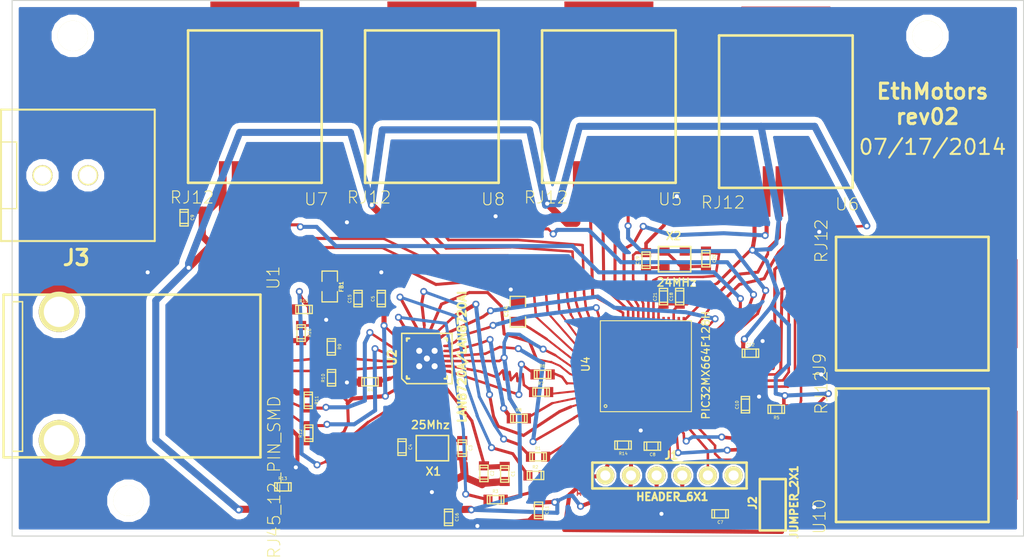
<source format=kicad_pcb>
(kicad_pcb (version 3) (host pcbnew "(2013-08-24 BZR 4298)-stable")

  (general
    (links 154)
    (no_connects 0)
    (area 85.949999 53.949999 186.050001 107.050001)
    (thickness 1.6)
    (drawings 8)
    (tracks 855)
    (zones 0)
    (modules 52)
    (nets 65)
  )

  (page A)
  (layers
    (15 F.Cu signal)
    (0 B.Cu signal)
    (16 B.Adhes user)
    (17 F.Adhes user)
    (18 B.Paste user)
    (19 F.Paste user)
    (20 B.SilkS user)
    (21 F.SilkS user)
    (22 B.Mask user)
    (23 F.Mask user)
    (24 Dwgs.User user)
    (25 Cmts.User user)
    (26 Eco1.User user)
    (27 Eco2.User user)
    (28 Edge.Cuts user)
  )

  (setup
    (last_trace_width 0.25)
    (user_trace_width 0.1)
    (user_trace_width 0.2)
    (user_trace_width 0.25)
    (user_trace_width 0.3)
    (user_trace_width 0.35)
    (user_trace_width 0.4)
    (user_trace_width 0.5)
    (user_trace_width 0.6)
    (user_trace_width 0.7)
    (user_trace_width 0.8)
    (user_trace_width 0.9)
    (user_trace_width 1)
    (trace_clearance 0.08)
    (zone_clearance 0.6)
    (zone_45_only no)
    (trace_min 0.1)
    (segment_width 0.2)
    (edge_width 0.1)
    (via_size 0.7)
    (via_drill 0.4)
    (via_min_size 0.7)
    (via_min_drill 0.4)
    (uvia_size 0.4)
    (uvia_drill 0.127)
    (uvias_allowed no)
    (uvia_min_size 0.4)
    (uvia_min_drill 0.127)
    (pcb_text_width 0.3)
    (pcb_text_size 1.5 1.5)
    (mod_edge_width 0.15)
    (mod_text_size 1 1)
    (mod_text_width 0.15)
    (pad_size 2.49936 2.49936)
    (pad_drill 0)
    (pad_to_mask_clearance 0)
    (pad_to_paste_clearance_ratio -0.1)
    (aux_axis_origin 0 0)
    (visible_elements 7FFFFFFF)
    (pcbplotparams
      (layerselection 284983297)
      (usegerberextensions true)
      (excludeedgelayer true)
      (linewidth 0.150000)
      (plotframeref false)
      (viasonmask false)
      (mode 1)
      (useauxorigin false)
      (hpglpennumber 1)
      (hpglpenspeed 20)
      (hpglpendiameter 15)
      (hpglpenoverlay 2)
      (psnegative false)
      (psa4output false)
      (plotreference true)
      (plotvalue true)
      (plotothertext true)
      (plotinvisibletext false)
      (padsonsilk false)
      (subtractmaskfromsilk false)
      (outputformat 1)
      (mirror false)
      (drillshape 0)
      (scaleselection 1)
      (outputdirectory ""))
  )

  (net 0 "")
  (net 1 +3.3v)
  (net 2 AVDD)
  (net 3 ECRSDV)
  (net 4 EMDC)
  (net 5 EMDIO)
  (net 6 EREFCLK)
  (net 7 ERXD0)
  (net 8 ERXD1)
  (net 9 ERXERR)
  (net 10 ETXD0)
  (net 11 ETXD1)
  (net 12 ETXEN)
  (net 13 GND)
  (net 14 GreenLED)
  (net 15 N-000002)
  (net 16 N-0000028)
  (net 17 N-0000030)
  (net 18 N-0000044)
  (net 19 N-0000055)
  (net 20 N-0000056)
  (net 21 N-000006)
  (net 22 N-0000066)
  (net 23 N-0000067)
  (net 24 N-0000068)
  (net 25 N-0000069)
  (net 26 N-000007)
  (net 27 N-0000070)
  (net 28 N-0000078)
  (net 29 N-000008)
  (net 30 N-0000083)
  (net 31 PGEC1)
  (net 32 PGED1)
  (net 33 RB10)
  (net 34 RB11)
  (net 35 RB12)
  (net 36 RB13)
  (net 37 RB14)
  (net 38 RB3)
  (net 39 RB4)
  (net 40 RB5)
  (net 41 RB6)
  (net 42 RB7)
  (net 43 RB8)
  (net 44 RB9)
  (net 45 RD10)
  (net 46 RD11)
  (net 47 RD2)
  (net 48 RD3)
  (net 49 RD4)
  (net 50 RD5)
  (net 51 RD6)
  (net 52 RD7)
  (net 53 RD8)
  (net 54 RD9)
  (net 55 RF3)
  (net 56 RF5)
  (net 57 RXN)
  (net 58 RXP)
  (net 59 TXN)
  (net 60 TXP)
  (net 61 VCAP)
  (net 62 YellowLED)
  (net 63 nRST)
  (net 64 ~MCLR~)

  (net_class Default "This is the default net class."
    (clearance 0.08)
    (trace_width 0.25)
    (via_dia 0.7)
    (via_drill 0.4)
    (uvia_dia 0.4)
    (uvia_drill 0.127)
    (add_net "")
    (add_net +3.3v)
    (add_net AVDD)
    (add_net ECRSDV)
    (add_net EMDC)
    (add_net EMDIO)
    (add_net EREFCLK)
    (add_net ERXD0)
    (add_net ERXD1)
    (add_net ERXERR)
    (add_net ETXD0)
    (add_net ETXD1)
    (add_net ETXEN)
    (add_net GND)
    (add_net GreenLED)
    (add_net N-000002)
    (add_net N-0000028)
    (add_net N-0000030)
    (add_net N-0000044)
    (add_net N-0000055)
    (add_net N-0000056)
    (add_net N-000006)
    (add_net N-0000066)
    (add_net N-0000067)
    (add_net N-0000068)
    (add_net N-0000069)
    (add_net N-000007)
    (add_net N-0000070)
    (add_net N-0000078)
    (add_net N-000008)
    (add_net N-0000083)
    (add_net PGEC1)
    (add_net PGED1)
    (add_net RB10)
    (add_net RB11)
    (add_net RB12)
    (add_net RB13)
    (add_net RB14)
    (add_net RB3)
    (add_net RB4)
    (add_net RB5)
    (add_net RB6)
    (add_net RB7)
    (add_net RB8)
    (add_net RB9)
    (add_net RD10)
    (add_net RD11)
    (add_net RD2)
    (add_net RD3)
    (add_net RD4)
    (add_net RD5)
    (add_net RD6)
    (add_net RD7)
    (add_net RD8)
    (add_net RD9)
    (add_net RF3)
    (add_net RF5)
    (add_net RXN)
    (add_net RXP)
    (add_net TXN)
    (add_net TXP)
    (add_net VCAP)
    (add_net YellowLED)
    (add_net nRST)
    (add_net ~MCLR~)
  )

  (module TED_QFN64+1 (layer F.Cu) (tedit 52A15060) (tstamp 52A19353)
    (at 148.66 90.19 90)
    (descr "TQFP 64 pins")
    (path /52A14E7D)
    (attr smd)
    (fp_text reference U4 (at 0.2 -5.95 90) (layer F.SilkS)
      (effects (font (size 0.762 0.762) (thickness 0.127)))
    )
    (fp_text value PIC32MX664F128H (at 0.1 5.925 90) (layer F.SilkS)
      (effects (font (size 0.762 0.762) (thickness 0.127)))
    )
    (fp_line (start -4.5 -4.5) (end 4.5 -4.5) (layer F.SilkS) (width 0.09906))
    (fp_line (start 4.5 -4.5) (end 4.5 4.5) (layer F.SilkS) (width 0.09906))
    (fp_line (start 4.5 4.5) (end -4.5 4.5) (layer F.SilkS) (width 0.09906))
    (fp_line (start -4.5 4.5) (end -4.5 -4.5) (layer F.SilkS) (width 0.09906))
    (fp_circle (center -3.94576 -3.98868) (end -3.89496 -3.86168) (layer F.SilkS) (width 0.09906))
    (pad 15 smd rect (at -4.45 3.25 180) (size 0.25 0.85)
      (layers F.Cu F.Paste F.Mask)
      (net 31 PGEC1)
    )
    (pad 16 smd rect (at -4.45 3.75 180) (size 0.25 0.85)
      (layers F.Cu F.Paste F.Mask)
      (net 32 PGED1)
    )
    (pad 9 smd rect (at -4.45 0.25 180) (size 0.25 0.85)
      (layers F.Cu F.Paste F.Mask)
      (net 13 GND)
    )
    (pad 10 smd rect (at -4.45 0.75 180) (size 0.25 0.85)
      (layers F.Cu F.Paste F.Mask)
      (net 1 +3.3v)
    )
    (pad 12 smd rect (at -4.45 1.75 180) (size 0.25 0.85)
      (layers F.Cu F.Paste F.Mask)
      (net 39 RB4)
    )
    (pad 11 smd rect (at -4.45 1.25 180) (size 0.25 0.85)
      (layers F.Cu F.Paste F.Mask)
      (net 40 RB5)
    )
    (pad 14 smd rect (at -4.45 2.75 180) (size 0.25 0.85)
      (layers F.Cu F.Paste F.Mask)
    )
    (pad 13 smd rect (at -4.45 2.25 180) (size 0.25 0.85)
      (layers F.Cu F.Paste F.Mask)
      (net 38 RB3)
    )
    (pad 5 smd rect (at -4.45 -1.75 180) (size 0.25 0.85)
      (layers F.Cu F.Paste F.Mask)
    )
    (pad 6 smd rect (at -4.45 -1.25 180) (size 0.25 0.85)
      (layers F.Cu F.Paste F.Mask)
    )
    (pad 8 smd rect (at -4.45 -0.25 180) (size 0.25 0.85)
      (layers F.Cu F.Paste F.Mask)
    )
    (pad 7 smd rect (at -4.45 -0.75 180) (size 0.25 0.85)
      (layers F.Cu F.Paste F.Mask)
      (net 64 ~MCLR~)
    )
    (pad 3 smd rect (at -4.45 -2.75 180) (size 0.25 0.85)
      (layers F.Cu F.Paste F.Mask)
      (net 11 ETXD1)
    )
    (pad 4 smd rect (at -4.45 -2.25 180) (size 0.25 0.85)
      (layers F.Cu F.Paste F.Mask)
    )
    (pad 2 smd rect (at -4.45 -3.25 180) (size 0.25 0.85)
      (layers F.Cu F.Paste F.Mask)
      (net 10 ETXD0)
    )
    (pad 1 smd rect (at -4.45 -3.75 180) (size 0.25 0.85)
      (layers F.Cu F.Paste F.Mask)
      (net 12 ETXEN)
    )
    (pad 64 smd rect (at -3.75 -4.45 270) (size 0.25 0.85)
      (layers F.Cu F.Paste F.Mask)
      (net 9 ERXERR)
    )
    (pad 63 smd rect (at -3.25 -4.45 270) (size 0.25 0.85)
      (layers F.Cu F.Paste F.Mask)
      (net 6 EREFCLK)
    )
    (pad 61 smd rect (at -2.25 -4.45 270) (size 0.25 0.85)
      (layers F.Cu F.Paste F.Mask)
      (net 7 ERXD0)
    )
    (pad 62 smd rect (at -2.75 -4.45 270) (size 0.25 0.85)
      (layers F.Cu F.Paste F.Mask)
      (net 3 ECRSDV)
    )
    (pad 58 smd rect (at -0.75 -4.45 270) (size 0.25 0.85)
      (layers F.Cu F.Paste F.Mask)
      (net 63 nRST)
    )
    (pad 57 smd rect (at -0.25 -4.45 270) (size 0.25 0.85)
      (layers F.Cu F.Paste F.Mask)
      (net 1 +3.3v)
    )
    (pad 59 smd rect (at -1.25 -4.45 270) (size 0.25 0.85)
      (layers F.Cu F.Paste F.Mask)
    )
    (pad 60 smd rect (at -1.75 -4.45 270) (size 0.25 0.85)
      (layers F.Cu F.Paste F.Mask)
      (net 8 ERXD1)
    )
    (pad 52 smd rect (at 2.25 -4.45 270) (size 0.25 0.85)
      (layers F.Cu F.Paste F.Mask)
      (net 49 RD4)
    )
    (pad 51 smd rect (at 2.75 -4.45 270) (size 0.25 0.85)
      (layers F.Cu F.Paste F.Mask)
      (net 48 RD3)
    )
    (pad 54 smd rect (at 1.25 -4.45 270) (size 0.25 0.85)
      (layers F.Cu F.Paste F.Mask)
      (net 51 RD6)
    )
    (pad 53 smd rect (at 1.75 -4.45 270) (size 0.25 0.85)
      (layers F.Cu F.Paste F.Mask)
      (net 50 RD5)
    )
    (pad 55 smd rect (at 0.75 -4.45 270) (size 0.25 0.85)
      (layers F.Cu F.Paste F.Mask)
      (net 52 RD7)
    )
    (pad 56 smd rect (at 0.25 -4.45 270) (size 0.25 0.85)
      (layers F.Cu F.Paste F.Mask)
      (net 61 VCAP)
    )
    (pad 49 smd rect (at 3.75 -4.45 270) (size 0.25 0.85)
      (layers F.Cu F.Paste F.Mask)
      (net 5 EMDIO)
    )
    (pad 50 smd rect (at 3.25 -4.45 270) (size 0.25 0.85)
      (layers F.Cu F.Paste F.Mask)
      (net 47 RD2)
    )
    (pad 48 smd rect (at 4.45 -3.75 180) (size 0.25 0.85)
      (layers F.Cu F.Paste F.Mask)
    )
    (pad 47 smd rect (at 4.45 -3.25 180) (size 0.25 0.85)
      (layers F.Cu F.Paste F.Mask)
    )
    (pad 45 smd rect (at 4.45 -2.25 180) (size 0.25 0.85)
      (layers F.Cu F.Paste F.Mask)
      (net 46 RD11)
    )
    (pad 46 smd rect (at 4.45 -2.75 180) (size 0.25 0.85)
      (layers F.Cu F.Paste F.Mask)
    )
    (pad 42 smd rect (at 4.45 -0.75 180) (size 0.25 0.85)
      (layers F.Cu F.Paste F.Mask)
      (net 53 RD8)
    )
    (pad 41 smd rect (at 4.45 -0.25 180) (size 0.25 0.85)
      (layers F.Cu F.Paste F.Mask)
      (net 13 GND)
    )
    (pad 43 smd rect (at 4.45 -1.25 180) (size 0.25 0.85)
      (layers F.Cu F.Paste F.Mask)
      (net 54 RD9)
    )
    (pad 44 smd rect (at 4.45 -1.75 180) (size 0.25 0.85)
      (layers F.Cu F.Paste F.Mask)
      (net 45 RD10)
    )
    (pad 36 smd rect (at 4.45 2.25 180) (size 0.25 0.85)
      (layers F.Cu F.Paste F.Mask)
    )
    (pad 35 smd rect (at 4.45 2.75 180) (size 0.25 0.85)
      (layers F.Cu F.Paste F.Mask)
      (net 1 +3.3v)
    )
    (pad 38 smd rect (at 4.45 1.25 180) (size 0.25 0.85)
      (layers F.Cu F.Paste F.Mask)
      (net 1 +3.3v)
    )
    (pad 37 smd rect (at 4.45 1.75 180) (size 0.25 0.85)
      (layers F.Cu F.Paste F.Mask)
    )
    (pad 39 smd rect (at 4.45 0.75 180) (size 0.25 0.85)
      (layers F.Cu F.Paste F.Mask)
      (net 30 N-0000083)
    )
    (pad 40 smd rect (at 4.45 0.25 180) (size 0.25 0.85)
      (layers F.Cu F.Paste F.Mask)
      (net 16 N-0000028)
    )
    (pad 33 smd rect (at 4.45 3.75 180) (size 0.25 0.85)
      (layers F.Cu F.Paste F.Mask)
      (net 55 RF3)
    )
    (pad 34 smd rect (at 4.45 3.25 180) (size 0.25 0.85)
      (layers F.Cu F.Paste F.Mask)
    )
    (pad 31 smd rect (at 3.25 4.45 270) (size 0.25 0.85)
      (layers F.Cu F.Paste F.Mask)
    )
    (pad 32 smd rect (at 3.75 4.45 270) (size 0.25 0.85)
      (layers F.Cu F.Paste F.Mask)
      (net 56 RF5)
    )
    (pad 25 smd rect (at 0.25 4.45 270) (size 0.25 0.85)
      (layers F.Cu F.Paste F.Mask)
      (net 13 GND)
    )
    (pad 26 smd rect (at 0.75 4.45 270) (size 0.25 0.85)
      (layers F.Cu F.Paste F.Mask)
      (net 1 +3.3v)
    )
    (pad 28 smd rect (at 1.75 4.45 270) (size 0.25 0.85)
      (layers F.Cu F.Paste F.Mask)
      (net 36 RB13)
    )
    (pad 27 smd rect (at 1.27 4.45 270) (size 0.25 0.85)
      (layers F.Cu F.Paste F.Mask)
      (net 35 RB12)
    )
    (pad 30 smd rect (at 2.75 4.45 270) (size 0.25 0.85)
      (layers F.Cu F.Paste F.Mask)
      (net 4 EMDC)
    )
    (pad 29 smd rect (at 2.25 4.45 270) (size 0.25 0.85)
      (layers F.Cu F.Paste F.Mask)
      (net 37 RB14)
    )
    (pad 21 smd rect (at -1.75 4.45 270) (size 0.25 0.85)
      (layers F.Cu F.Paste F.Mask)
      (net 43 RB8)
    )
    (pad 22 smd rect (at -1.25 4.45 270) (size 0.25 0.85)
      (layers F.Cu F.Paste F.Mask)
      (net 44 RB9)
    )
    (pad 24 smd rect (at -0.25 4.45 270) (size 0.25 0.85)
      (layers F.Cu F.Paste F.Mask)
      (net 34 RB11)
    )
    (pad 23 smd rect (at -0.75 4.45 270) (size 0.25 0.85)
      (layers F.Cu F.Paste F.Mask)
      (net 33 RB10)
    )
    (pad 19 smd rect (at -2.75 4.45 270) (size 0.25 0.85)
      (layers F.Cu F.Paste F.Mask)
      (net 19 N-0000055)
    )
    (pad 20 smd rect (at -2.25 4.45 270) (size 0.25 0.85)
      (layers F.Cu F.Paste F.Mask)
      (net 13 GND)
    )
    (pad 18 smd rect (at -3.25 4.45 270) (size 0.25 0.85)
      (layers F.Cu F.Paste F.Mask)
      (net 42 RB7)
    )
    (pad 17 smd rect (at -3.75 4.45 270) (size 0.25 0.85)
      (layers F.Cu F.Paste F.Mask)
      (net 41 RB6)
    )
    (pad 65 smd rect (at 0 0 270) (size 7.15 7.15)
      (layers F.Cu F.Paste F.Mask)
      (net 13 GND)
    )
    (model smd/cms_soj24.wrl
      (at (xyz 0 0 0))
      (scale (xyz 0.256 0.35 0.25))
      (rotate (xyz 0 0 0))
    )
  )

  (module TED_HEADER_6x1_BOTTOM (layer F.Cu) (tedit 5281548C) (tstamp 52772D86)
    (at 151 101)
    (path /523E1759)
    (fp_text reference J1 (at 0.1778 -1.98628) (layer F.SilkS)
      (effects (font (size 0.762 0.762) (thickness 0.1905)))
    )
    (fp_text value HEADER_6X1 (at 0.26924 2.11328) (layer F.SilkS)
      (effects (font (size 0.762 0.762) (thickness 0.1905)))
    )
    (fp_line (start 7.62 -1.27) (end -7.62 -1.27) (layer F.SilkS) (width 0.254))
    (fp_line (start 7.62 -1.27) (end 7.62 1.27) (layer F.SilkS) (width 0.254))
    (fp_line (start 7.63524 1.28524) (end -7.63524 1.28524) (layer F.SilkS) (width 0.254))
    (fp_line (start -7.63524 1.28524) (end -7.63524 -1.27508) (layer F.SilkS) (width 0.254))
    (pad 5 thru_hole circle (at 3.78968 0) (size 1.8 1.8) (drill 1)
      (layers *.Mask F.Cu F.SilkS)
      (net 31 PGEC1)
    )
    (pad 6 thru_hole circle (at 6.32968 0) (size 1.8 1.8) (drill 1)
      (layers *.Mask F.Cu F.SilkS)
    )
    (pad 1 thru_hole circle (at -6.35 0) (size 1.8 1.8) (drill 1)
      (layers *.Mask F.Cu F.SilkS)
      (net 64 ~MCLR~)
    )
    (pad 2 thru_hole circle (at -3.81 0) (size 1.8 1.8) (drill 1)
      (layers *.Mask F.Cu F.SilkS)
      (net 1 +3.3v)
    )
    (pad 4 thru_hole circle (at 1.25984 0) (size 1.8 1.8) (drill 1)
      (layers *.Mask F.Cu F.SilkS)
      (net 32 PGED1)
    )
    (pad 3 thru_hole circle (at -1.28016 0) (size 1.8 1.8) (drill 1)
      (layers *.Mask F.Cu F.SilkS)
      (net 13 GND)
    )
  )

  (module TED_DC_2.1mm_SMT (layer F.Cu) (tedit 52880F9F) (tstamp 53816405)
    (at 92.5 71.3 180)
    (path /523E218E)
    (fp_text reference J3 (at 0.15748 -8.15848 180) (layer F.SilkS)
      (effects (font (thickness 0.3048)))
    )
    (fp_text value "Logic DC_2.1MM" (at 0.1016 8.49884 180) (layer F.SilkS) hide
      (effects (font (thickness 0.3048)))
    )
    (fp_line (start 7.6 -3.3) (end 6.05 -3.3) (layer F.SilkS) (width 0.127))
    (fp_line (start 6.05 -3.3) (end 6.05 3.3) (layer F.SilkS) (width 0.127))
    (fp_line (start 6.05 3.3) (end 7.575 3.3) (layer F.SilkS) (width 0.127))
    (fp_line (start -7.59968 -6.5024) (end 7.59968 -6.5024) (layer F.SilkS) (width 0.20066))
    (fp_line (start 7.59968 -6.5024) (end 7.59968 6.5024) (layer F.SilkS) (width 0.20066))
    (fp_line (start 7.59968 6.5024) (end -7.59968 6.5024) (layer F.SilkS) (width 0.20066))
    (fp_line (start -7.59968 6.5024) (end -7.59968 -6.5024) (layer F.SilkS) (width 0.20066))
    (pad "" np_thru_hole circle (at -1.00076 0 180) (size 1.99898 1.99898) (drill 1.69926)
      (layers *.Cu *.Mask F.SilkS)
    )
    (pad 1 smd rect (at 3.50012 5.4102 180) (size 1.99898 1.99898)
      (layers F.Cu F.Paste F.Mask)
      (net 1 +3.3v)
    )
    (pad 1 smd rect (at -2.60096 5.4102 180) (size 1.99898 1.99898)
      (layers F.Cu F.Paste F.Mask)
      (net 1 +3.3v)
    )
    (pad 2 smd rect (at 3.50012 -5.41528 180) (size 1.99898 1.99898)
      (layers F.Cu F.Paste F.Mask)
      (net 13 GND)
    )
    (pad 3 smd rect (at -2.60096 -5.41528 180) (size 1.99898 1.99898)
      (layers F.Cu F.Paste F.Mask)
    )
    (pad "" np_thru_hole circle (at 3.50012 0 180) (size 1.99898 1.99898) (drill 1.69926)
      (layers *.Cu *.Mask F.SilkS)
    )
  )

  (module TED_SM0603 (layer F.Cu) (tedit 53E16D63) (tstamp 53923EAF)
    (at 129.15 105.15 270)
    (descr "SMT capacitor, 0603")
    (path /523E76F7)
    (fp_text reference C16 (at -0.02 -0.83 270) (layer F.SilkS)
      (effects (font (size 0.3 0.3) (thickness 0.05)))
    )
    (fp_text value .1uF (at 0 0.88 270) (layer F.SilkS) hide
      (effects (font (size 0.3 0.3) (thickness 0.05)))
    )
    (fp_line (start 0.5588 0.4064) (end 0.5588 -0.4064) (layer F.SilkS) (width 0.127))
    (fp_line (start -0.5588 -0.381) (end -0.5588 0.4064) (layer F.SilkS) (width 0.127))
    (fp_line (start -0.8128 -0.4064) (end 0.8128 -0.4064) (layer F.SilkS) (width 0.127))
    (fp_line (start 0.8128 -0.4064) (end 0.8128 0.4064) (layer F.SilkS) (width 0.127))
    (fp_line (start 0.8128 0.4064) (end -0.8128 0.4064) (layer F.SilkS) (width 0.127))
    (fp_line (start -0.8128 0.4064) (end -0.8128 -0.4064) (layer F.SilkS) (width 0.127))
    (pad 2 smd rect (at 0.75184 0 270) (size 0.89916 1.00076)
      (layers F.Cu F.Paste F.Mask)
      (net 13 GND)
      (clearance 0.1)
    )
    (pad 1 smd rect (at -0.75184 0 270) (size 0.89916 1.00076)
      (layers F.Cu F.Paste F.Mask)
      (net 1 +3.3v)
      (clearance 0.1)
    )
    (model smd/capacitors/c_0603.wrl
      (at (xyz 0 0 0))
      (scale (xyz 1 1 1))
      (rotate (xyz 0 0 0))
    )
  )

  (module TED_SM0603 (layer F.Cu) (tedit 53E16D63) (tstamp 5286F3F0)
    (at 120.2 83.5 90)
    (descr "SMT capacitor, 0603")
    (path /5285A0C6)
    (fp_text reference C15 (at -0.02 -0.83 90) (layer F.SilkS)
      (effects (font (size 0.3 0.3) (thickness 0.05)))
    )
    (fp_text value 1uF (at 0 0.88 90) (layer F.SilkS) hide
      (effects (font (size 0.3 0.3) (thickness 0.05)))
    )
    (fp_line (start 0.5588 0.4064) (end 0.5588 -0.4064) (layer F.SilkS) (width 0.127))
    (fp_line (start -0.5588 -0.381) (end -0.5588 0.4064) (layer F.SilkS) (width 0.127))
    (fp_line (start -0.8128 -0.4064) (end 0.8128 -0.4064) (layer F.SilkS) (width 0.127))
    (fp_line (start 0.8128 -0.4064) (end 0.8128 0.4064) (layer F.SilkS) (width 0.127))
    (fp_line (start 0.8128 0.4064) (end -0.8128 0.4064) (layer F.SilkS) (width 0.127))
    (fp_line (start -0.8128 0.4064) (end -0.8128 -0.4064) (layer F.SilkS) (width 0.127))
    (pad 2 smd rect (at 0.75184 0 90) (size 0.89916 1.00076)
      (layers F.Cu F.Paste F.Mask)
      (net 13 GND)
      (clearance 0.1)
    )
    (pad 1 smd rect (at -0.75184 0 90) (size 0.89916 1.00076)
      (layers F.Cu F.Paste F.Mask)
      (net 2 AVDD)
      (clearance 0.1)
    )
    (model smd/capacitors/c_0603.wrl
      (at (xyz 0 0 0))
      (scale (xyz 1 1 1))
      (rotate (xyz 0 0 0))
    )
  )

  (module TED_SM0603 (layer F.Cu) (tedit 53E16D63) (tstamp 5286F3DA)
    (at 132.65 100.8 270)
    (descr "SMT capacitor, 0603")
    (path /523E76E3)
    (fp_text reference C2 (at -0.02 -0.83 270) (layer F.SilkS)
      (effects (font (size 0.3 0.3) (thickness 0.05)))
    )
    (fp_text value 1uF (at 0 0.88 270) (layer F.SilkS) hide
      (effects (font (size 0.3 0.3) (thickness 0.05)))
    )
    (fp_line (start 0.5588 0.4064) (end 0.5588 -0.4064) (layer F.SilkS) (width 0.127))
    (fp_line (start -0.5588 -0.381) (end -0.5588 0.4064) (layer F.SilkS) (width 0.127))
    (fp_line (start -0.8128 -0.4064) (end 0.8128 -0.4064) (layer F.SilkS) (width 0.127))
    (fp_line (start 0.8128 -0.4064) (end 0.8128 0.4064) (layer F.SilkS) (width 0.127))
    (fp_line (start 0.8128 0.4064) (end -0.8128 0.4064) (layer F.SilkS) (width 0.127))
    (fp_line (start -0.8128 0.4064) (end -0.8128 -0.4064) (layer F.SilkS) (width 0.127))
    (pad 2 smd rect (at 0.75184 0 270) (size 0.89916 1.00076)
      (layers F.Cu F.Paste F.Mask)
      (net 13 GND)
      (clearance 0.1)
    )
    (pad 1 smd rect (at -0.75184 0 270) (size 0.89916 1.00076)
      (layers F.Cu F.Paste F.Mask)
      (net 28 N-0000078)
      (clearance 0.1)
    )
    (model smd/capacitors/c_0603.wrl
      (at (xyz 0 0 0))
      (scale (xyz 1 1 1))
      (rotate (xyz 0 0 0))
    )
  )

  (module TED_QFN24 (layer F.Cu) (tedit 53E17005) (tstamp 524D57C4)
    (at 127.01 89.43 90)
    (path /523D3809)
    (fp_text reference U2 (at 0.1 -3.425 90) (layer F.SilkS)
      (effects (font (size 0.8 0.8) (thickness 0.2)))
    )
    (fp_text value LAN8720A/LAN8720AI (at 0.175 3.475 90) (layer F.SilkS)
      (effects (font (size 0.8 0.8) (thickness 0.2)))
    )
    (fp_line (start -1.99136 -2.4892) (end 2.4892 -2.4892) (layer F.SilkS) (width 0.14986))
    (fp_line (start -2.4892 -1.99136) (end -2.4892 2.4892) (layer F.SilkS) (width 0.14986))
    (fp_line (start -2.4892 -1.99136) (end -1.99136 -2.4892) (layer F.SilkS) (width 0.14986))
    (fp_line (start -1.99136 -1.74244) (end -1.99136 -1.99136) (layer F.SilkS) (width 0.20066))
    (fp_line (start -1.99136 -1.99136) (end -1.74244 -1.99136) (layer F.SilkS) (width 0.20066))
    (fp_line (start -1.74244 1.99136) (end -1.99136 1.99136) (layer F.SilkS) (width 0.20066))
    (fp_line (start -1.99136 1.99136) (end -1.99136 1.74244) (layer F.SilkS) (width 0.20066))
    (fp_line (start 1.99136 1.74244) (end 1.99136 1.99136) (layer F.SilkS) (width 0.20066))
    (fp_line (start 1.99136 1.99136) (end 1.74244 1.99136) (layer F.SilkS) (width 0.20066))
    (fp_line (start 1.74244 -1.99136) (end 1.99136 -1.99136) (layer F.SilkS) (width 0.20066))
    (fp_line (start 1.99136 -1.99136) (end 1.99136 -1.74244) (layer F.SilkS) (width 0.20066))
    (fp_line (start 2.4892 2.4892) (end -2.4892 2.4892) (layer F.SilkS) (width 0.14986))
    (fp_line (start 2.4892 -2.4892) (end 2.4892 2.4892) (layer F.SilkS) (width 0.14986))
    (pad 25 smd rect (at 0 0) (size 2.49936 2.49936)
      (layers F.Cu F.Paste F.Mask)
      (net 13 GND)
      (zone_connect 2)
    )
    (pad 1 smd oval (at -1.99898 -1.24968 90) (size 0.8001 0.24892)
      (layers F.Cu F.Paste F.Mask)
      (net 2 AVDD)
    )
    (pad 2 smd oval (at -1.99898 -0.7493 90) (size 0.8001 0.24892)
      (layers F.Cu F.Paste F.Mask)
      (net 27 N-0000070)
    )
    (pad 3 smd oval (at -1.99898 -0.24892 90) (size 0.8001 0.24892)
      (layers F.Cu F.Paste F.Mask)
      (net 25 N-0000069)
    )
    (pad 4 smd oval (at -1.99898 0.24892 90) (size 0.8001 0.24892)
      (layers F.Cu F.Paste F.Mask)
      (net 17 N-0000030)
    )
    (pad 5 smd oval (at -1.99898 0.7493 90) (size 0.8001 0.24892)
      (layers F.Cu F.Paste F.Mask)
      (net 18 N-0000044)
    )
    (pad 6 smd oval (at -1.99898 1.24968 90) (size 0.8001 0.24892)
      (layers F.Cu F.Paste F.Mask)
      (net 28 N-0000078)
    )
    (pad 7 smd oval (at -1.24968 1.99898 180) (size 0.8001 0.24892)
      (layers F.Cu F.Paste F.Mask)
      (net 23 N-0000067)
    )
    (pad 8 smd oval (at -0.7493 1.99898 180) (size 0.8001 0.24892)
      (layers F.Cu F.Paste F.Mask)
      (net 22 N-0000066)
    )
    (pad 9 smd oval (at -0.24892 1.99898 180) (size 0.8001 0.24892)
      (layers F.Cu F.Paste F.Mask)
      (net 1 +3.3v)
    )
    (pad 10 smd oval (at 0.24892 1.99898 180) (size 0.8001 0.24892)
      (layers F.Cu F.Paste F.Mask)
      (net 9 ERXERR)
    )
    (pad 11 smd oval (at 0.7493 1.99898 180) (size 0.8001 0.24892)
      (layers F.Cu F.Paste F.Mask)
      (net 15 N-000002)
    )
    (pad 12 smd oval (at 1.24968 1.99898 180) (size 0.8001 0.24892)
      (layers F.Cu F.Paste F.Mask)
      (net 5 EMDIO)
    )
    (pad 13 smd oval (at 1.99898 1.24968 270) (size 0.8001 0.24892)
      (layers F.Cu F.Paste F.Mask)
      (net 4 EMDC)
    )
    (pad 14 smd oval (at 1.99898 0.7493 270) (size 0.8001 0.24892)
      (layers F.Cu F.Paste F.Mask)
      (net 6 EREFCLK)
    )
    (pad 15 smd oval (at 1.99898 0.24892 270) (size 0.8001 0.24892)
      (layers F.Cu F.Paste F.Mask)
      (net 63 nRST)
    )
    (pad 16 smd oval (at 1.99898 -0.24892 270) (size 0.8001 0.24892)
      (layers F.Cu F.Paste F.Mask)
      (net 29 N-000008)
    )
    (pad 17 smd oval (at 1.99898 -0.7493 270) (size 0.8001 0.24892)
      (layers F.Cu F.Paste F.Mask)
      (net 26 N-000007)
    )
    (pad 18 smd oval (at 1.99898 -1.24968 270) (size 0.8001 0.24892)
      (layers F.Cu F.Paste F.Mask)
      (net 21 N-000006)
    )
    (pad 19 smd oval (at 1.24968 -1.99898) (size 0.8001 0.24892)
      (layers F.Cu F.Paste F.Mask)
      (net 2 AVDD)
    )
    (pad 20 smd oval (at 0.7493 -1.99898) (size 0.8001 0.24892)
      (layers F.Cu F.Paste F.Mask)
      (net 59 TXN)
    )
    (pad 21 smd oval (at 0.24892 -1.99898) (size 0.8001 0.24892)
      (layers F.Cu F.Paste F.Mask)
      (net 60 TXP)
    )
    (pad 22 smd oval (at -0.24892 -1.99898) (size 0.8001 0.24892)
      (layers F.Cu F.Paste F.Mask)
      (net 57 RXN)
    )
    (pad 23 smd oval (at -0.7493 -1.99898) (size 0.8001 0.24892)
      (layers F.Cu F.Paste F.Mask)
      (net 58 RXP)
    )
    (pad 24 smd oval (at -1.24968 -1.99898) (size 0.8001 0.24892)
      (layers F.Cu F.Paste F.Mask)
      (net 24 N-0000068)
    )
    (pad 25 thru_hole circle (at 0 0) (size 0.6 0.6) (drill 0.6)
      (layers *.Cu)
      (net 13 GND)
      (zone_connect 2)
    )
    (pad 25 thru_hole circle (at 0.762 -0.762) (size 0.6 0.6) (drill 0.6)
      (layers *.Cu)
      (net 13 GND)
      (zone_connect 2)
    )
    (pad 25 thru_hole circle (at -0.762 -0.762) (size 0.6 0.6) (drill 0.6)
      (layers *.Cu)
      (net 13 GND)
      (zone_connect 2)
    )
    (pad 25 thru_hole circle (at 0.762 0.762) (size 0.6 0.6) (drill 0.6)
      (layers *.Cu)
      (net 13 GND)
      (zone_connect 2)
    )
    (pad 25 thru_hole circle (at -0.762 0.762) (size 0.6 0.6) (drill 0.6)
      (layers *.Cu)
      (net 13 GND)
      (zone_connect 2)
    )
    (pad 25 smd rect (at 0 0) (size 2.49936 2.49936)
      (layers B.Cu B.Paste B.Mask)
      (net 13 GND)
      (zone_connect 2)
    )
    (model smd/qfn24.wrl
      (at (xyz 0 0 0))
      (scale (xyz 1 1 1))
      (rotate (xyz 0 0 0))
    )
  )

  (module TED_SM0603 (layer F.Cu) (tedit 53E16D63) (tstamp 52772DB4)
    (at 121.38 91.73 180)
    (descr "SMT capacitor, 0603")
    (path /523E8D57)
    (fp_text reference R4 (at -0.02 -0.83 180) (layer F.SilkS)
      (effects (font (size 0.3 0.3) (thickness 0.05)))
    )
    (fp_text value "12.1k 1%" (at 0 0.88 180) (layer F.SilkS) hide
      (effects (font (size 0.3 0.3) (thickness 0.05)))
    )
    (fp_line (start 0.5588 0.4064) (end 0.5588 -0.4064) (layer F.SilkS) (width 0.127))
    (fp_line (start -0.5588 -0.381) (end -0.5588 0.4064) (layer F.SilkS) (width 0.127))
    (fp_line (start -0.8128 -0.4064) (end 0.8128 -0.4064) (layer F.SilkS) (width 0.127))
    (fp_line (start 0.8128 -0.4064) (end 0.8128 0.4064) (layer F.SilkS) (width 0.127))
    (fp_line (start 0.8128 0.4064) (end -0.8128 0.4064) (layer F.SilkS) (width 0.127))
    (fp_line (start -0.8128 0.4064) (end -0.8128 -0.4064) (layer F.SilkS) (width 0.127))
    (pad 2 smd rect (at 0.75184 0 180) (size 0.89916 1.00076)
      (layers F.Cu F.Paste F.Mask)
      (net 13 GND)
      (clearance 0.1)
    )
    (pad 1 smd rect (at -0.75184 0 180) (size 0.89916 1.00076)
      (layers F.Cu F.Paste F.Mask)
      (net 24 N-0000068)
      (clearance 0.1)
    )
    (model smd/capacitors/c_0603.wrl
      (at (xyz 0 0 0))
      (scale (xyz 1 1 1))
      (rotate (xyz 0 0 0))
    )
  )

  (module TED_SM0805 (layer F.Cu) (tedit 522E5F71) (tstamp 52467AA0)
    (at 117.4 82.3 270)
    (path /523E9D9F)
    (attr smd)
    (fp_text reference FB1 (at 0.0254 -1.14808 270) (layer F.SilkS)
      (effects (font (size 0.381 0.381) (thickness 0.09398)))
    )
    (fp_text value 500mA (at 0.10668 1.19888 270) (layer F.SilkS) hide
      (effects (font (size 0.381 0.381) (thickness 0.09398)))
    )
    (fp_line (start -0.508 0.762) (end -1.524 0.762) (layer F.SilkS) (width 0.127))
    (fp_line (start -1.524 0.762) (end -1.524 -0.762) (layer F.SilkS) (width 0.127))
    (fp_line (start -1.524 -0.762) (end -0.508 -0.762) (layer F.SilkS) (width 0.127))
    (fp_line (start 0.508 -0.762) (end 1.524 -0.762) (layer F.SilkS) (width 0.127))
    (fp_line (start 1.524 -0.762) (end 1.524 0.762) (layer F.SilkS) (width 0.127))
    (fp_line (start 1.524 0.762) (end 0.508 0.762) (layer F.SilkS) (width 0.127))
    (pad 1 smd rect (at -0.9525 0 270) (size 0.889 1.397)
      (layers F.Cu F.Paste F.Mask)
      (net 1 +3.3v)
    )
    (pad 2 smd rect (at 0.9525 0 270) (size 0.889 1.397)
      (layers F.Cu F.Paste F.Mask)
      (net 2 AVDD)
    )
    (model smd/chip_cms.wrl
      (at (xyz 0 0 0))
      (scale (xyz 0.1 0.1 0.1))
      (rotate (xyz 0 0 0))
    )
  )

  (module TED_SM0603 (layer F.Cu) (tedit 53E16D63) (tstamp 52772CD5)
    (at 134.7 100.85 270)
    (descr "SMT capacitor, 0603")
    (path /5286FE6A)
    (fp_text reference C1 (at -0.02 -0.83 270) (layer F.SilkS)
      (effects (font (size 0.3 0.3) (thickness 0.05)))
    )
    (fp_text value .1uF (at 0 0.88 270) (layer F.SilkS) hide
      (effects (font (size 0.3 0.3) (thickness 0.05)))
    )
    (fp_line (start 0.5588 0.4064) (end 0.5588 -0.4064) (layer F.SilkS) (width 0.127))
    (fp_line (start -0.5588 -0.381) (end -0.5588 0.4064) (layer F.SilkS) (width 0.127))
    (fp_line (start -0.8128 -0.4064) (end 0.8128 -0.4064) (layer F.SilkS) (width 0.127))
    (fp_line (start 0.8128 -0.4064) (end 0.8128 0.4064) (layer F.SilkS) (width 0.127))
    (fp_line (start 0.8128 0.4064) (end -0.8128 0.4064) (layer F.SilkS) (width 0.127))
    (fp_line (start -0.8128 0.4064) (end -0.8128 -0.4064) (layer F.SilkS) (width 0.127))
    (pad 2 smd rect (at 0.75184 0 270) (size 0.89916 1.00076)
      (layers F.Cu F.Paste F.Mask)
      (net 13 GND)
      (clearance 0.1)
    )
    (pad 1 smd rect (at -0.75184 0 270) (size 0.89916 1.00076)
      (layers F.Cu F.Paste F.Mask)
      (net 28 N-0000078)
      (clearance 0.1)
    )
    (model smd/capacitors/c_0603.wrl
      (at (xyz 0 0 0))
      (scale (xyz 1 1 1))
      (rotate (xyz 0 0 0))
    )
  )

  (module TED_SM0603 (layer F.Cu) (tedit 53E16D63) (tstamp 52772CE0)
    (at 130.5 98.3 270)
    (descr "SMT capacitor, 0603")
    (path /523E7C3E)
    (fp_text reference C3 (at -0.02 -0.83 270) (layer F.SilkS)
      (effects (font (size 0.3 0.3) (thickness 0.05)))
    )
    (fp_text value 18pF (at 0 0.88 270) (layer F.SilkS) hide
      (effects (font (size 0.3 0.3) (thickness 0.05)))
    )
    (fp_line (start 0.5588 0.4064) (end 0.5588 -0.4064) (layer F.SilkS) (width 0.127))
    (fp_line (start -0.5588 -0.381) (end -0.5588 0.4064) (layer F.SilkS) (width 0.127))
    (fp_line (start -0.8128 -0.4064) (end 0.8128 -0.4064) (layer F.SilkS) (width 0.127))
    (fp_line (start 0.8128 -0.4064) (end 0.8128 0.4064) (layer F.SilkS) (width 0.127))
    (fp_line (start 0.8128 0.4064) (end -0.8128 0.4064) (layer F.SilkS) (width 0.127))
    (fp_line (start -0.8128 0.4064) (end -0.8128 -0.4064) (layer F.SilkS) (width 0.127))
    (pad 2 smd rect (at 0.75184 0 270) (size 0.89916 1.00076)
      (layers F.Cu F.Paste F.Mask)
      (net 13 GND)
      (clearance 0.1)
    )
    (pad 1 smd rect (at -0.75184 0 270) (size 0.89916 1.00076)
      (layers F.Cu F.Paste F.Mask)
      (net 18 N-0000044)
      (clearance 0.1)
    )
    (model smd/capacitors/c_0603.wrl
      (at (xyz 0 0 0))
      (scale (xyz 1 1 1))
      (rotate (xyz 0 0 0))
    )
  )

  (module TED_SM0603 (layer F.Cu) (tedit 53E16D63) (tstamp 52772CEB)
    (at 124.55 98.2 270)
    (descr "SMT capacitor, 0603")
    (path /523E7C13)
    (fp_text reference C4 (at -0.02 -0.83 270) (layer F.SilkS)
      (effects (font (size 0.3 0.3) (thickness 0.05)))
    )
    (fp_text value 18pF (at 0 0.88 270) (layer F.SilkS) hide
      (effects (font (size 0.3 0.3) (thickness 0.05)))
    )
    (fp_line (start 0.5588 0.4064) (end 0.5588 -0.4064) (layer F.SilkS) (width 0.127))
    (fp_line (start -0.5588 -0.381) (end -0.5588 0.4064) (layer F.SilkS) (width 0.127))
    (fp_line (start -0.8128 -0.4064) (end 0.8128 -0.4064) (layer F.SilkS) (width 0.127))
    (fp_line (start 0.8128 -0.4064) (end 0.8128 0.4064) (layer F.SilkS) (width 0.127))
    (fp_line (start 0.8128 0.4064) (end -0.8128 0.4064) (layer F.SilkS) (width 0.127))
    (fp_line (start -0.8128 0.4064) (end -0.8128 -0.4064) (layer F.SilkS) (width 0.127))
    (pad 2 smd rect (at 0.75184 0 270) (size 0.89916 1.00076)
      (layers F.Cu F.Paste F.Mask)
      (net 17 N-0000030)
      (clearance 0.1)
    )
    (pad 1 smd rect (at -0.75184 0 270) (size 0.89916 1.00076)
      (layers F.Cu F.Paste F.Mask)
      (net 13 GND)
      (clearance 0.1)
    )
    (model smd/capacitors/c_0603.wrl
      (at (xyz 0 0 0))
      (scale (xyz 1 1 1))
      (rotate (xyz 0 0 0))
    )
  )

  (module TED_SM0603 (layer F.Cu) (tedit 53E16D63) (tstamp 52772CF6)
    (at 122.5 83.5 90)
    (descr "SMT capacitor, 0603")
    (path /523F1FEA)
    (fp_text reference C5 (at -0.02 -0.83 90) (layer F.SilkS)
      (effects (font (size 0.3 0.3) (thickness 0.05)))
    )
    (fp_text value .1uF (at 0 0.88 90) (layer F.SilkS) hide
      (effects (font (size 0.3 0.3) (thickness 0.05)))
    )
    (fp_line (start 0.5588 0.4064) (end 0.5588 -0.4064) (layer F.SilkS) (width 0.127))
    (fp_line (start -0.5588 -0.381) (end -0.5588 0.4064) (layer F.SilkS) (width 0.127))
    (fp_line (start -0.8128 -0.4064) (end 0.8128 -0.4064) (layer F.SilkS) (width 0.127))
    (fp_line (start 0.8128 -0.4064) (end 0.8128 0.4064) (layer F.SilkS) (width 0.127))
    (fp_line (start 0.8128 0.4064) (end -0.8128 0.4064) (layer F.SilkS) (width 0.127))
    (fp_line (start -0.8128 0.4064) (end -0.8128 -0.4064) (layer F.SilkS) (width 0.127))
    (pad 2 smd rect (at 0.75184 0 90) (size 0.89916 1.00076)
      (layers F.Cu F.Paste F.Mask)
      (net 13 GND)
      (clearance 0.1)
    )
    (pad 1 smd rect (at -0.75184 0 90) (size 0.89916 1.00076)
      (layers F.Cu F.Paste F.Mask)
      (net 2 AVDD)
      (clearance 0.1)
    )
    (model smd/capacitors/c_0603.wrl
      (at (xyz 0 0 0))
      (scale (xyz 1 1 1))
      (rotate (xyz 0 0 0))
    )
  )

  (module TED_SM0603 (layer F.Cu) (tedit 53E16D63) (tstamp 52772D2E)
    (at 158.5 94 90)
    (descr "SMT capacitor, 0603")
    (path /523F9CE6)
    (fp_text reference C10 (at -0.02 -0.83 90) (layer F.SilkS)
      (effects (font (size 0.3 0.3) (thickness 0.05)))
    )
    (fp_text value .1uF (at 0 0.88 90) (layer F.SilkS) hide
      (effects (font (size 0.3 0.3) (thickness 0.05)))
    )
    (fp_line (start 0.5588 0.4064) (end 0.5588 -0.4064) (layer F.SilkS) (width 0.127))
    (fp_line (start -0.5588 -0.381) (end -0.5588 0.4064) (layer F.SilkS) (width 0.127))
    (fp_line (start -0.8128 -0.4064) (end 0.8128 -0.4064) (layer F.SilkS) (width 0.127))
    (fp_line (start 0.8128 -0.4064) (end 0.8128 0.4064) (layer F.SilkS) (width 0.127))
    (fp_line (start 0.8128 0.4064) (end -0.8128 0.4064) (layer F.SilkS) (width 0.127))
    (fp_line (start -0.8128 0.4064) (end -0.8128 -0.4064) (layer F.SilkS) (width 0.127))
    (pad 2 smd rect (at 0.75184 0 90) (size 0.89916 1.00076)
      (layers F.Cu F.Paste F.Mask)
      (net 13 GND)
      (clearance 0.1)
    )
    (pad 1 smd rect (at -0.75184 0 90) (size 0.89916 1.00076)
      (layers F.Cu F.Paste F.Mask)
      (net 19 N-0000055)
      (clearance 0.1)
    )
    (model smd/capacitors/c_0603.wrl
      (at (xyz 0 0 0))
      (scale (xyz 1 1 1))
      (rotate (xyz 0 0 0))
    )
  )

  (module TED_SM0603 (layer F.Cu) (tedit 53E16D63) (tstamp 52772D39)
    (at 138.05 104.45 270)
    (descr "SMT capacitor, 0603")
    (path /523E51D1)
    (fp_text reference C11 (at -0.02 -0.83 270) (layer F.SilkS)
      (effects (font (size 0.3 0.3) (thickness 0.05)))
    )
    (fp_text value .1uF (at 0 0.88 270) (layer F.SilkS) hide
      (effects (font (size 0.3 0.3) (thickness 0.05)))
    )
    (fp_line (start 0.5588 0.4064) (end 0.5588 -0.4064) (layer F.SilkS) (width 0.127))
    (fp_line (start -0.5588 -0.381) (end -0.5588 0.4064) (layer F.SilkS) (width 0.127))
    (fp_line (start -0.8128 -0.4064) (end 0.8128 -0.4064) (layer F.SilkS) (width 0.127))
    (fp_line (start 0.8128 -0.4064) (end 0.8128 0.4064) (layer F.SilkS) (width 0.127))
    (fp_line (start 0.8128 0.4064) (end -0.8128 0.4064) (layer F.SilkS) (width 0.127))
    (fp_line (start -0.8128 0.4064) (end -0.8128 -0.4064) (layer F.SilkS) (width 0.127))
    (pad 2 smd rect (at 0.75184 0 270) (size 0.89916 1.00076)
      (layers F.Cu F.Paste F.Mask)
      (net 13 GND)
      (clearance 0.1)
    )
    (pad 1 smd rect (at -0.75184 0 270) (size 0.89916 1.00076)
      (layers F.Cu F.Paste F.Mask)
      (net 1 +3.3v)
      (clearance 0.1)
    )
    (model smd/capacitors/c_0603.wrl
      (at (xyz 0 0 0))
      (scale (xyz 1 1 1))
      (rotate (xyz 0 0 0))
    )
  )

  (module TED_SM0603 (layer F.Cu) (tedit 53E16D63) (tstamp 52772D44)
    (at 159 88.9)
    (descr "SMT capacitor, 0603")
    (path /523E5232)
    (fp_text reference C12 (at -0.02 -0.83) (layer F.SilkS)
      (effects (font (size 0.3 0.3) (thickness 0.05)))
    )
    (fp_text value .1uF (at 0 0.88) (layer F.SilkS) hide
      (effects (font (size 0.3 0.3) (thickness 0.05)))
    )
    (fp_line (start 0.5588 0.4064) (end 0.5588 -0.4064) (layer F.SilkS) (width 0.127))
    (fp_line (start -0.5588 -0.381) (end -0.5588 0.4064) (layer F.SilkS) (width 0.127))
    (fp_line (start -0.8128 -0.4064) (end 0.8128 -0.4064) (layer F.SilkS) (width 0.127))
    (fp_line (start 0.8128 -0.4064) (end 0.8128 0.4064) (layer F.SilkS) (width 0.127))
    (fp_line (start 0.8128 0.4064) (end -0.8128 0.4064) (layer F.SilkS) (width 0.127))
    (fp_line (start -0.8128 0.4064) (end -0.8128 -0.4064) (layer F.SilkS) (width 0.127))
    (pad 2 smd rect (at 0.75184 0) (size 0.89916 1.00076)
      (layers F.Cu F.Paste F.Mask)
      (net 13 GND)
      (clearance 0.1)
    )
    (pad 1 smd rect (at -0.75184 0) (size 0.89916 1.00076)
      (layers F.Cu F.Paste F.Mask)
      (net 1 +3.3v)
      (clearance 0.1)
    )
    (model smd/capacitors/c_0603.wrl
      (at (xyz 0 0 0))
      (scale (xyz 1 1 1))
      (rotate (xyz 0 0 0))
    )
  )

  (module TED_SM0603 (layer F.Cu) (tedit 53E16D63) (tstamp 52772D5A)
    (at 152 83.3 90)
    (descr "SMT capacitor, 0603")
    (path /523F7895)
    (fp_text reference C18 (at -0.02 -0.83 90) (layer F.SilkS)
      (effects (font (size 0.3 0.3) (thickness 0.05)))
    )
    (fp_text value .1uF (at 0 0.88 90) (layer F.SilkS) hide
      (effects (font (size 0.3 0.3) (thickness 0.05)))
    )
    (fp_line (start 0.5588 0.4064) (end 0.5588 -0.4064) (layer F.SilkS) (width 0.127))
    (fp_line (start -0.5588 -0.381) (end -0.5588 0.4064) (layer F.SilkS) (width 0.127))
    (fp_line (start -0.8128 -0.4064) (end 0.8128 -0.4064) (layer F.SilkS) (width 0.127))
    (fp_line (start 0.8128 -0.4064) (end 0.8128 0.4064) (layer F.SilkS) (width 0.127))
    (fp_line (start 0.8128 0.4064) (end -0.8128 0.4064) (layer F.SilkS) (width 0.127))
    (fp_line (start -0.8128 0.4064) (end -0.8128 -0.4064) (layer F.SilkS) (width 0.127))
    (pad 2 smd rect (at 0.75184 0 90) (size 0.89916 1.00076)
      (layers F.Cu F.Paste F.Mask)
      (net 13 GND)
      (clearance 0.1)
    )
    (pad 1 smd rect (at -0.75184 0 90) (size 0.89916 1.00076)
      (layers F.Cu F.Paste F.Mask)
      (net 1 +3.3v)
      (clearance 0.1)
    )
    (model smd/capacitors/c_0603.wrl
      (at (xyz 0 0 0))
      (scale (xyz 1 1 1))
      (rotate (xyz 0 0 0))
    )
  )

  (module TED_SM0603 (layer F.Cu) (tedit 53E16D63) (tstamp 53812373)
    (at 148.675 79.7 90)
    (descr "SMT capacitor, 0603")
    (path /523F7B67)
    (fp_text reference C19 (at -0.02 -0.83 90) (layer F.SilkS)
      (effects (font (size 0.3 0.3) (thickness 0.05)))
    )
    (fp_text value 9pF (at 0 0.88 90) (layer F.SilkS) hide
      (effects (font (size 0.3 0.3) (thickness 0.05)))
    )
    (fp_line (start 0.5588 0.4064) (end 0.5588 -0.4064) (layer F.SilkS) (width 0.127))
    (fp_line (start -0.5588 -0.381) (end -0.5588 0.4064) (layer F.SilkS) (width 0.127))
    (fp_line (start -0.8128 -0.4064) (end 0.8128 -0.4064) (layer F.SilkS) (width 0.127))
    (fp_line (start 0.8128 -0.4064) (end 0.8128 0.4064) (layer F.SilkS) (width 0.127))
    (fp_line (start 0.8128 0.4064) (end -0.8128 0.4064) (layer F.SilkS) (width 0.127))
    (fp_line (start -0.8128 0.4064) (end -0.8128 -0.4064) (layer F.SilkS) (width 0.127))
    (pad 2 smd rect (at 0.75184 0 90) (size 0.89916 1.00076)
      (layers F.Cu F.Paste F.Mask)
      (net 13 GND)
      (clearance 0.1)
    )
    (pad 1 smd rect (at -0.75184 0 90) (size 0.89916 1.00076)
      (layers F.Cu F.Paste F.Mask)
      (net 16 N-0000028)
      (clearance 0.1)
    )
    (model smd/capacitors/c_0603.wrl
      (at (xyz 0 0 0))
      (scale (xyz 1 1 1))
      (rotate (xyz 0 0 0))
    )
  )

  (module TED_SM0603 (layer F.Cu) (tedit 53E16D63) (tstamp 52772D70)
    (at 154.6 79.55 270)
    (descr "SMT capacitor, 0603")
    (path /523F7B88)
    (fp_text reference C20 (at -0.02 -0.83 270) (layer F.SilkS)
      (effects (font (size 0.3 0.3) (thickness 0.05)))
    )
    (fp_text value 9pF (at 0 0.88 270) (layer F.SilkS) hide
      (effects (font (size 0.3 0.3) (thickness 0.05)))
    )
    (fp_line (start 0.5588 0.4064) (end 0.5588 -0.4064) (layer F.SilkS) (width 0.127))
    (fp_line (start -0.5588 -0.381) (end -0.5588 0.4064) (layer F.SilkS) (width 0.127))
    (fp_line (start -0.8128 -0.4064) (end 0.8128 -0.4064) (layer F.SilkS) (width 0.127))
    (fp_line (start 0.8128 -0.4064) (end 0.8128 0.4064) (layer F.SilkS) (width 0.127))
    (fp_line (start 0.8128 0.4064) (end -0.8128 0.4064) (layer F.SilkS) (width 0.127))
    (fp_line (start -0.8128 0.4064) (end -0.8128 -0.4064) (layer F.SilkS) (width 0.127))
    (pad 2 smd rect (at 0.75184 0 270) (size 0.89916 1.00076)
      (layers F.Cu F.Paste F.Mask)
      (net 13 GND)
      (clearance 0.1)
    )
    (pad 1 smd rect (at -0.75184 0 270) (size 0.89916 1.00076)
      (layers F.Cu F.Paste F.Mask)
      (net 30 N-0000083)
      (clearance 0.1)
    )
    (model smd/capacitors/c_0603.wrl
      (at (xyz 0 0 0))
      (scale (xyz 1 1 1))
      (rotate (xyz 0 0 0))
    )
  )

  (module TED_SM0603 (layer F.Cu) (tedit 53E16D63) (tstamp 52772D7B)
    (at 150.4 83.3 90)
    (descr "SMT capacitor, 0603")
    (path /523E5206)
    (fp_text reference C21 (at -0.02 -0.83 90) (layer F.SilkS)
      (effects (font (size 0.3 0.3) (thickness 0.05)))
    )
    (fp_text value .1uF (at 0 0.88 90) (layer F.SilkS) hide
      (effects (font (size 0.3 0.3) (thickness 0.05)))
    )
    (fp_line (start 0.5588 0.4064) (end 0.5588 -0.4064) (layer F.SilkS) (width 0.127))
    (fp_line (start -0.5588 -0.381) (end -0.5588 0.4064) (layer F.SilkS) (width 0.127))
    (fp_line (start -0.8128 -0.4064) (end 0.8128 -0.4064) (layer F.SilkS) (width 0.127))
    (fp_line (start 0.8128 -0.4064) (end 0.8128 0.4064) (layer F.SilkS) (width 0.127))
    (fp_line (start 0.8128 0.4064) (end -0.8128 0.4064) (layer F.SilkS) (width 0.127))
    (fp_line (start -0.8128 0.4064) (end -0.8128 -0.4064) (layer F.SilkS) (width 0.127))
    (pad 2 smd rect (at 0.75184 0 90) (size 0.89916 1.00076)
      (layers F.Cu F.Paste F.Mask)
      (net 13 GND)
      (clearance 0.1)
    )
    (pad 1 smd rect (at -0.75184 0 90) (size 0.89916 1.00076)
      (layers F.Cu F.Paste F.Mask)
      (net 1 +3.3v)
      (clearance 0.1)
    )
    (model smd/capacitors/c_0603.wrl
      (at (xyz 0 0 0))
      (scale (xyz 1 1 1))
      (rotate (xyz 0 0 0))
    )
  )

  (module TED_SM0603 (layer F.Cu) (tedit 53E16D63) (tstamp 52772D93)
    (at 138 99.15)
    (descr "SMT capacitor, 0603")
    (path /523F2C72)
    (fp_text reference R1 (at -0.02 -0.83) (layer F.SilkS)
      (effects (font (size 0.3 0.3) (thickness 0.05)))
    )
    (fp_text value 33 (at 0 0.88) (layer F.SilkS) hide
      (effects (font (size 0.3 0.3) (thickness 0.05)))
    )
    (fp_line (start 0.5588 0.4064) (end 0.5588 -0.4064) (layer F.SilkS) (width 0.127))
    (fp_line (start -0.5588 -0.381) (end -0.5588 0.4064) (layer F.SilkS) (width 0.127))
    (fp_line (start -0.8128 -0.4064) (end 0.8128 -0.4064) (layer F.SilkS) (width 0.127))
    (fp_line (start 0.8128 -0.4064) (end 0.8128 0.4064) (layer F.SilkS) (width 0.127))
    (fp_line (start 0.8128 0.4064) (end -0.8128 0.4064) (layer F.SilkS) (width 0.127))
    (fp_line (start -0.8128 0.4064) (end -0.8128 -0.4064) (layer F.SilkS) (width 0.127))
    (pad 2 smd rect (at 0.75184 0) (size 0.89916 1.00076)
      (layers F.Cu F.Paste F.Mask)
      (net 12 ETXEN)
      (clearance 0.1)
    )
    (pad 1 smd rect (at -0.75184 0) (size 0.89916 1.00076)
      (layers F.Cu F.Paste F.Mask)
      (net 29 N-000008)
      (clearance 0.1)
    )
    (model smd/capacitors/c_0603.wrl
      (at (xyz 0 0 0))
      (scale (xyz 1 1 1))
      (rotate (xyz 0 0 0))
    )
  )

  (module TED_SM0603 (layer F.Cu) (tedit 53E16D63) (tstamp 52772D9E)
    (at 137.75 101)
    (descr "SMT capacitor, 0603")
    (path /523F2C6C)
    (fp_text reference R2 (at -0.02 -0.83) (layer F.SilkS)
      (effects (font (size 0.3 0.3) (thickness 0.05)))
    )
    (fp_text value 33 (at 0 0.88) (layer F.SilkS) hide
      (effects (font (size 0.3 0.3) (thickness 0.05)))
    )
    (fp_line (start 0.5588 0.4064) (end 0.5588 -0.4064) (layer F.SilkS) (width 0.127))
    (fp_line (start -0.5588 -0.381) (end -0.5588 0.4064) (layer F.SilkS) (width 0.127))
    (fp_line (start -0.8128 -0.4064) (end 0.8128 -0.4064) (layer F.SilkS) (width 0.127))
    (fp_line (start 0.8128 -0.4064) (end 0.8128 0.4064) (layer F.SilkS) (width 0.127))
    (fp_line (start 0.8128 0.4064) (end -0.8128 0.4064) (layer F.SilkS) (width 0.127))
    (fp_line (start -0.8128 0.4064) (end -0.8128 -0.4064) (layer F.SilkS) (width 0.127))
    (pad 2 smd rect (at 0.75184 0) (size 0.89916 1.00076)
      (layers F.Cu F.Paste F.Mask)
      (net 10 ETXD0)
      (clearance 0.1)
    )
    (pad 1 smd rect (at -0.75184 0) (size 0.89916 1.00076)
      (layers F.Cu F.Paste F.Mask)
      (net 26 N-000007)
      (clearance 0.1)
    )
    (model smd/capacitors/c_0603.wrl
      (at (xyz 0 0 0))
      (scale (xyz 1 1 1))
      (rotate (xyz 0 0 0))
    )
  )

  (module TED_SM0603 (layer F.Cu) (tedit 53E16D63) (tstamp 52772DA9)
    (at 133.8 103.4)
    (descr "SMT capacitor, 0603")
    (path /523F2E2D)
    (fp_text reference R3 (at -0.02 -0.83) (layer F.SilkS)
      (effects (font (size 0.3 0.3) (thickness 0.05)))
    )
    (fp_text value 33 (at 0 0.88) (layer F.SilkS) hide
      (effects (font (size 0.3 0.3) (thickness 0.05)))
    )
    (fp_line (start 0.5588 0.4064) (end 0.5588 -0.4064) (layer F.SilkS) (width 0.127))
    (fp_line (start -0.5588 -0.381) (end -0.5588 0.4064) (layer F.SilkS) (width 0.127))
    (fp_line (start -0.8128 -0.4064) (end 0.8128 -0.4064) (layer F.SilkS) (width 0.127))
    (fp_line (start 0.8128 -0.4064) (end 0.8128 0.4064) (layer F.SilkS) (width 0.127))
    (fp_line (start 0.8128 0.4064) (end -0.8128 0.4064) (layer F.SilkS) (width 0.127))
    (fp_line (start -0.8128 0.4064) (end -0.8128 -0.4064) (layer F.SilkS) (width 0.127))
    (pad 2 smd rect (at 0.75184 0) (size 0.89916 1.00076)
      (layers F.Cu F.Paste F.Mask)
      (net 11 ETXD1)
      (clearance 0.1)
    )
    (pad 1 smd rect (at -0.75184 0) (size 0.89916 1.00076)
      (layers F.Cu F.Paste F.Mask)
      (net 21 N-000006)
      (clearance 0.1)
    )
    (model smd/capacitors/c_0603.wrl
      (at (xyz 0 0 0))
      (scale (xyz 1 1 1))
      (rotate (xyz 0 0 0))
    )
  )

  (module TED_SM0603 (layer F.Cu) (tedit 53E16D63) (tstamp 52772DCA)
    (at 138.45 91)
    (descr "SMT capacitor, 0603")
    (path /523E8497)
    (fp_text reference R6 (at -0.02 -0.83) (layer F.SilkS)
      (effects (font (size 0.3 0.3) (thickness 0.05)))
    )
    (fp_text value 33 (at 0 0.88) (layer F.SilkS) hide
      (effects (font (size 0.3 0.3) (thickness 0.05)))
    )
    (fp_line (start 0.5588 0.4064) (end 0.5588 -0.4064) (layer F.SilkS) (width 0.127))
    (fp_line (start -0.5588 -0.381) (end -0.5588 0.4064) (layer F.SilkS) (width 0.127))
    (fp_line (start -0.8128 -0.4064) (end 0.8128 -0.4064) (layer F.SilkS) (width 0.127))
    (fp_line (start 0.8128 -0.4064) (end 0.8128 0.4064) (layer F.SilkS) (width 0.127))
    (fp_line (start 0.8128 0.4064) (end -0.8128 0.4064) (layer F.SilkS) (width 0.127))
    (fp_line (start -0.8128 0.4064) (end -0.8128 -0.4064) (layer F.SilkS) (width 0.127))
    (pad 2 smd rect (at 0.75184 0) (size 0.89916 1.00076)
      (layers F.Cu F.Paste F.Mask)
      (net 8 ERXD1)
      (clearance 0.1)
    )
    (pad 1 smd rect (at -0.75184 0) (size 0.89916 1.00076)
      (layers F.Cu F.Paste F.Mask)
      (net 23 N-0000067)
      (clearance 0.1)
    )
    (model smd/capacitors/c_0603.wrl
      (at (xyz 0 0 0))
      (scale (xyz 1 1 1))
      (rotate (xyz 0 0 0))
    )
  )

  (module TED_SM0603 (layer F.Cu) (tedit 53E16D63) (tstamp 52772DD5)
    (at 138.3 92.75)
    (descr "SMT capacitor, 0603")
    (path /523E8470)
    (fp_text reference R7 (at -0.02 -0.83) (layer F.SilkS)
      (effects (font (size 0.3 0.3) (thickness 0.05)))
    )
    (fp_text value 33 (at 0 0.88) (layer F.SilkS) hide
      (effects (font (size 0.3 0.3) (thickness 0.05)))
    )
    (fp_line (start 0.5588 0.4064) (end 0.5588 -0.4064) (layer F.SilkS) (width 0.127))
    (fp_line (start -0.5588 -0.381) (end -0.5588 0.4064) (layer F.SilkS) (width 0.127))
    (fp_line (start -0.8128 -0.4064) (end 0.8128 -0.4064) (layer F.SilkS) (width 0.127))
    (fp_line (start 0.8128 -0.4064) (end 0.8128 0.4064) (layer F.SilkS) (width 0.127))
    (fp_line (start 0.8128 0.4064) (end -0.8128 0.4064) (layer F.SilkS) (width 0.127))
    (fp_line (start -0.8128 0.4064) (end -0.8128 -0.4064) (layer F.SilkS) (width 0.127))
    (pad 2 smd rect (at 0.75184 0) (size 0.89916 1.00076)
      (layers F.Cu F.Paste F.Mask)
      (net 7 ERXD0)
      (clearance 0.1)
    )
    (pad 1 smd rect (at -0.75184 0) (size 0.89916 1.00076)
      (layers F.Cu F.Paste F.Mask)
      (net 22 N-0000066)
      (clearance 0.1)
    )
    (model smd/capacitors/c_0603.wrl
      (at (xyz 0 0 0))
      (scale (xyz 1 1 1))
      (rotate (xyz 0 0 0))
    )
  )

  (module TED_SM0603 (layer F.Cu) (tedit 53E16D63) (tstamp 52772DE0)
    (at 136.1 95.35)
    (descr "SMT capacitor, 0603")
    (path /523F3E09)
    (fp_text reference R8 (at -0.02 -0.83) (layer F.SilkS)
      (effects (font (size 0.3 0.3) (thickness 0.05)))
    )
    (fp_text value 33 (at 0 0.88) (layer F.SilkS) hide
      (effects (font (size 0.3 0.3) (thickness 0.05)))
    )
    (fp_line (start 0.5588 0.4064) (end 0.5588 -0.4064) (layer F.SilkS) (width 0.127))
    (fp_line (start -0.5588 -0.381) (end -0.5588 0.4064) (layer F.SilkS) (width 0.127))
    (fp_line (start -0.8128 -0.4064) (end 0.8128 -0.4064) (layer F.SilkS) (width 0.127))
    (fp_line (start 0.8128 -0.4064) (end 0.8128 0.4064) (layer F.SilkS) (width 0.127))
    (fp_line (start 0.8128 0.4064) (end -0.8128 0.4064) (layer F.SilkS) (width 0.127))
    (fp_line (start -0.8128 0.4064) (end -0.8128 -0.4064) (layer F.SilkS) (width 0.127))
    (pad 2 smd rect (at 0.75184 0) (size 0.89916 1.00076)
      (layers F.Cu F.Paste F.Mask)
      (net 3 ECRSDV)
      (clearance 0.1)
    )
    (pad 1 smd rect (at -0.75184 0) (size 0.89916 1.00076)
      (layers F.Cu F.Paste F.Mask)
      (net 15 N-000002)
      (clearance 0.1)
    )
    (model smd/capacitors/c_0603.wrl
      (at (xyz 0 0 0))
      (scale (xyz 1 1 1))
      (rotate (xyz 0 0 0))
    )
  )

  (module TED_SM0603 (layer F.Cu) (tedit 53E16D63) (tstamp 52772DEB)
    (at 117.56 88.28 270)
    (descr "SMT capacitor, 0603")
    (path /523F1FE2)
    (fp_text reference R9 (at -0.02 -0.83 270) (layer F.SilkS)
      (effects (font (size 0.3 0.3) (thickness 0.05)))
    )
    (fp_text value 49.9 (at 0 0.88 270) (layer F.SilkS) hide
      (effects (font (size 0.3 0.3) (thickness 0.05)))
    )
    (fp_line (start 0.5588 0.4064) (end 0.5588 -0.4064) (layer F.SilkS) (width 0.127))
    (fp_line (start -0.5588 -0.381) (end -0.5588 0.4064) (layer F.SilkS) (width 0.127))
    (fp_line (start -0.8128 -0.4064) (end 0.8128 -0.4064) (layer F.SilkS) (width 0.127))
    (fp_line (start 0.8128 -0.4064) (end 0.8128 0.4064) (layer F.SilkS) (width 0.127))
    (fp_line (start 0.8128 0.4064) (end -0.8128 0.4064) (layer F.SilkS) (width 0.127))
    (fp_line (start -0.8128 0.4064) (end -0.8128 -0.4064) (layer F.SilkS) (width 0.127))
    (pad 2 smd rect (at 0.75184 0 270) (size 0.89916 1.00076)
      (layers F.Cu F.Paste F.Mask)
      (net 57 RXN)
      (clearance 0.1)
    )
    (pad 1 smd rect (at -0.75184 0 270) (size 0.89916 1.00076)
      (layers F.Cu F.Paste F.Mask)
      (net 2 AVDD)
      (clearance 0.1)
    )
    (model smd/capacitors/c_0603.wrl
      (at (xyz 0 0 0))
      (scale (xyz 1 1 1))
      (rotate (xyz 0 0 0))
    )
  )

  (module TED_SM0603 (layer F.Cu) (tedit 53E16D63) (tstamp 52772DF6)
    (at 117.58 91.34 90)
    (descr "SMT capacitor, 0603")
    (path /523F1FDC)
    (fp_text reference R10 (at -0.02 -0.83 90) (layer F.SilkS)
      (effects (font (size 0.3 0.3) (thickness 0.05)))
    )
    (fp_text value 49.9 (at 0 0.88 90) (layer F.SilkS) hide
      (effects (font (size 0.3 0.3) (thickness 0.05)))
    )
    (fp_line (start 0.5588 0.4064) (end 0.5588 -0.4064) (layer F.SilkS) (width 0.127))
    (fp_line (start -0.5588 -0.381) (end -0.5588 0.4064) (layer F.SilkS) (width 0.127))
    (fp_line (start -0.8128 -0.4064) (end 0.8128 -0.4064) (layer F.SilkS) (width 0.127))
    (fp_line (start 0.8128 -0.4064) (end 0.8128 0.4064) (layer F.SilkS) (width 0.127))
    (fp_line (start 0.8128 0.4064) (end -0.8128 0.4064) (layer F.SilkS) (width 0.127))
    (fp_line (start -0.8128 0.4064) (end -0.8128 -0.4064) (layer F.SilkS) (width 0.127))
    (pad 2 smd rect (at 0.75184 0 90) (size 0.89916 1.00076)
      (layers F.Cu F.Paste F.Mask)
      (net 58 RXP)
      (clearance 0.1)
    )
    (pad 1 smd rect (at -0.75184 0 90) (size 0.89916 1.00076)
      (layers F.Cu F.Paste F.Mask)
      (net 2 AVDD)
      (clearance 0.1)
    )
    (model smd/capacitors/c_0603.wrl
      (at (xyz 0 0 0))
      (scale (xyz 1 1 1))
      (rotate (xyz 0 0 0))
    )
  )

  (module TED_SM0603 (layer F.Cu) (tedit 53E16D63) (tstamp 52772E01)
    (at 115.28 93.57 270)
    (descr "SMT capacitor, 0603")
    (path /523F1FD6)
    (fp_text reference R11 (at -0.02 -0.83 270) (layer F.SilkS)
      (effects (font (size 0.3 0.3) (thickness 0.05)))
    )
    (fp_text value 49.9 (at 0 0.88 270) (layer F.SilkS) hide
      (effects (font (size 0.3 0.3) (thickness 0.05)))
    )
    (fp_line (start 0.5588 0.4064) (end 0.5588 -0.4064) (layer F.SilkS) (width 0.127))
    (fp_line (start -0.5588 -0.381) (end -0.5588 0.4064) (layer F.SilkS) (width 0.127))
    (fp_line (start -0.8128 -0.4064) (end 0.8128 -0.4064) (layer F.SilkS) (width 0.127))
    (fp_line (start 0.8128 -0.4064) (end 0.8128 0.4064) (layer F.SilkS) (width 0.127))
    (fp_line (start 0.8128 0.4064) (end -0.8128 0.4064) (layer F.SilkS) (width 0.127))
    (fp_line (start -0.8128 0.4064) (end -0.8128 -0.4064) (layer F.SilkS) (width 0.127))
    (pad 2 smd rect (at 0.75184 0 270) (size 0.89916 1.00076)
      (layers F.Cu F.Paste F.Mask)
      (net 59 TXN)
      (clearance 0.1)
    )
    (pad 1 smd rect (at -0.75184 0 270) (size 0.89916 1.00076)
      (layers F.Cu F.Paste F.Mask)
      (net 2 AVDD)
      (clearance 0.1)
    )
    (model smd/capacitors/c_0603.wrl
      (at (xyz 0 0 0))
      (scale (xyz 1 1 1))
      (rotate (xyz 0 0 0))
    )
  )

  (module TED_SM0603 (layer F.Cu) (tedit 53E16D63) (tstamp 52772E0C)
    (at 115.33 96.82 90)
    (descr "SMT capacitor, 0603")
    (path /523F1FBF)
    (fp_text reference R12 (at -0.02 -0.83 90) (layer F.SilkS)
      (effects (font (size 0.3 0.3) (thickness 0.05)))
    )
    (fp_text value 49.9 (at 0 0.88 90) (layer F.SilkS) hide
      (effects (font (size 0.3 0.3) (thickness 0.05)))
    )
    (fp_line (start 0.5588 0.4064) (end 0.5588 -0.4064) (layer F.SilkS) (width 0.127))
    (fp_line (start -0.5588 -0.381) (end -0.5588 0.4064) (layer F.SilkS) (width 0.127))
    (fp_line (start -0.8128 -0.4064) (end 0.8128 -0.4064) (layer F.SilkS) (width 0.127))
    (fp_line (start 0.8128 -0.4064) (end 0.8128 0.4064) (layer F.SilkS) (width 0.127))
    (fp_line (start 0.8128 0.4064) (end -0.8128 0.4064) (layer F.SilkS) (width 0.127))
    (fp_line (start -0.8128 0.4064) (end -0.8128 -0.4064) (layer F.SilkS) (width 0.127))
    (pad 2 smd rect (at 0.75184 0 90) (size 0.89916 1.00076)
      (layers F.Cu F.Paste F.Mask)
      (net 60 TXP)
      (clearance 0.1)
    )
    (pad 1 smd rect (at -0.75184 0 90) (size 0.89916 1.00076)
      (layers F.Cu F.Paste F.Mask)
      (net 2 AVDD)
      (clearance 0.1)
    )
    (model smd/capacitors/c_0603.wrl
      (at (xyz 0 0 0))
      (scale (xyz 1 1 1))
      (rotate (xyz 0 0 0))
    )
  )

  (module TED_SM0603 (layer F.Cu) (tedit 53E16D63) (tstamp 52772E17)
    (at 112.77 102.13)
    (descr "SMT capacitor, 0603")
    (path /523E8065)
    (fp_text reference R13 (at -0.02 -0.83) (layer F.SilkS)
      (effects (font (size 0.3 0.3) (thickness 0.05)))
    )
    (fp_text value 249 (at 0 0.88) (layer F.SilkS) hide
      (effects (font (size 0.3 0.3) (thickness 0.05)))
    )
    (fp_line (start 0.5588 0.4064) (end 0.5588 -0.4064) (layer F.SilkS) (width 0.127))
    (fp_line (start -0.5588 -0.381) (end -0.5588 0.4064) (layer F.SilkS) (width 0.127))
    (fp_line (start -0.8128 -0.4064) (end 0.8128 -0.4064) (layer F.SilkS) (width 0.127))
    (fp_line (start 0.8128 -0.4064) (end 0.8128 0.4064) (layer F.SilkS) (width 0.127))
    (fp_line (start 0.8128 0.4064) (end -0.8128 0.4064) (layer F.SilkS) (width 0.127))
    (fp_line (start -0.8128 0.4064) (end -0.8128 -0.4064) (layer F.SilkS) (width 0.127))
    (pad 2 smd rect (at 0.75184 0) (size 0.89916 1.00076)
      (layers F.Cu F.Paste F.Mask)
      (net 25 N-0000069)
      (clearance 0.1)
    )
    (pad 1 smd rect (at -0.75184 0) (size 0.89916 1.00076)
      (layers F.Cu F.Paste F.Mask)
      (net 62 YellowLED)
      (clearance 0.1)
    )
    (model smd/capacitors/c_0603.wrl
      (at (xyz 0 0 0))
      (scale (xyz 1 1 1))
      (rotate (xyz 0 0 0))
    )
  )

  (module TED_SM0603 (layer F.Cu) (tedit 53E16D63) (tstamp 52772E22)
    (at 146.4 98 180)
    (descr "SMT capacitor, 0603")
    (path /523F485A)
    (fp_text reference R14 (at -0.02 -0.83 180) (layer F.SilkS)
      (effects (font (size 0.3 0.3) (thickness 0.05)))
    )
    (fp_text value 4.7k (at 0 0.88 180) (layer F.SilkS) hide
      (effects (font (size 0.3 0.3) (thickness 0.05)))
    )
    (fp_line (start 0.5588 0.4064) (end 0.5588 -0.4064) (layer F.SilkS) (width 0.127))
    (fp_line (start -0.5588 -0.381) (end -0.5588 0.4064) (layer F.SilkS) (width 0.127))
    (fp_line (start -0.8128 -0.4064) (end 0.8128 -0.4064) (layer F.SilkS) (width 0.127))
    (fp_line (start 0.8128 -0.4064) (end 0.8128 0.4064) (layer F.SilkS) (width 0.127))
    (fp_line (start 0.8128 0.4064) (end -0.8128 0.4064) (layer F.SilkS) (width 0.127))
    (fp_line (start -0.8128 0.4064) (end -0.8128 -0.4064) (layer F.SilkS) (width 0.127))
    (pad 2 smd rect (at 0.75184 0 180) (size 0.89916 1.00076)
      (layers F.Cu F.Paste F.Mask)
      (net 64 ~MCLR~)
      (clearance 0.1)
    )
    (pad 1 smd rect (at -0.75184 0 180) (size 0.89916 1.00076)
      (layers F.Cu F.Paste F.Mask)
      (net 1 +3.3v)
      (clearance 0.1)
    )
    (model smd/capacitors/c_0603.wrl
      (at (xyz 0 0 0))
      (scale (xyz 1 1 1))
      (rotate (xyz 0 0 0))
    )
  )

  (module TED_SM0603 (layer F.Cu) (tedit 53E16D63) (tstamp 52772E2D)
    (at 114.86 84.57)
    (descr "SMT capacitor, 0603")
    (path /523E8044)
    (fp_text reference R15 (at -0.02 -0.83) (layer F.SilkS)
      (effects (font (size 0.3 0.3) (thickness 0.05)))
    )
    (fp_text value 249 (at 0 0.88) (layer F.SilkS) hide
      (effects (font (size 0.3 0.3) (thickness 0.05)))
    )
    (fp_line (start 0.5588 0.4064) (end 0.5588 -0.4064) (layer F.SilkS) (width 0.127))
    (fp_line (start -0.5588 -0.381) (end -0.5588 0.4064) (layer F.SilkS) (width 0.127))
    (fp_line (start -0.8128 -0.4064) (end 0.8128 -0.4064) (layer F.SilkS) (width 0.127))
    (fp_line (start 0.8128 -0.4064) (end 0.8128 0.4064) (layer F.SilkS) (width 0.127))
    (fp_line (start 0.8128 0.4064) (end -0.8128 0.4064) (layer F.SilkS) (width 0.127))
    (fp_line (start -0.8128 0.4064) (end -0.8128 -0.4064) (layer F.SilkS) (width 0.127))
    (pad 2 smd rect (at 0.75184 0) (size 0.89916 1.00076)
      (layers F.Cu F.Paste F.Mask)
      (net 27 N-0000070)
      (clearance 0.1)
    )
    (pad 1 smd rect (at -0.75184 0) (size 0.89916 1.00076)
      (layers F.Cu F.Paste F.Mask)
      (net 14 GreenLED)
      (clearance 0.1)
    )
    (model smd/capacitors/c_0603.wrl
      (at (xyz 0 0 0))
      (scale (xyz 1 1 1))
      (rotate (xyz 0 0 0))
    )
  )

  (module TED_SM0603 (layer F.Cu) (tedit 53E16D63) (tstamp 52772E38)
    (at 114.57 86.91 270)
    (descr "SMT capacitor, 0603")
    (path /523E8A3C)
    (fp_text reference R16 (at -0.02 -0.83 270) (layer F.SilkS)
      (effects (font (size 0.3 0.3) (thickness 0.05)))
    )
    (fp_text value "10k 1%" (at 0 0.88 270) (layer F.SilkS) hide
      (effects (font (size 0.3 0.3) (thickness 0.05)))
    )
    (fp_line (start 0.5588 0.4064) (end 0.5588 -0.4064) (layer F.SilkS) (width 0.127))
    (fp_line (start -0.5588 -0.381) (end -0.5588 0.4064) (layer F.SilkS) (width 0.127))
    (fp_line (start -0.8128 -0.4064) (end 0.8128 -0.4064) (layer F.SilkS) (width 0.127))
    (fp_line (start 0.8128 -0.4064) (end 0.8128 0.4064) (layer F.SilkS) (width 0.127))
    (fp_line (start 0.8128 0.4064) (end -0.8128 0.4064) (layer F.SilkS) (width 0.127))
    (fp_line (start -0.8128 0.4064) (end -0.8128 -0.4064) (layer F.SilkS) (width 0.127))
    (pad 2 smd rect (at 0.75184 0 270) (size 0.89916 1.00076)
      (layers F.Cu F.Paste F.Mask)
      (net 13 GND)
      (clearance 0.1)
    )
    (pad 1 smd rect (at -0.75184 0 270) (size 0.89916 1.00076)
      (layers F.Cu F.Paste F.Mask)
      (net 27 N-0000070)
      (clearance 0.1)
    )
    (model smd/capacitors/c_0603.wrl
      (at (xyz 0 0 0))
      (scale (xyz 1 1 1))
      (rotate (xyz 0 0 0))
    )
  )

  (module TED_SM0603 (layer F.Cu) (tedit 53E16D63) (tstamp 5381196E)
    (at 149.3 98.1 180)
    (descr "SMT capacitor, 0603")
    (path /523E525D)
    (fp_text reference C8 (at -0.02 -0.83 180) (layer F.SilkS)
      (effects (font (size 0.3 0.3) (thickness 0.05)))
    )
    (fp_text value .1uF (at 0 0.88 180) (layer F.SilkS) hide
      (effects (font (size 0.3 0.3) (thickness 0.05)))
    )
    (fp_line (start 0.5588 0.4064) (end 0.5588 -0.4064) (layer F.SilkS) (width 0.127))
    (fp_line (start -0.5588 -0.381) (end -0.5588 0.4064) (layer F.SilkS) (width 0.127))
    (fp_line (start -0.8128 -0.4064) (end 0.8128 -0.4064) (layer F.SilkS) (width 0.127))
    (fp_line (start 0.8128 -0.4064) (end 0.8128 0.4064) (layer F.SilkS) (width 0.127))
    (fp_line (start 0.8128 0.4064) (end -0.8128 0.4064) (layer F.SilkS) (width 0.127))
    (fp_line (start -0.8128 0.4064) (end -0.8128 -0.4064) (layer F.SilkS) (width 0.127))
    (pad 2 smd rect (at 0.75184 0 180) (size 0.89916 1.00076)
      (layers F.Cu F.Paste F.Mask)
      (net 13 GND)
      (clearance 0.1)
    )
    (pad 1 smd rect (at -0.75184 0 180) (size 0.89916 1.00076)
      (layers F.Cu F.Paste F.Mask)
      (net 1 +3.3v)
      (clearance 0.1)
    )
    (model smd/capacitors/c_0603.wrl
      (at (xyz 0 0 0))
      (scale (xyz 1 1 1))
      (rotate (xyz 0 0 0))
    )
  )

  (module TED_SM0603 (layer F.Cu) (tedit 53E16D63) (tstamp 5381197A)
    (at 103 75.5 270)
    (descr "SMT capacitor, 0603")
    (path /523F8DC7)
    (fp_text reference C9 (at -0.02 -0.83 270) (layer F.SilkS)
      (effects (font (size 0.3 0.3) (thickness 0.05)))
    )
    (fp_text value 4.7uF (at 0 0.88 270) (layer F.SilkS) hide
      (effects (font (size 0.3 0.3) (thickness 0.05)))
    )
    (fp_line (start 0.5588 0.4064) (end 0.5588 -0.4064) (layer F.SilkS) (width 0.127))
    (fp_line (start -0.5588 -0.381) (end -0.5588 0.4064) (layer F.SilkS) (width 0.127))
    (fp_line (start -0.8128 -0.4064) (end 0.8128 -0.4064) (layer F.SilkS) (width 0.127))
    (fp_line (start 0.8128 -0.4064) (end 0.8128 0.4064) (layer F.SilkS) (width 0.127))
    (fp_line (start 0.8128 0.4064) (end -0.8128 0.4064) (layer F.SilkS) (width 0.127))
    (fp_line (start -0.8128 0.4064) (end -0.8128 -0.4064) (layer F.SilkS) (width 0.127))
    (pad 2 smd rect (at 0.75184 0 270) (size 0.89916 1.00076)
      (layers F.Cu F.Paste F.Mask)
      (net 13 GND)
      (clearance 0.1)
    )
    (pad 1 smd rect (at -0.75184 0 270) (size 0.89916 1.00076)
      (layers F.Cu F.Paste F.Mask)
      (net 1 +3.3v)
      (clearance 0.1)
    )
    (model smd/capacitors/c_0603.wrl
      (at (xyz 0 0 0))
      (scale (xyz 1 1 1))
      (rotate (xyz 0 0 0))
    )
  )

  (module TED_crystal_TSX3225 (layer F.Cu) (tedit 53754614) (tstamp 538119F2)
    (at 127.55 98.3 180)
    (descr "crystal Epson Toyocom FA-238 and TSX-3225 series")
    (path /53811D7D)
    (fp_text reference X1 (at -0.1 -2.3 180) (layer F.SilkS)
      (effects (font (size 0.8 0.8) (thickness 0.15)))
    )
    (fp_text value 25Mhz (at 0.2 2.3 180) (layer F.SilkS)
      (effects (font (size 0.8 0.8) (thickness 0.15)))
    )
    (fp_line (start -1.6 -1.25) (end 1.6 -1.25) (layer F.SilkS) (width 0.15))
    (fp_line (start 1.6 -1.25) (end 1.6 1.25) (layer F.SilkS) (width 0.15))
    (fp_line (start 1.6 1.25) (end -1.6 1.25) (layer F.SilkS) (width 0.15))
    (fp_line (start -1.6 1.25) (end -1.6 -1.25) (layer F.SilkS) (width 0.15))
    (pad 1 smd rect (at -1 0.75 180) (size 1 0.8)
      (layers F.Cu F.Paste F.Mask)
      (net 18 N-0000044)
    )
    (pad 2 smd rect (at 1 0.75 180) (size 1 0.8)
      (layers F.Cu F.Paste F.Mask)
      (net 13 GND)
    )
    (pad 4 smd rect (at -1 -0.75 180) (size 1 0.8)
      (layers F.Cu F.Paste F.Mask)
      (net 13 GND)
    )
    (pad 3 smd rect (at 1 -0.75 180) (size 1 0.8)
      (layers F.Cu F.Paste F.Mask)
      (net 17 N-0000030)
    )
    (model smd/smd_crystal&oscillator/crystal_4pins_smd.wrl
      (at (xyz 0 0 0))
      (scale (xyz 0.24 0.24 0.24))
      (rotate (xyz 0 0 0))
    )
  )

  (module TED_crystal_TSX3225 (layer F.Cu) (tedit 53754614) (tstamp 538382D3)
    (at 151.5 79.6)
    (descr "crystal Epson Toyocom FA-238 and TSX-3225 series")
    (path /538115C9)
    (fp_text reference X2 (at -0.1 -2.3) (layer F.SilkS)
      (effects (font (size 0.8 0.8) (thickness 0.15)))
    )
    (fp_text value 24MHz (at 0.2 2.3) (layer F.SilkS)
      (effects (font (size 0.8 0.8) (thickness 0.15)))
    )
    (fp_line (start -1.6 -1.25) (end 1.6 -1.25) (layer F.SilkS) (width 0.15))
    (fp_line (start 1.6 -1.25) (end 1.6 1.25) (layer F.SilkS) (width 0.15))
    (fp_line (start 1.6 1.25) (end -1.6 1.25) (layer F.SilkS) (width 0.15))
    (fp_line (start -1.6 1.25) (end -1.6 -1.25) (layer F.SilkS) (width 0.15))
    (pad 1 smd rect (at -1 0.75) (size 1 0.8)
      (layers F.Cu F.Paste F.Mask)
      (net 16 N-0000028)
    )
    (pad 2 smd rect (at 1 0.75) (size 1 0.8)
      (layers F.Cu F.Paste F.Mask)
      (net 13 GND)
    )
    (pad 4 smd rect (at -1 -0.75) (size 1 0.8)
      (layers F.Cu F.Paste F.Mask)
      (net 13 GND)
    )
    (pad 3 smd rect (at 1 -0.75) (size 1 0.8)
      (layers F.Cu F.Paste F.Mask)
      (net 30 N-0000083)
    )
    (model smd/smd_crystal&oscillator/crystal_4pins_smd.wrl
      (at (xyz 0 0 0))
      (scale (xyz 0.24 0.24 0.24))
      (rotate (xyz 0 0 0))
    )
  )

  (module TED_SM0603 (layer F.Cu) (tedit 53E16D63) (tstamp 5393D3F6)
    (at 156 104.8 180)
    (descr "SMT capacitor, 0603")
    (path /5393D593)
    (fp_text reference C7 (at -0.02 -0.83 180) (layer F.SilkS)
      (effects (font (size 0.3 0.3) (thickness 0.05)))
    )
    (fp_text value .1uF (at 0 0.88 180) (layer F.SilkS) hide
      (effects (font (size 0.3 0.3) (thickness 0.05)))
    )
    (fp_line (start 0.5588 0.4064) (end 0.5588 -0.4064) (layer F.SilkS) (width 0.127))
    (fp_line (start -0.5588 -0.381) (end -0.5588 0.4064) (layer F.SilkS) (width 0.127))
    (fp_line (start -0.8128 -0.4064) (end 0.8128 -0.4064) (layer F.SilkS) (width 0.127))
    (fp_line (start 0.8128 -0.4064) (end 0.8128 0.4064) (layer F.SilkS) (width 0.127))
    (fp_line (start 0.8128 0.4064) (end -0.8128 0.4064) (layer F.SilkS) (width 0.127))
    (fp_line (start -0.8128 0.4064) (end -0.8128 -0.4064) (layer F.SilkS) (width 0.127))
    (pad 2 smd rect (at 0.75184 0 180) (size 0.89916 1.00076)
      (layers F.Cu F.Paste F.Mask)
      (net 13 GND)
      (clearance 0.1)
    )
    (pad 1 smd rect (at -0.75184 0 180) (size 0.89916 1.00076)
      (layers F.Cu F.Paste F.Mask)
      (net 20 N-0000056)
      (clearance 0.1)
    )
    (model smd/capacitors/c_0603.wrl
      (at (xyz 0 0 0))
      (scale (xyz 1 1 1))
      (rotate (xyz 0 0 0))
    )
  )

  (module TED_SM0805 (layer F.Cu) (tedit 522E5F71) (tstamp 5393D3F7)
    (at 136 84.8 90)
    (path /523F8B05)
    (attr smd)
    (fp_text reference C14 (at 0.0254 -1.14808 90) (layer F.SilkS)
      (effects (font (size 0.381 0.381) (thickness 0.09398)))
    )
    (fp_text value "10uF (low ESR 1ohm)" (at 0.10668 1.19888 90) (layer F.SilkS) hide
      (effects (font (size 0.381 0.381) (thickness 0.09398)))
    )
    (fp_line (start -0.508 0.762) (end -1.524 0.762) (layer F.SilkS) (width 0.127))
    (fp_line (start -1.524 0.762) (end -1.524 -0.762) (layer F.SilkS) (width 0.127))
    (fp_line (start -1.524 -0.762) (end -0.508 -0.762) (layer F.SilkS) (width 0.127))
    (fp_line (start 0.508 -0.762) (end 1.524 -0.762) (layer F.SilkS) (width 0.127))
    (fp_line (start 1.524 -0.762) (end 1.524 0.762) (layer F.SilkS) (width 0.127))
    (fp_line (start 1.524 0.762) (end 0.508 0.762) (layer F.SilkS) (width 0.127))
    (pad 1 smd rect (at -0.9525 0 90) (size 0.889 1.397)
      (layers F.Cu F.Paste F.Mask)
      (net 61 VCAP)
    )
    (pad 2 smd rect (at 0.9525 0 90) (size 0.889 1.397)
      (layers F.Cu F.Paste F.Mask)
      (net 13 GND)
    )
    (model smd/chip_cms.wrl
      (at (xyz 0 0 0))
      (scale (xyz 0.1 0.1 0.1))
      (rotate (xyz 0 0 0))
    )
  )

  (module TED_SM0603 (layer F.Cu) (tedit 53E16D63) (tstamp 5393D417)
    (at 161.55 94.45 180)
    (descr "SMT capacitor, 0603")
    (path /5393CF04)
    (fp_text reference R5 (at -0.02 -0.83 180) (layer F.SilkS)
      (effects (font (size 0.3 0.3) (thickness 0.05)))
    )
    (fp_text value 10 (at 0 0.88 180) (layer F.SilkS) hide
      (effects (font (size 0.3 0.3) (thickness 0.05)))
    )
    (fp_line (start 0.5588 0.4064) (end 0.5588 -0.4064) (layer F.SilkS) (width 0.127))
    (fp_line (start -0.5588 -0.381) (end -0.5588 0.4064) (layer F.SilkS) (width 0.127))
    (fp_line (start -0.8128 -0.4064) (end 0.8128 -0.4064) (layer F.SilkS) (width 0.127))
    (fp_line (start 0.8128 -0.4064) (end 0.8128 0.4064) (layer F.SilkS) (width 0.127))
    (fp_line (start 0.8128 0.4064) (end -0.8128 0.4064) (layer F.SilkS) (width 0.127))
    (fp_line (start -0.8128 0.4064) (end -0.8128 -0.4064) (layer F.SilkS) (width 0.127))
    (pad 2 smd rect (at 0.75184 0 180) (size 0.89916 1.00076)
      (layers F.Cu F.Paste F.Mask)
      (net 19 N-0000055)
      (clearance 0.1)
    )
    (pad 1 smd rect (at -0.75184 0 180) (size 0.89916 1.00076)
      (layers F.Cu F.Paste F.Mask)
      (net 1 +3.3v)
      (clearance 0.1)
    )
    (model smd/capacitors/c_0603.wrl
      (at (xyz 0 0 0))
      (scale (xyz 1 1 1))
      (rotate (xyz 0 0 0))
    )
  )

  (module TED_JUMPER_2x1_SMD (layer F.Cu) (tedit 5393D3F2) (tstamp 53E18094)
    (at 161.2 103.9 90)
    (path /5393D59D)
    (fp_text reference J2 (at 0.1778 -1.98628 90) (layer F.SilkS)
      (effects (font (size 0.762 0.762) (thickness 0.1905)))
    )
    (fp_text value JUMPER_2X1 (at 0.26924 2.11328 90) (layer F.SilkS)
      (effects (font (size 0.762 0.762) (thickness 0.1905)))
    )
    (fp_line (start 2.54 -1.27) (end -2.54 -1.27) (layer F.SilkS) (width 0.254))
    (fp_line (start 2.54 -1.27) (end 2.54 1.27) (layer F.SilkS) (width 0.254))
    (fp_line (start 2.54 1.28524) (end -2.54 1.28524) (layer F.SilkS) (width 0.254))
    (fp_line (start -2.54 1.28524) (end -2.54 -1.27508) (layer F.SilkS) (width 0.254))
    (pad 2 smd rect (at 1.27 1.27 90) (size 0.9906 2.54)
      (layers F.Cu F.Paste F.Mask)
      (net 64 ~MCLR~)
      (clearance 0.508)
    )
    (pad 1 smd rect (at -1.27 -1.27 90) (size 0.9906 2.54)
      (layers F.Cu F.Paste F.Mask)
      (net 20 N-0000056)
      (clearance 0.508)
    )
  )

  (module TED_RJ12_855135002 (layer F.Cu) (tedit 53C80EE6) (tstamp 5392140B)
    (at 175 99 270)
    (path /53653CA6/5380F60E)
    (fp_text reference U10 (at 6.06 9.17 270) (layer F.SilkS)
      (effects (font (size 1.2 1.2) (thickness 0.09906)))
    )
    (fp_text value RJ12 (at -6.21 8.99 270) (layer F.SilkS)
      (effects (font (size 1.2 1.2) (thickness 0.09906)))
    )
    (fp_line (start -6.605 -7.54) (end 6.605 -7.54) (layer F.SilkS) (width 0.254))
    (fp_line (start 6.605 -7.54) (end 6.605 7.54) (layer F.SilkS) (width 0.254))
    (fp_line (start 6.605 7.54) (end -6.605 7.54) (layer F.SilkS) (width 0.254))
    (fp_line (start -6.605 7.54) (end -6.605 -7.54) (layer F.SilkS) (width 0.254))
    (pad 6 smd rect (at -3.175 7.9 270) (size 0.76 5)
      (layers F.Cu F.Paste F.Mask)
      (net 1 +3.3v)
      (clearance 0.2)
    )
    (pad 4 smd rect (at -0.635 7.9 270) (size 0.76 5)
      (layers F.Cu F.Paste F.Mask)
      (net 38 RB3)
      (clearance 0.2)
    )
    (pad 2 smd rect (at 1.905 7.9 270) (size 0.76 5)
      (layers F.Cu F.Paste F.Mask)
      (net 40 RB5)
      (clearance 0.2)
    )
    (pad 3 smd rect (at 0.635 7.9 270) (size 0.76 5)
      (layers F.Cu F.Paste F.Mask)
      (net 39 RB4)
      (clearance 0.2)
    )
    (pad 1 smd rect (at 3.175 7.9 270) (size 0.76 5)
      (layers F.Cu F.Paste F.Mask)
      (net 13 GND)
      (clearance 0.2)
    )
    (pad 5 smd rect (at -1.905 7.9 270) (size 0.76 5)
      (layers F.Cu F.Paste F.Mask)
      (net 41 RB6)
      (clearance 0.2)
    )
    (pad PAD smd rect (at 0 -8.15 270) (size 8.8 4.5)
      (layers F.Cu F.Paste F.Mask)
    )
  )

  (module TED_RJ12_855135002 (layer F.Cu) (tedit 53C80EE6) (tstamp 539213FD)
    (at 175 84 270)
    (path /53653CA6/5380F608)
    (fp_text reference U9 (at 6.06 9.17 270) (layer F.SilkS)
      (effects (font (size 1.2 1.2) (thickness 0.09906)))
    )
    (fp_text value RJ12 (at -6.21 8.99 270) (layer F.SilkS)
      (effects (font (size 1.2 1.2) (thickness 0.09906)))
    )
    (fp_line (start -6.605 -7.54) (end 6.605 -7.54) (layer F.SilkS) (width 0.254))
    (fp_line (start 6.605 -7.54) (end 6.605 7.54) (layer F.SilkS) (width 0.254))
    (fp_line (start 6.605 7.54) (end -6.605 7.54) (layer F.SilkS) (width 0.254))
    (fp_line (start -6.605 7.54) (end -6.605 -7.54) (layer F.SilkS) (width 0.254))
    (pad 6 smd rect (at -3.175 7.9 270) (size 0.76 5)
      (layers F.Cu F.Paste F.Mask)
      (net 1 +3.3v)
      (clearance 0.2)
    )
    (pad 4 smd rect (at -0.635 7.9 270) (size 0.76 5)
      (layers F.Cu F.Paste F.Mask)
      (net 44 RB9)
      (clearance 0.2)
    )
    (pad 2 smd rect (at 1.905 7.9 270) (size 0.76 5)
      (layers F.Cu F.Paste F.Mask)
      (net 42 RB7)
      (clearance 0.2)
    )
    (pad 3 smd rect (at 0.635 7.9 270) (size 0.76 5)
      (layers F.Cu F.Paste F.Mask)
      (net 43 RB8)
      (clearance 0.2)
    )
    (pad 1 smd rect (at 3.175 7.9 270) (size 0.76 5)
      (layers F.Cu F.Paste F.Mask)
      (net 13 GND)
      (clearance 0.2)
    )
    (pad 5 smd rect (at -1.905 7.9 270) (size 0.76 5)
      (layers F.Cu F.Paste F.Mask)
      (net 33 RB10)
      (clearance 0.2)
    )
    (pad PAD smd rect (at 0 -8.15 270) (size 8.8 4.5)
      (layers F.Cu F.Paste F.Mask)
    )
  )

  (module TED_RJ12_855135002 (layer F.Cu) (tedit 53C80EE6) (tstamp 539213EF)
    (at 127.5 64.5)
    (path /53653CA6/5380F5EC)
    (fp_text reference U8 (at 6.06 9.17) (layer F.SilkS)
      (effects (font (size 1.2 1.2) (thickness 0.09906)))
    )
    (fp_text value RJ12 (at -6.21 8.99) (layer F.SilkS)
      (effects (font (size 1.2 1.2) (thickness 0.09906)))
    )
    (fp_line (start -6.605 -7.54) (end 6.605 -7.54) (layer F.SilkS) (width 0.254))
    (fp_line (start 6.605 -7.54) (end 6.605 7.54) (layer F.SilkS) (width 0.254))
    (fp_line (start 6.605 7.54) (end -6.605 7.54) (layer F.SilkS) (width 0.254))
    (fp_line (start -6.605 7.54) (end -6.605 -7.54) (layer F.SilkS) (width 0.254))
    (pad 6 smd rect (at -3.175 7.9) (size 0.76 5)
      (layers F.Cu F.Paste F.Mask)
      (net 1 +3.3v)
      (clearance 0.2)
    )
    (pad 4 smd rect (at -0.635 7.9) (size 0.76 5)
      (layers F.Cu F.Paste F.Mask)
      (net 48 RD3)
      (clearance 0.2)
    )
    (pad 2 smd rect (at 1.905 7.9) (size 0.76 5)
      (layers F.Cu F.Paste F.Mask)
      (net 36 RB13)
      (clearance 0.2)
    )
    (pad 3 smd rect (at 0.635 7.9) (size 0.76 5)
      (layers F.Cu F.Paste F.Mask)
      (net 47 RD2)
      (clearance 0.2)
    )
    (pad 1 smd rect (at 3.175 7.9) (size 0.76 5)
      (layers F.Cu F.Paste F.Mask)
      (net 13 GND)
      (clearance 0.2)
    )
    (pad 5 smd rect (at -1.905 7.9) (size 0.76 5)
      (layers F.Cu F.Paste F.Mask)
      (net 49 RD4)
      (clearance 0.2)
    )
    (pad PAD smd rect (at 0 -8.15) (size 8.8 4.5)
      (layers F.Cu F.Paste F.Mask)
    )
  )

  (module TED_RJ12_855135002 (layer F.Cu) (tedit 53C80EE6) (tstamp 539213E1)
    (at 110 64.5)
    (path /53653CA6/5380F5DA)
    (fp_text reference U7 (at 6.06 9.17) (layer F.SilkS)
      (effects (font (size 1.2 1.2) (thickness 0.09906)))
    )
    (fp_text value RJ12 (at -6.21 8.99) (layer F.SilkS)
      (effects (font (size 1.2 1.2) (thickness 0.09906)))
    )
    (fp_line (start -6.605 -7.54) (end 6.605 -7.54) (layer F.SilkS) (width 0.254))
    (fp_line (start 6.605 -7.54) (end 6.605 7.54) (layer F.SilkS) (width 0.254))
    (fp_line (start 6.605 7.54) (end -6.605 7.54) (layer F.SilkS) (width 0.254))
    (fp_line (start -6.605 7.54) (end -6.605 -7.54) (layer F.SilkS) (width 0.254))
    (pad 6 smd rect (at -3.175 7.9) (size 0.76 5)
      (layers F.Cu F.Paste F.Mask)
      (net 1 +3.3v)
      (clearance 0.2)
    )
    (pad 4 smd rect (at -0.635 7.9) (size 0.76 5)
      (layers F.Cu F.Paste F.Mask)
      (net 51 RD6)
      (clearance 0.2)
    )
    (pad 2 smd rect (at 1.905 7.9) (size 0.76 5)
      (layers F.Cu F.Paste F.Mask)
      (net 37 RB14)
      (clearance 0.2)
    )
    (pad 3 smd rect (at 0.635 7.9) (size 0.76 5)
      (layers F.Cu F.Paste F.Mask)
      (net 50 RD5)
      (clearance 0.2)
    )
    (pad 1 smd rect (at 3.175 7.9) (size 0.76 5)
      (layers F.Cu F.Paste F.Mask)
      (net 13 GND)
      (clearance 0.2)
    )
    (pad 5 smd rect (at -1.905 7.9) (size 0.76 5)
      (layers F.Cu F.Paste F.Mask)
      (net 52 RD7)
      (clearance 0.2)
    )
    (pad PAD smd rect (at 0 -8.15) (size 8.8 4.5)
      (layers F.Cu F.Paste F.Mask)
    )
  )

  (module TED_RJ12_855135002 (layer F.Cu) (tedit 53C80EE6) (tstamp 539213D3)
    (at 162.5 65)
    (path /53653CA6/5380F602)
    (fp_text reference U6 (at 6.06 9.17) (layer F.SilkS)
      (effects (font (size 1.2 1.2) (thickness 0.09906)))
    )
    (fp_text value RJ12 (at -6.21 8.99) (layer F.SilkS)
      (effects (font (size 1.2 1.2) (thickness 0.09906)))
    )
    (fp_line (start -6.605 -7.54) (end 6.605 -7.54) (layer F.SilkS) (width 0.254))
    (fp_line (start 6.605 -7.54) (end 6.605 7.54) (layer F.SilkS) (width 0.254))
    (fp_line (start 6.605 7.54) (end -6.605 7.54) (layer F.SilkS) (width 0.254))
    (fp_line (start -6.605 7.54) (end -6.605 -7.54) (layer F.SilkS) (width 0.254))
    (pad 6 smd rect (at -3.175 7.9) (size 0.76 5)
      (layers F.Cu F.Paste F.Mask)
      (net 1 +3.3v)
      (clearance 0.2)
    )
    (pad 4 smd rect (at -0.635 7.9) (size 0.76 5)
      (layers F.Cu F.Paste F.Mask)
      (net 55 RF3)
      (clearance 0.2)
    )
    (pad 2 smd rect (at 1.905 7.9) (size 0.76 5)
      (layers F.Cu F.Paste F.Mask)
      (net 34 RB11)
      (clearance 0.2)
    )
    (pad 3 smd rect (at 0.635 7.9) (size 0.76 5)
      (layers F.Cu F.Paste F.Mask)
      (net 56 RF5)
      (clearance 0.2)
    )
    (pad 1 smd rect (at 3.175 7.9) (size 0.76 5)
      (layers F.Cu F.Paste F.Mask)
      (net 13 GND)
      (clearance 0.2)
    )
    (pad 5 smd rect (at -1.905 7.9) (size 0.76 5)
      (layers F.Cu F.Paste F.Mask)
      (net 53 RD8)
      (clearance 0.2)
    )
    (pad PAD smd rect (at 0 -8.15) (size 8.8 4.5)
      (layers F.Cu F.Paste F.Mask)
    )
  )

  (module TED_RJ12_855135002 (layer F.Cu) (tedit 53C80EE6) (tstamp 539213C5)
    (at 145 64.5)
    (path /53653CA6/5380F5FC)
    (fp_text reference U5 (at 6.06 9.17) (layer F.SilkS)
      (effects (font (size 1.2 1.2) (thickness 0.09906)))
    )
    (fp_text value RJ12 (at -6.21 8.99) (layer F.SilkS)
      (effects (font (size 1.2 1.2) (thickness 0.09906)))
    )
    (fp_line (start -6.605 -7.54) (end 6.605 -7.54) (layer F.SilkS) (width 0.254))
    (fp_line (start 6.605 -7.54) (end 6.605 7.54) (layer F.SilkS) (width 0.254))
    (fp_line (start 6.605 7.54) (end -6.605 7.54) (layer F.SilkS) (width 0.254))
    (fp_line (start -6.605 7.54) (end -6.605 -7.54) (layer F.SilkS) (width 0.254))
    (pad 6 smd rect (at -3.175 7.9) (size 0.76 5)
      (layers F.Cu F.Paste F.Mask)
      (net 1 +3.3v)
      (clearance 0.2)
    )
    (pad 4 smd rect (at -0.635 7.9) (size 0.76 5)
      (layers F.Cu F.Paste F.Mask)
      (net 45 RD10)
      (clearance 0.2)
    )
    (pad 2 smd rect (at 1.905 7.9) (size 0.76 5)
      (layers F.Cu F.Paste F.Mask)
      (net 35 RB12)
      (clearance 0.2)
    )
    (pad 3 smd rect (at 0.635 7.9) (size 0.76 5)
      (layers F.Cu F.Paste F.Mask)
      (net 54 RD9)
      (clearance 0.2)
    )
    (pad 1 smd rect (at 3.175 7.9) (size 0.76 5)
      (layers F.Cu F.Paste F.Mask)
      (net 13 GND)
      (clearance 0.2)
    )
    (pad 5 smd rect (at -1.905 7.9) (size 0.76 5)
      (layers F.Cu F.Paste F.Mask)
      (net 46 RD11)
      (clearance 0.2)
    )
    (pad PAD smd rect (at 0 -8.15) (size 8.8 4.5)
      (layers F.Cu F.Paste F.Mask)
    )
  )

  (module TED_RJ45_12pin_SMD (layer F.Cu) (tedit 53C80FCF) (tstamp 527FD67B)
    (at 97.85 91.16 270)
    (path /527FDD24)
    (fp_text reference U1 (at -9.73 -13.97 270) (layer F.SilkS)
      (effects (font (size 1.2 1.2) (thickness 0.09906)))
    )
    (fp_text value RJ45_12_PIN_SMD (at 10.01 -14.06 270) (layer F.SilkS)
      (effects (font (size 1.2 1.2) (thickness 0.09906)))
    )
    (fp_line (start -7.35 10.825) (end -7.35 11.825) (layer F.SilkS) (width 0.15))
    (fp_line (start -7.35 11.825) (end 7.45 11.825) (layer F.SilkS) (width 0.15))
    (fp_line (start 7.45 11.825) (end 7.45 10.825) (layer F.SilkS) (width 0.15))
    (fp_line (start 7.45 10.825) (end -7.35 10.825) (layer F.SilkS) (width 0.15))
    (fp_line (start -8.05 -12.7) (end 8.05 -12.7) (layer F.SilkS) (width 0.254))
    (fp_line (start 8.05 -12.7) (end 8.05 12.7) (layer F.SilkS) (width 0.254))
    (fp_line (start 8.05 12.7) (end -8.05 12.7) (layer F.SilkS) (width 0.254))
    (fp_line (start -8.05 12.7) (end -8.05 -12.7) (layer F.SilkS) (width 0.254))
    (pad 12 smd rect (at -6.6 -12.7 270) (size 0.81 4.6)
      (layers F.Cu F.Paste F.Mask)
      (net 14 GreenLED)
      (clearance 0.2)
    )
    (pad 11 smd rect (at -4.76 -12.7 270) (size 0.81 4.6)
      (layers F.Cu F.Paste F.Mask)
      (net 13 GND)
      (clearance 0.2)
    )
    (pad 10 smd rect (at -3.56 -12.7 270) (size 0.61 4.6)
      (layers F.Cu F.Paste F.Mask)
      (net 13 GND)
      (clearance 0.2)
    )
    (pad 9 smd rect (at -2.54 -12.7 270) (size 0.61 4.6)
      (layers F.Cu F.Paste F.Mask)
      (clearance 0.2)
    )
    (pad 7 smd rect (at -0.5 -12.7 270) (size 0.61 4.6)
      (layers F.Cu F.Paste F.Mask)
      (net 58 RXP)
      (clearance 0.2)
    )
    (pad 3 smd rect (at 3.56 -12.7 270) (size 0.61 4.6)
      (layers F.Cu F.Paste F.Mask)
      (net 60 TXP)
      (clearance 0.2)
    )
    (pad 5 smd rect (at 1.52 -12.7 270) (size 0.61 4.6)
      (layers F.Cu F.Paste F.Mask)
      (net 2 AVDD)
      (clearance 0.2)
    )
    (pad 1 smd rect (at 6.6 -12.7 270) (size 0.81 4.6)
      (layers F.Cu F.Paste F.Mask)
      (net 62 YellowLED)
      (clearance 0.2)
    )
    (pad 2 smd rect (at 4.76 -12.7 270) (size 0.81 4.6)
      (layers F.Cu F.Paste F.Mask)
      (net 13 GND)
      (clearance 0.2)
    )
    (pad 6 smd rect (at 0.51 -12.7 270) (size 0.61 4.6)
      (layers F.Cu F.Paste F.Mask)
      (net 2 AVDD)
      (clearance 0.2)
    )
    (pad 4 smd rect (at 2.54 -12.7 270) (size 0.61 4.6)
      (layers F.Cu F.Paste F.Mask)
      (net 59 TXN)
      (clearance 0.2)
    )
    (pad "" np_thru_hole circle (at 6.35 7.22 270) (size 4 4) (drill 3)
      (layers *.Cu *.Mask F.SilkS)
      (clearance 0.3)
    )
    (pad "" np_thru_hole circle (at -6.35 7.22 270) (size 4 4) (drill 3)
      (layers *.Cu *.Mask F.SilkS)
      (clearance 0.3)
    )
    (pad 8 smd rect (at -1.52 -12.7 270) (size 0.61 4.6)
      (layers F.Cu F.Paste F.Mask)
      (net 57 RXN)
      (clearance 0.2)
    )
    (pad "" connect rect (at -9.3 7.22 270) (size 2.5 3.9)
      (layers F.Cu F.Mask)
    )
    (pad "" connect rect (at 9.3 7.22 270) (size 2.5 3.9)
      (layers F.Cu F.Mask)
    )
  )

  (module TED_Hole_3mm (layer F.Cu) (tedit 53C810C0) (tstamp 53811983)
    (at 176.5 57.5)
    (path /52A15919)
    (fp_text reference H4 (at -0.05 -2.425) (layer F.SilkS) hide
      (effects (font (size 1 1) (thickness 0.15)))
    )
    (fp_text value HOLE (at 0.25 2.6) (layer F.SilkS) hide
      (effects (font (size 1 1) (thickness 0.15)))
    )
    (pad "" np_thru_hole circle (at 0 0) (size 3 3) (drill 3)
      (layers *.Cu *.Mask F.SilkS)
    )
  )

  (module TED_Hole_3mm (layer F.Cu) (tedit 53C810C0) (tstamp 5381197F)
    (at 92 57.5)
    (path /52A158AA)
    (fp_text reference H2 (at -0.05 -2.425) (layer F.SilkS) hide
      (effects (font (size 1 1) (thickness 0.15)))
    )
    (fp_text value HOLE (at 0.25 2.6) (layer F.SilkS) hide
      (effects (font (size 1 1) (thickness 0.15)))
    )
    (pad "" np_thru_hole circle (at 0 0) (size 3 3) (drill 3)
      (layers *.Cu *.Mask F.SilkS)
    )
  )

  (module TED_Hole_3mm (layer F.Cu) (tedit 53C810C0) (tstamp 5381197B)
    (at 97.5 103.5)
    (path /52A15896)
    (fp_text reference H1 (at -0.05 -2.425) (layer F.SilkS) hide
      (effects (font (size 1 1) (thickness 0.15)))
    )
    (fp_text value HOLE (at 0.25 2.6) (layer F.SilkS) hide
      (effects (font (size 1 1) (thickness 0.15)))
    )
    (pad "" np_thru_hole circle (at 0 0) (size 3 3) (drill 3)
      (layers *.Cu *.Mask F.SilkS)
    )
  )

  (gr_line (start 186 54) (end 86 54) (angle 90) (layer Edge.Cuts) (width 0.1))
  (gr_line (start 86 107) (end 186 107) (angle 90) (layer Edge.Cuts) (width 0.1))
  (gr_line (start 86 107) (end 86 54) (angle 90) (layer Edge.Cuts) (width 0.1))
  (gr_line (start 186 54) (end 186 107) (angle 90) (layer Edge.Cuts) (width 0.1))
  (gr_text rev02 (at 176.5 65.5) (layer F.SilkS)
    (effects (font (size 1.5 1.5) (thickness 0.3)))
  )
  (gr_text 07/17/2014 (at 177 68.5) (layer F.SilkS)
    (effects (font (size 1.5 1.5) (thickness 0.2)))
  )
  (gr_text EthMotors (at 177 63) (layer F.SilkS)
    (effects (font (size 1.5 1.5) (thickness 0.3)))
  )
  (gr_text ~MCLR~ (at 142.75 102.8) (layer F.Cu)
    (effects (font (size 0.4 0.5) (thickness 0.1)))
  )

  (segment (start 147.19 101) (end 147.15 102.2) (width 0.4) (layer F.Cu) (net 1))
  (segment (start 140.9 103.05) (end 139.65 103.65) (width 0.35) (layer B.Cu) (net 1) (tstamp 5393E5EA))
  (segment (start 141.4 103) (end 140.9 103.05) (width 0.4) (layer B.Cu) (net 1) (tstamp 5393E5E9))
  (segment (start 142.2 104.05) (end 141.4 103) (width 0.4) (layer B.Cu) (net 1) (tstamp 5393E5E8))
  (via (at 142.2 104.05) (size 0.7) (layers F.Cu B.Cu) (net 1))
  (segment (start 147.15 102.2) (end 142.2 104.05) (width 0.4) (layer F.Cu) (net 1) (tstamp 5393E5E6))
  (via (at 162.4 93.1) (size 0.7) (layers F.Cu B.Cu) (net 1))
  (segment (start 162.30184 94.45) (end 162.30184 93.19816) (width 0.35) (layer F.Cu) (net 1) (tstamp 5393D466))
  (segment (start 162.30184 93.19816) (end 162.4 93.1) (width 0.35) (layer F.Cu) (net 1) (tstamp 5393D465))
  (segment (start 134.65 89.35) (end 134.65 87.85) (width 0.35) (layer B.Cu) (net 1))
  (segment (start 142.05 90.75) (end 139.7 89.1) (width 0.2) (layer F.Cu) (net 1) (tstamp 53812C29))
  (segment (start 139.7 89.1) (end 138.5 88.5) (width 0.25) (layer F.Cu) (net 1) (tstamp 53812C2F))
  (via (at 138.5 88.5) (size 0.7) (layers F.Cu B.Cu) (net 1))
  (segment (start 144.21 90.44) (end 143.6 90.442699) (width 0.2) (layer F.Cu) (net 1))
  (segment (start 143.6 90.442699) (end 142.05 90.75) (width 0.2) (layer F.Cu) (net 1) (tstamp 5393E725))
  (segment (start 137.7 88.05) (end 138.5 88.5) (width 0.35) (layer B.Cu) (net 1) (tstamp 539278C6))
  (segment (start 136.9 87.55) (end 137.7 88.05) (width 0.35) (layer B.Cu) (net 1) (tstamp 539278C5))
  (segment (start 136.15 87.05) (end 136.9 87.55) (width 0.35) (layer B.Cu) (net 1) (tstamp 539278C4))
  (segment (start 135 87) (end 136.15 87.05) (width 0.35) (layer B.Cu) (net 1) (tstamp 539278C2))
  (segment (start 134.65 87.85) (end 135 87) (width 0.35) (layer B.Cu) (net 1) (tstamp 539278C0))
  (segment (start 152 84.05184) (end 150.4 84.05184) (width 0.25) (layer F.Cu) (net 1))
  (segment (start 152 84.05184) (end 152.74816 84.05184) (width 0.25) (layer F.Cu) (net 1))
  (segment (start 159.1 78.6) (end 159.4 77.425) (width 0.25) (layer F.Cu) (net 1) (tstamp 53921CED))
  (segment (start 155.7 82) (end 159.1 78.6) (width 0.3) (layer F.Cu) (net 1) (tstamp 53921CEA))
  (segment (start 154.3 82.5) (end 155.7 82) (width 0.25) (layer F.Cu) (net 1) (tstamp 53921CE6))
  (segment (start 152.74816 84.05184) (end 154.3 82.5) (width 0.25) (layer F.Cu) (net 1) (tstamp 53921CE5))
  (segment (start 151.41 85.74) (end 151.41 84.64184) (width 0.25) (layer F.Cu) (net 1))
  (segment (start 151.41 84.64184) (end 152 84.05184) (width 0.25) (layer F.Cu) (net 1) (tstamp 53921CDF))
  (segment (start 149.91 85.74) (end 149.91 84.54184) (width 0.25) (layer F.Cu) (net 1))
  (segment (start 149.91 84.54184) (end 150.4 84.05184) (width 0.25) (layer F.Cu) (net 1) (tstamp 53921CDD))
  (segment (start 161.5 92.9) (end 161.5 91.3) (width 0.4) (layer B.Cu) (net 1))
  (segment (start 161.028187 84.328187) (end 161.028187 84.328188) (width 0.25) (layer B.Cu) (net 1) (tstamp 539218F8))
  (segment (start 162.8 86.1) (end 161.028187 84.328187) (width 0.4) (layer B.Cu) (net 1) (tstamp 539218F4))
  (segment (start 162.8 90) (end 162.8 86.1) (width 0.4) (layer B.Cu) (net 1) (tstamp 539218F2))
  (segment (start 161.5 91.3) (end 162.8 90) (width 0.4) (layer B.Cu) (net 1) (tstamp 539218E5))
  (segment (start 165.425 95.825) (end 167.1 95.825) (width 0.3) (layer F.Cu) (net 1) (tstamp 539218CF) (status 20))
  (segment (start 165 95.4) (end 165.425 95.825) (width 0.3) (layer F.Cu) (net 1) (tstamp 539218CE))
  (segment (start 165 94.6) (end 165 95.4) (width 0.3) (layer F.Cu) (net 1) (tstamp 539218CC))
  (segment (start 166.7 92.9) (end 165 94.6) (width 0.3) (layer F.Cu) (net 1) (tstamp 539218CB))
  (via (at 166.7 92.9) (size 0.7) (layers F.Cu B.Cu) (net 1))
  (segment (start 161.5 92.9) (end 162.4 93.1) (width 0.4) (layer B.Cu) (net 1) (tstamp 539218C7))
  (segment (start 162.4 93.1) (end 166.7 92.9) (width 0.4) (layer B.Cu) (net 1) (tstamp 5393D462))
  (segment (start 167.1 80.825) (end 167.1 77.3) (width 0.25) (layer F.Cu) (net 1) (status 10))
  (segment (start 165.35 66.45) (end 160.05 66.45) (width 0.7) (layer B.Cu) (net 1) (tstamp 5392187B))
  (segment (start 170.5 76.3) (end 165.35 66.45) (width 0.7) (layer B.Cu) (net 1) (tstamp 5392187A))
  (via (at 170.5 76.3) (size 0.7) (layers F.Cu B.Cu) (net 1))
  (segment (start 168.9 76.4) (end 170.5 76.3) (width 0.25) (layer F.Cu) (net 1) (tstamp 53921876))
  (segment (start 167.1 77.3) (end 168.9 76.4) (width 0.25) (layer F.Cu) (net 1) (tstamp 5392186F))
  (segment (start 159.2 78.7) (end 161 78.6) (width 0.4) (layer B.Cu) (net 1))
  (segment (start 161 78.6) (end 161.55 78.05) (width 0.4) (layer B.Cu) (net 1) (tstamp 53816C25))
  (segment (start 140.05 74.1) (end 138.9 74.1) (width 0.7) (layer B.Cu) (net 1))
  (segment (start 161.8 75.55) (end 161.55 78.05) (width 0.4) (layer B.Cu) (net 1) (tstamp 53815CF4))
  (segment (start 160.05 66.45) (end 161.8 75.55) (width 0.7) (layer B.Cu) (net 1) (tstamp 53815CF3))
  (segment (start 142.1 66.45) (end 160.05 66.45) (width 0.7) (layer B.Cu) (net 1) (tstamp 53815CE3))
  (segment (start 140.05 74.1) (end 142.1 66.45) (width 0.7) (layer B.Cu) (net 1) (tstamp 53815CE2))
  (segment (start 150.05184 98.1) (end 149.6 99.3) (width 0.3) (layer F.Cu) (net 1) (status 10))
  (segment (start 147.6 99.3) (end 147.15184 98) (width 0.3) (layer F.Cu) (net 1) (tstamp 5388188C) (status 20))
  (segment (start 149.6 99.3) (end 147.6 99.3) (width 0.3) (layer F.Cu) (net 1) (tstamp 53881884))
  (segment (start 139.65 103.65) (end 139.9 103.45) (width 0.4) (layer B.Cu) (net 1))
  (segment (start 139.9 103.45) (end 139.9 104.7) (width 0.4) (layer B.Cu) (net 1) (tstamp 53816573))
  (segment (start 139.9 104.7) (end 131.4 104.4) (width 0.4) (layer B.Cu) (net 1) (tstamp 53816576))
  (segment (start 108.5 104.4) (end 108.4 104.4) (width 0.7) (layer B.Cu) (net 1))
  (via (at 108.4 104.4) (size 0.7) (layers F.Cu B.Cu) (net 1))
  (segment (start 108.45184 104.34816) (end 129.1 104.4) (width 0.7) (layer F.Cu) (net 1) (tstamp 538160F9))
  (segment (start 108.4 104.4) (end 108.45184 104.34816) (width 0.7) (layer F.Cu) (net 1) (tstamp 538160F8))
  (segment (start 121.55 74.25) (end 122.6 66.8) (width 0.7) (layer B.Cu) (net 1))
  (segment (start 138.75 74.25) (end 138.9 74.1) (width 0.7) (layer B.Cu) (net 1) (tstamp 53815CC7))
  (segment (start 137.15 66.8) (end 138.75 74.25) (width 0.7) (layer B.Cu) (net 1) (tstamp 53816526))
  (segment (start 122.6 66.8) (end 137.15 66.8) (width 0.7) (layer B.Cu) (net 1) (tstamp 53816522))
  (segment (start 141.825 75.975) (end 141.825 72.225) (width 0.7) (layer F.Cu) (net 1) (tstamp 53815CD0))
  (via (at 138.9 74.1) (size 0.7) (layers F.Cu B.Cu) (net 1))
  (segment (start 138.9 74.1) (end 140.85 76.05) (width 0.7) (layer F.Cu) (net 1) (tstamp 53815CCB))
  (segment (start 140.85 76.05) (end 141.75 76.05) (width 0.7) (layer F.Cu) (net 1) (tstamp 53815CCC))
  (segment (start 141.75 76.05) (end 141.825 75.975) (width 0.7) (layer F.Cu) (net 1) (tstamp 53815CCE))
  (segment (start 103.45 80.45) (end 103.45 80) (width 0.7) (layer B.Cu) (net 1))
  (segment (start 124.325 74.025) (end 124.325 72.225) (width 0.7) (layer F.Cu) (net 1) (tstamp 53815CBA))
  (segment (start 123.2 75.15) (end 124.325 74.025) (width 0.7) (layer F.Cu) (net 1) (tstamp 53815CB9))
  (segment (start 122.45 75.15) (end 123.2 75.15) (width 0.7) (layer F.Cu) (net 1) (tstamp 53815CB8))
  (segment (start 121.55 74.25) (end 122.45 75.15) (width 0.7) (layer F.Cu) (net 1) (tstamp 53815CB7))
  (via (at 121.55 74.25) (size 0.7) (layers F.Cu B.Cu) (net 1))
  (segment (start 108.5 67.05) (end 119.45 67.05) (width 0.7) (layer B.Cu) (net 1) (tstamp 53815CB1))
  (segment (start 119.45 67.05) (end 121.55 74.25) (width 0.7) (layer B.Cu) (net 1) (tstamp 538164EC))
  (segment (start 103.45 80) (end 108.5 67.05) (width 0.7) (layer B.Cu) (net 1) (tstamp 53815CB0))
  (segment (start 105.9 78.4) (end 105.5 78.4) (width 0.7) (layer F.Cu) (net 1))
  (segment (start 100.2 97.45) (end 108.4 104.4) (width 0.7) (layer B.Cu) (net 1) (tstamp 53815C93))
  (segment (start 100.2 83.7) (end 100.2 97.45) (width 0.7) (layer B.Cu) (net 1) (tstamp 53815C91))
  (segment (start 103.45 80.45) (end 100.2 83.7) (width 0.7) (layer B.Cu) (net 1) (tstamp 53815C90))
  (via (at 103.45 80.45) (size 0.7) (layers F.Cu B.Cu) (net 1))
  (segment (start 105.5 78.4) (end 103.45 80.45) (width 0.7) (layer F.Cu) (net 1) (tstamp 53815C8E))
  (segment (start 117.4 81.3475) (end 117.2975 81.3475) (width 0.7) (layer F.Cu) (net 1) (status 30))
  (segment (start 104.8 77.3) (end 104.8 74.74816) (width 0.7) (layer F.Cu) (net 1) (tstamp 53815A89))
  (segment (start 106.75 80.75) (end 105.9 78.4) (width 0.7) (layer F.Cu) (net 1) (tstamp 53815A86))
  (segment (start 105.9 78.4) (end 104.8 77.3) (width 0.7) (layer F.Cu) (net 1) (tstamp 53815C8C))
  (segment (start 114.3 80.7) (end 106.75 80.75) (width 0.7) (layer F.Cu) (net 1) (tstamp 53815A85))
  (segment (start 117.2975 81.3475) (end 114.3 80.7) (width 0.7) (layer F.Cu) (net 1) (tstamp 53815A83) (status 10))
  (segment (start 103 74.74816) (end 104.8 74.74816) (width 0.7) (layer F.Cu) (net 1))
  (segment (start 104.8 74.74816) (end 105.44816 74.74816) (width 0.7) (layer F.Cu) (net 1) (tstamp 53815A8C))
  (segment (start 106.825 73.37132) (end 106.825 72.225) (width 0.7) (layer F.Cu) (net 1) (tstamp 53815A3E))
  (segment (start 105.44816 74.74816) (end 106.825 73.37132) (width 0.7) (layer F.Cu) (net 1) (tstamp 53815A36))
  (segment (start 98.1 74.1) (end 102.35184 74.1) (width 0.7) (layer F.Cu) (net 1))
  (segment (start 102.35184 74.1) (end 103 74.74816) (width 0.7) (layer F.Cu) (net 1) (tstamp 53815A2B))
  (segment (start 129.00898 89.67892) (end 134.17108 89.67892) (width 0.25) (layer F.Cu) (net 1))
  (segment (start 136.25 103.05) (end 131.4 104.4) (width 0.4) (layer B.Cu) (net 1) (tstamp 53812CE2))
  (segment (start 136.14816 94.95) (end 136.25 103.05) (width 0.4) (layer B.Cu) (net 1) (tstamp 53812CDB))
  (segment (start 135.2 93.4) (end 136.14816 94.95) (width 0.4) (layer B.Cu) (net 1) (tstamp 53812CD9))
  (segment (start 134.9 91.15) (end 135.2 93.4) (width 0.4) (layer B.Cu) (net 1) (tstamp 53812CD7))
  (segment (start 134.65 89.35) (end 134.9 91.15) (width 0.4) (layer B.Cu) (net 1) (tstamp 53812CD6))
  (via (at 134.65 89.35) (size 0.7) (layers F.Cu B.Cu) (net 1))
  (segment (start 134.17108 89.67892) (end 134.65 89.35) (width 0.25) (layer F.Cu) (net 1) (tstamp 53812CC4))
  (segment (start 131.34816 104.34816) (end 129.1 104.4) (width 0.7) (layer F.Cu) (net 1) (tstamp 53812CE9))
  (segment (start 131.4 104.4) (end 131.34816 104.34816) (width 0.25) (layer F.Cu) (net 1) (tstamp 53812CE8))
  (via (at 131.4 104.4) (size 0.7) (layers F.Cu B.Cu) (net 1))
  (via (at 139.65 103.65) (size 0.7) (layers F.Cu B.Cu) (net 1))
  (segment (start 139.65 103.65) (end 139.95 103.6) (width 0.4) (layer F.Cu) (net 1) (tstamp 53812C40))
  (segment (start 139.95 103.6) (end 138.05 103.69816) (width 0.4) (layer F.Cu) (net 1) (tstamp 53812C41) (status 20))
  (segment (start 149.4 96.3) (end 149.4 97.1) (width 0.25) (layer F.Cu) (net 1))
  (segment (start 149.41 94.64) (end 149.4 96.3) (width 0.25) (layer F.Cu) (net 1) (status 20))
  (segment (start 150.225 98.55) (end 150.05184 98.1) (width 0.25) (layer F.Cu) (net 1) (tstamp 53812026) (status 30))
  (segment (start 149.4 97.1) (end 150.225 98.55) (width 0.25) (layer F.Cu) (net 1) (tstamp 53812024) (status 20))
  (segment (start 147.19 101) (end 147.2 98.5) (width 0.4) (layer F.Cu) (net 1) (status 10))
  (segment (start 147.2 98.5) (end 147.15184 98) (width 0.25) (layer F.Cu) (net 1) (tstamp 53811FF7) (status 30))
  (segment (start 159.4 74.7) (end 159.4 77.425) (width 0.4) (layer F.Cu) (net 1) (tstamp 5365A99E))
  (segment (start 159.4 77.425) (end 159.2 78.7) (width 0.4) (layer F.Cu) (net 1) (tstamp 5382B252))
  (via (at 158.4 87.5) (size 0.7) (layers F.Cu B.Cu) (net 1))
  (segment (start 161.028187 84.328188) (end 158.4 87.5) (width 0.4) (layer B.Cu) (net 1) (tstamp 539218F9))
  (segment (start 159.2 78.7) (end 160.6 79.8) (width 0.4) (layer B.Cu) (net 1) (tstamp 5365A76C))
  (segment (start 161.728549 82.972054) (end 161.028187 84.328188) (width 0.4) (layer B.Cu) (net 1) (tstamp 5365A769))
  (segment (start 161.728549 82.972054) (end 160.6 79.8) (width 0.4) (layer B.Cu) (net 1) (tstamp 5365A76A))
  (via (at 159.2 78.7) (size 0.7) (layers F.Cu B.Cu) (net 1))
  (segment (start 153.11 89.44) (end 155.55 89.44) (width 0.25) (layer F.Cu) (net 1))
  (segment (start 155.55 89.44) (end 158.24816 88.9) (width 0.25) (layer F.Cu) (net 1) (tstamp 5365A748))
  (segment (start 158.24816 88.9) (end 158.295076 87.904481) (width 0.4) (layer F.Cu) (net 1) (status 10))
  (segment (start 158.295076 87.904481) (end 158.25 87.75) (width 0.4) (layer F.Cu) (net 1) (tstamp 539217FB) (status 10))
  (segment (start 158.25 87.75) (end 158.4 87.5) (width 0.4) (layer F.Cu) (net 1) (tstamp 52A15C47) (status 10))
  (segment (start 158.4 87.5) (end 158.403222 87.499896) (width 0.4) (layer F.Cu) (net 1) (tstamp 5365A766) (status 10))
  (segment (start 98.1 68.88884) (end 95.10096 65.8898) (width 1) (layer F.Cu) (net 1) (tstamp 53656FC3) (status 20))
  (segment (start 98.1 74.2) (end 98.1 74.1) (width 1) (layer F.Cu) (net 1) (tstamp 53656FC1))
  (segment (start 98.1 74.1) (end 98.1 68.88884) (width 1) (layer F.Cu) (net 1) (tstamp 53815A29))
  (segment (start 95.10096 65.8898) (end 88.99988 65.8898) (width 1.2) (layer F.Cu) (net 1) (status 30))
  (segment (start 95.55932 66.34816) (end 95.10096 65.8898) (width 0.8) (layer F.Cu) (net 1) (tstamp 53656FAA) (status 30))
  (segment (start 122.9 93.15) (end 119.6175 93.4) (width 0.4) (layer F.Cu) (net 2))
  (segment (start 119.6175 93.4) (end 119.1675 93.85) (width 0.4) (layer F.Cu) (net 2) (tstamp 53816059))
  (segment (start 120.2 84.25184) (end 117.70934 84.01184) (width 0.5) (layer F.Cu) (net 2) (status 10))
  (segment (start 117.70934 84.01184) (end 117.4 83.2525) (width 0.5) (layer F.Cu) (net 2) (tstamp 5286FBE5) (status 20))
  (segment (start 122.77 86.17) (end 122.77 84.42184) (width 0.5) (layer F.Cu) (net 2))
  (segment (start 122.77 84.42184) (end 122.5 84.25184) (width 0.5) (layer F.Cu) (net 2) (tstamp 5286F4ED) (status 20))
  (segment (start 119.1675 93.85) (end 119.1675 93.67934) (width 0.25) (layer F.Cu) (net 2))
  (segment (start 119.1675 93.67934) (end 117.58 92.09184) (width 0.3) (layer F.Cu) (net 2) (tstamp 527FDB2E))
  (segment (start 117.49 97.58) (end 118.8 96.7) (width 0.3) (layer F.Cu) (net 2) (tstamp 527FDB24))
  (segment (start 119.2375 95.7325) (end 119.1675 93.85) (width 0.3) (layer F.Cu) (net 2) (tstamp 527FDB2B))
  (segment (start 118.8 96.7) (end 119.2375 95.7325) (width 0.3) (layer F.Cu) (net 2) (tstamp 52837445))
  (segment (start 115.33 97.57184) (end 117.49 97.58) (width 0.3) (layer F.Cu) (net 2) (status 10))
  (segment (start 110.55 91.67) (end 110.55 92.68) (width 0.5) (layer F.Cu) (net 2) (status 30))
  (segment (start 120.55 84.30184) (end 119.6 84.85) (width 0.3) (layer F.Cu) (net 2) (status 10))
  (segment (start 117.56 86.89) (end 117.56 87.52816) (width 0.3) (layer F.Cu) (net 2) (tstamp 527FDB87))
  (segment (start 119.6 84.85) (end 117.56 86.89) (width 0.3) (layer F.Cu) (net 2) (tstamp 527FDB84))
  (segment (start 115.28 92.81816) (end 114.13816 92.83816) (width 0.5) (layer F.Cu) (net 2) (status 10))
  (segment (start 113.98 92.68) (end 110.55 92.68) (width 0.5) (layer F.Cu) (net 2) (tstamp 527FDB3E) (status 20))
  (segment (start 114.13816 92.83816) (end 113.98 92.68) (width 0.5) (layer F.Cu) (net 2) (tstamp 527FDB3A))
  (segment (start 115.28 92.81816) (end 116.83368 92.83816) (width 0.3) (layer F.Cu) (net 2) (status 10))
  (segment (start 116.83368 92.83816) (end 117.58 92.09184) (width 0.3) (layer F.Cu) (net 2) (tstamp 527FDB37))
  (segment (start 120.23 84.28) (end 120.55 84.30184) (width 0.7) (layer F.Cu) (net 2) (tstamp 5286FA76) (status 30))
  (segment (start 120.55 84.30184) (end 120.62 84.23184) (width 0.5) (layer F.Cu) (net 2) (status 30))
  (segment (start 120.62 84.23184) (end 122.5 84.25184) (width 0.5) (layer F.Cu) (net 2) (tstamp 52786D46) (status 10))
  (segment (start 125.01102 88.18032) (end 124.678 87.935909) (width 0.25) (layer F.Cu) (net 2) (tstamp 52787248))
  (segment (start 124.678 87.935909) (end 124.424 87.749493) (width 0.25) (layer F.Cu) (net 2) (tstamp 5279DA5F))
  (segment (start 122.838465 93.112625) (end 122.838465 93.104166) (width 0.4) (layer F.Cu) (net 2) (tstamp 5278724F))
  (segment (start 125.22 91.748333) (end 122.838465 93.104166) (width 0.3) (layer F.Cu) (net 2) (tstamp 5279DA42))
  (segment (start 125.76032 91.42898) (end 125.22 91.748333) (width 0.25) (layer F.Cu) (net 2))
  (via (at 122.77 86.17) (size 0.7) (layers F.Cu B.Cu) (net 2))
  (segment (start 122.77 86.17) (end 122.9 93.15) (width 0.4) (layer B.Cu) (net 2) (tstamp 5278724B))
  (via (at 122.9 93.15) (size 0.7) (layers F.Cu B.Cu) (net 2))
  (segment (start 122.9 93.15) (end 122.838465 93.112625) (width 0.4) (layer F.Cu) (net 2) (tstamp 5278724E))
  (segment (start 124.424 87.749493) (end 122.77 86.17) (width 0.25) (layer F.Cu) (net 2) (tstamp 5279DA4E))
  (segment (start 144.21 92.94) (end 143.65 92.95) (width 0.2) (layer F.Cu) (net 3) (tstamp 527872DB))
  (segment (start 139.4 93.85) (end 136.85184 95.35) (width 0.25) (layer F.Cu) (net 3) (tstamp 527872DE) (status 20))
  (segment (start 143.65 92.95) (end 139.4 93.85) (width 0.2) (layer F.Cu) (net 3) (tstamp 527872DC))
  (segment (start 153.7 87.45) (end 153.7 87.45) (width 0.25) (layer F.Cu) (net 4))
  (segment (start 133.240344 84.501533) (end 133.240344 84.501534) (width 0.3) (layer F.Cu) (net 4) (tstamp 5278849E))
  (segment (start 133.3 84.7) (end 133.240344 84.501533) (width 0.3) (layer F.Cu) (net 4) (tstamp 5278849D))
  (via (at 133.3 84.7) (size 0.7) (layers F.Cu B.Cu) (net 4))
  (segment (start 155.5 85.5) (end 152.6 84.85) (width 0.4) (layer B.Cu) (net 4) (tstamp 52788494))
  (segment (start 152.6 84.85) (end 145.55 84.4) (width 0.4) (layer B.Cu) (net 4) (tstamp 5365A914))
  (segment (start 145.55 84.4) (end 143.9 83.3) (width 0.4) (layer B.Cu) (net 4) (tstamp 538159C2))
  (segment (start 143.9 83.3) (end 133.3 84.7) (width 0.4) (layer B.Cu) (net 4) (tstamp 52A15FC0))
  (via (at 155.5 85.5) (size 0.7) (layers F.Cu B.Cu) (net 4))
  (segment (start 128.25968 87.43102) (end 128.79 87.020996) (width 0.3) (layer F.Cu) (net 4) (tstamp 5278732A))
  (segment (start 128.79 87.020996) (end 132.55 85.3) (width 0.3) (layer F.Cu) (net 4) (tstamp 5279DA1B))
  (segment (start 132.55 85.3) (end 133.36 84.71) (width 0.3) (layer F.Cu) (net 4) (tstamp 52787A63))
  (segment (start 153.7 87.45) (end 153.11 87.44) (width 0.25) (layer F.Cu) (net 4))
  (segment (start 153.7 87.45) (end 155.5 85.5) (width 0.25) (layer F.Cu) (net 4) (tstamp 52A19781))
  (via (at 133.55 86.15) (size 0.7) (layers F.Cu B.Cu) (net 5))
  (segment (start 129.00898 88.18032) (end 129.82 87.782604) (width 0.25) (layer F.Cu) (net 5) (tstamp 52787324))
  (segment (start 133.075 86.375) (end 133.55 86.15) (width 0.25) (layer F.Cu) (net 5) (tstamp 5365B075))
  (segment (start 130.38823 87.176464) (end 133.075 86.375) (width 0.25) (layer F.Cu) (net 5) (tstamp 52787325))
  (segment (start 129.82 87.782604) (end 130.38823 87.176464) (width 0.25) (layer F.Cu) (net 5) (tstamp 5279D4DE))
  (segment (start 144 85.2) (end 144.21 86.44) (width 0.25) (layer F.Cu) (net 5) (tstamp 53812AB9))
  (segment (start 143.75 84.4) (end 144 85.2) (width 0.25) (layer F.Cu) (net 5) (tstamp 53812AB8))
  (via (at 143.75 84.4) (size 0.7) (layers F.Cu B.Cu) (net 5))
  (segment (start 136.7 85.3) (end 143.75 84.4) (width 0.4) (layer B.Cu) (net 5) (tstamp 53812AAF))
  (segment (start 133.55 86.15) (end 136.7 85.3) (width 0.4) (layer B.Cu) (net 5) (tstamp 53812AAE))
  (segment (start 144.21 93.44) (end 143.7 93.45) (width 0.2) (layer F.Cu) (net 6) (tstamp 52787485))
  (segment (start 143.7 93.45) (end 141.25 94.2) (width 0.2) (layer F.Cu) (net 6) (tstamp 52A196F8))
  (segment (start 141.25 94.2) (end 140.124038 94.679818) (width 0.3) (layer F.Cu) (net 6) (tstamp 52787488))
  (segment (start 140.124038 94.679818) (end 136.561697 97.042243) (width 0.3) (layer F.Cu) (net 6) (tstamp 5278748E))
  (segment (start 136.561697 97.042243) (end 134.078724 96.149562) (width 0.3) (layer F.Cu) (net 6) (tstamp 52A16203))
  (segment (start 134.078724 96.149562) (end 133.6 95.15) (width 0.3) (layer F.Cu) (net 6) (tstamp 52787492))
  (segment (start 133.6 95.15) (end 133.2 93) (width 0.3) (layer F.Cu) (net 6) (tstamp 52A2AC56))
  (via (at 133.2 93) (size 0.7) (layers F.Cu B.Cu) (net 6))
  (segment (start 133.2 93) (end 132.41 89.01) (width 0.4) (layer B.Cu) (net 6) (tstamp 5278749A))
  (segment (start 132.41 89.01) (end 131.85 84.05) (width 0.4) (layer B.Cu) (net 6) (tstamp 5278749B))
  (via (at 131.85 84.05) (size 0.7) (layers F.Cu B.Cu) (net 6))
  (segment (start 131.85 84.05) (end 129.65 85.3) (width 0.4) (layer F.Cu) (net 6) (tstamp 527874A2))
  (segment (start 127.75 87.05) (end 127.7593 87.43102) (width 0.25) (layer F.Cu) (net 6) (tstamp 52787334))
  (segment (start 127.75 87.05) (end 129.65 85.3) (width 0.25) (layer F.Cu) (net 6) (tstamp 52787335))
  (segment (start 143.65 92.45) (end 144.21 92.44) (width 0.2) (layer F.Cu) (net 7))
  (segment (start 143.65 92.45) (end 139.4 92.91) (width 0.2) (layer F.Cu) (net 7) (tstamp 52A19702) (status 20))
  (segment (start 139.05184 92.75) (end 139.4 92.91) (width 0.25) (layer F.Cu) (net 7) (tstamp 5279D7DA) (status 30))
  (segment (start 144.21 91.94) (end 140.87 91.88) (width 0.2) (layer F.Cu) (net 8))
  (segment (start 140.85 91.9) (end 140.374728 91.247817) (width 0.25) (layer F.Cu) (net 8) (tstamp 527872E3))
  (segment (start 139.51 90.88) (end 139.20184 91) (width 0.25) (layer F.Cu) (net 8) (tstamp 527872E6) (status 30))
  (segment (start 140.374728 91.247817) (end 139.51 90.88) (width 0.25) (layer F.Cu) (net 8) (tstamp 527872E4) (status 20))
  (segment (start 140.87 91.88) (end 140.85 91.9) (width 0.25) (layer F.Cu) (net 8) (tstamp 52A19760))
  (via (at 136.05 88.45) (size 0.7) (layers F.Cu B.Cu) (net 9))
  (segment (start 144.21 93.94) (end 142.93 94.5) (width 0.2) (layer F.Cu) (net 9) (tstamp 527874C7) (status 10))
  (segment (start 142.93 94.5) (end 141.54 95.3) (width 0.25) (layer F.Cu) (net 9) (tstamp 5279D7C8))
  (segment (start 137.5 97.65) (end 138.5 89.9) (width 0.4) (layer B.Cu) (net 9) (tstamp 52787796))
  (segment (start 138.5 89.9) (end 136.05 88.45) (width 0.4) (layer B.Cu) (net 9) (tstamp 538129E8))
  (via (at 137.5 97.65) (size 0.7) (layers F.Cu B.Cu) (net 9))
  (segment (start 137.5 97.65) (end 141.557385 95.3137) (width 0.25) (layer F.Cu) (net 9) (tstamp 5278779E))
  (segment (start 141.54 95.3) (end 141.557385 95.3137) (width 0.25) (layer F.Cu) (net 9) (tstamp 527877A1))
  (segment (start 129.00898 89.18108) (end 129.6 89.2) (width 0.25) (layer F.Cu) (net 9) (tstamp 52787311))
  (segment (start 129.6 89.2) (end 132.8 88.95) (width 0.25) (layer F.Cu) (net 9) (tstamp 52787312))
  (segment (start 132.8 88.95) (end 134.2 88.3) (width 0.25) (layer F.Cu) (net 9) (tstamp 52787314))
  (segment (start 134.2 88.3) (end 136.05 88.45) (width 0.25) (layer F.Cu) (net 9) (tstamp 52787316))
  (segment (start 136.05 88.45) (end 136.069515 88.434353) (width 0.25) (layer F.Cu) (net 9) (tstamp 52787792))
  (segment (start 145.41 95.28) (end 145.41134 94.62866) (width 0.25) (layer F.Cu) (net 10) (status 20))
  (segment (start 144.1 96.9) (end 143.75 97.5) (width 0.25) (layer F.Cu) (net 10) (tstamp 5279DE3A))
  (segment (start 143.75 97.5) (end 143.4 97.7) (width 0.25) (layer F.Cu) (net 10) (tstamp 53816E45))
  (segment (start 143.4 97.7) (end 143.25 98.2) (width 0.25) (layer F.Cu) (net 10) (tstamp 53816E39))
  (segment (start 138.50184 101) (end 139.7 100.65) (width 0.25) (layer F.Cu) (net 10) (tstamp 5278736F) (status 10))
  (segment (start 139.7 100.65) (end 139.8 100.15) (width 0.25) (layer F.Cu) (net 10) (tstamp 53816DC6) (status 10))
  (segment (start 139.8 100.15) (end 140.303278 100.413694) (width 0.25) (layer F.Cu) (net 10) (tstamp 53816DCF) (status 10))
  (segment (start 140.303278 100.413694) (end 140.213218 99.448766) (width 0.25) (layer F.Cu) (net 10) (tstamp 53816DD5) (status 10))
  (segment (start 140.213218 99.448766) (end 141.1 99.95) (width 0.25) (layer F.Cu) (net 10) (tstamp 53816DDC) (status 10))
  (segment (start 141.1 99.95) (end 140.85 99.05) (width 0.25) (layer F.Cu) (net 10) (tstamp 53816DE2) (status 10))
  (segment (start 140.85 99.05) (end 141.85 99.35) (width 0.25) (layer F.Cu) (net 10) (tstamp 53816DE8) (status 10))
  (segment (start 141.85 99.35) (end 141.8 98.65) (width 0.25) (layer F.Cu) (net 10) (tstamp 53816DEE) (status 10))
  (segment (start 141.8 98.65) (end 142.6 98.8) (width 0.25) (layer F.Cu) (net 10) (tstamp 53816E01) (status 10))
  (segment (start 142.6 98.8) (end 142.65 98.3) (width 0.25) (layer F.Cu) (net 10) (tstamp 53816E09) (status 10))
  (segment (start 142.65 98.3) (end 143.25 98.2) (width 0.25) (layer F.Cu) (net 10) (tstamp 53816E28) (status 10))
  (segment (start 145.41 95.28) (end 144.1 96.9) (width 0.25) (layer F.Cu) (net 10) (tstamp 5278736D))
  (segment (start 145.41134 94.62866) (end 145.42 94.62) (width 0.25) (layer F.Cu) (net 10) (tstamp 52A19628) (status 30))
  (segment (start 145.91 95.85) (end 145.91 94.65) (width 0.25) (layer F.Cu) (net 11) (status 20))
  (segment (start 145.910035 95.809505) (end 145.91 95.85) (width 0.25) (layer F.Cu) (net 11) (tstamp 52787366))
  (segment (start 145.91 95.85) (end 144.35 98.04) (width 0.25) (layer F.Cu) (net 11) (tstamp 52A1962A))
  (segment (start 144.35 98.04) (end 143.62 99.03) (width 0.25) (layer F.Cu) (net 11) (tstamp 5279D79E))
  (segment (start 143.62 99.03) (end 139.7 102.05) (width 0.25) (layer F.Cu) (net 11) (tstamp 52787369) (status 20))
  (segment (start 139.7 102.05) (end 134.55184 103.4) (width 0.3) (layer F.Cu) (net 11) (tstamp 53656D0A) (status 20))
  (segment (start 144.91 94.64) (end 144.9 94.95) (width 0.25) (layer F.Cu) (net 12) (tstamp 52787373) (status 10))
  (segment (start 144.9 94.95) (end 143.85 95.1) (width 0.25) (layer F.Cu) (net 12) (tstamp 539374A9) (status 10))
  (segment (start 143.85 95.1) (end 142.74 96.59) (width 0.25) (layer F.Cu) (net 12) (tstamp 5279D7B9))
  (segment (start 142.74 96.59) (end 138.75184 99.15) (width 0.25) (layer F.Cu) (net 12) (tstamp 52787375) (status 20))
  (segment (start 138.05 105.20184) (end 137.69816 105.05184) (width 0.7) (layer F.Cu) (net 13) (status 10))
  (segment (start 137.15 105.6) (end 132 106) (width 0.7) (layer F.Cu) (net 13) (tstamp 5393E5FF))
  (segment (start 137.69816 105.05184) (end 137.15 105.6) (width 0.7) (layer F.Cu) (net 13) (tstamp 5393E5FE))
  (via (at 150.2 104.8) (size 0.7) (layers F.Cu B.Cu) (net 13))
  (segment (start 155.24816 104.8) (end 150.2 104.8) (width 0.4) (layer F.Cu) (net 13))
  (segment (start 149.71984 103.06984) (end 149.71984 101) (width 0.4) (layer F.Cu) (net 13) (tstamp 5393E5D6))
  (segment (start 150.2 104.8) (end 149.71984 103.06984) (width 0.4) (layer F.Cu) (net 13) (tstamp 5393E5D4))
  (segment (start 136 83.8475) (end 136 83.7) (width 0.25) (layer F.Cu) (net 13) (status 30))
  (segment (start 135.3 82.6) (end 135.3 82.65) (width 0.25) (layer B.Cu) (net 13) (tstamp 5393E580))
  (via (at 135.3 82.6) (size 0.7) (layers F.Cu B.Cu) (net 13))
  (segment (start 136 83.7) (end 135.3 82.6) (width 0.25) (layer F.Cu) (net 13) (tstamp 5393E57E) (status 10))
  (segment (start 158.5 93.24816) (end 159.84816 93.19816) (width 0.35) (layer F.Cu) (net 13) (status 10))
  (via (at 159.85 93.2) (size 0.7) (layers F.Cu B.Cu) (net 13))
  (segment (start 159.84816 93.19816) (end 159.85 93.2) (width 0.35) (layer F.Cu) (net 13) (tstamp 5393D45D))
  (segment (start 150.5 78.85) (end 148.77316 78.85) (width 0.35) (layer F.Cu) (net 13))
  (segment (start 148.77316 78.85) (end 148.675 78.94816) (width 0.35) (layer F.Cu) (net 13) (tstamp 53935462))
  (segment (start 148.675 78.94816) (end 148.675 78.025) (width 0.35) (layer F.Cu) (net 13))
  (segment (start 150.45 75.379413) (end 149.638415 74.854269) (width 0.7) (layer F.Cu) (net 13) (tstamp 53935445) (status 10))
  (segment (start 148.675 78.025) (end 150.45 76.25) (width 0.35) (layer F.Cu) (net 13) (tstamp 53935440))
  (segment (start 150.45 76.25) (end 150.45 75.379413) (width 0.35) (layer F.Cu) (net 13) (tstamp 53935443))
  (segment (start 129.2 105.95184) (end 131.34816 105.95184) (width 0.7) (layer F.Cu) (net 13))
  (segment (start 131.34816 105.95184) (end 132 106) (width 0.7) (layer F.Cu) (net 13) (tstamp 5392280A))
  (segment (start 152 82.54816) (end 150.4 82.54816) (width 0.25) (layer F.Cu) (net 13))
  (segment (start 152 82.54816) (end 152.95184 82.54816) (width 0.25) (layer F.Cu) (net 13))
  (via (at 153.4 82.1) (size 0.7) (layers F.Cu B.Cu) (net 13))
  (segment (start 152.95184 82.54816) (end 153.4 82.1) (width 0.25) (layer F.Cu) (net 13) (tstamp 53921D03))
  (segment (start 159.75184 88.9) (end 160.1 87.6) (width 0.25) (layer F.Cu) (net 13))
  (via (at 160.2 87.7) (size 0.7) (layers F.Cu B.Cu) (net 13))
  (segment (start 160.1 87.6) (end 160.2 87.7) (width 0.25) (layer F.Cu) (net 13) (tstamp 5392162C))
  (segment (start 159.800005 89.900677) (end 159.800005 88.948165) (width 0.25) (layer F.Cu) (net 13))
  (segment (start 153.99 89.94) (end 159.800005 89.900677) (width 0.25) (layer F.Cu) (net 13) (tstamp 5381254B))
  (segment (start 153.11 89.94) (end 153.99 89.94) (width 0.25) (layer F.Cu) (net 13))
  (segment (start 159.800005 88.948165) (end 159.75184 88.9) (width 0.25) (layer F.Cu) (net 13) (tstamp 53921627))
  (segment (start 167.275 102.175) (end 165.425 102.175) (width 0.7) (layer F.Cu) (net 13) (status 10))
  (via (at 165.3 104.15) (size 0.7) (layers F.Cu B.Cu) (net 13))
  (segment (start 165.2 102.4) (end 165.3 104.15) (width 0.7) (layer F.Cu) (net 13) (tstamp 53815D1D))
  (segment (start 165.425 102.175) (end 165.2 102.4) (width 0.7) (layer F.Cu) (net 13) (tstamp 53815D1C))
  (segment (start 167.275 87.175) (end 166.125 87.175) (width 0.7) (layer F.Cu) (net 13) (status 30))
  (via (at 166 91) (size 0.7) (layers F.Cu B.Cu) (net 13))
  (segment (start 166 88) (end 166 91) (width 0.7) (layer F.Cu) (net 13) (tstamp 538161E4))
  (segment (start 166.125 87.175) (end 166 88) (width 0.7) (layer F.Cu) (net 13) (tstamp 538161E1) (status 10))
  (segment (start 165.675 72.225) (end 165.675 76.225) (width 0.4) (layer F.Cu) (net 13))
  (via (at 165.8 76.9) (size 0.7) (layers F.Cu B.Cu) (net 13))
  (segment (start 165.675 76.225) (end 165.8 76.9) (width 0.4) (layer F.Cu) (net 13) (tstamp 53815849))
  (segment (start 113.175 72.225) (end 113.175 73.075) (width 0.4) (layer F.Cu) (net 13))
  (segment (start 130.675 74.925) (end 130.675 72.225) (width 0.4) (layer F.Cu) (net 13) (tstamp 53816247))
  (segment (start 131.1 75.35) (end 130.675 74.925) (width 0.4) (layer F.Cu) (net 13) (tstamp 53816245))
  (segment (start 133.8 75.35) (end 131.1 75.35) (width 0.4) (layer F.Cu) (net 13) (tstamp 53816244))
  (via (at 133.8 75.35) (size 0.7) (layers F.Cu B.Cu) (net 13))
  (segment (start 133.75 75.4) (end 133.8 75.35) (width 0.4) (layer B.Cu) (net 13) (tstamp 53816240))
  (segment (start 119.65 75.4) (end 133.75 75.4) (width 0.4) (layer B.Cu) (net 13) (tstamp 53816239))
  (segment (start 119.1 75.95) (end 119.65 75.4) (width 0.4) (layer B.Cu) (net 13) (tstamp 53816238))
  (via (at 119.1 75.95) (size 0.7) (layers F.Cu B.Cu) (net 13))
  (segment (start 117.45 74.3) (end 119.1 75.95) (width 0.4) (layer F.Cu) (net 13) (tstamp 53816233))
  (segment (start 114.4 74.3) (end 117.45 74.3) (width 0.4) (layer F.Cu) (net 13) (tstamp 53816231))
  (segment (start 113.175 73.075) (end 114.4 74.3) (width 0.4) (layer F.Cu) (net 13) (tstamp 5381622F))
  (via (at 148.15 96.55) (size 0.7) (layers F.Cu B.Cu) (net 13))
  (segment (start 148.15 96.55) (end 148.15 96.525) (width 0.25) (layer B.Cu) (net 13) (tstamp 53881895))
  (segment (start 149.638415 74.854269) (end 150.245731 74.854269) (width 0.7) (layer F.Cu) (net 13))
  (segment (start 150.245731 74.854269) (end 151.725 73.375) (width 0.7) (layer F.Cu) (net 13) (tstamp 5383835C))
  (via (at 151.725 73.375) (size 0.7) (layers F.Cu B.Cu) (net 13))
  (segment (start 150.5 78.85) (end 150.65 78.85) (width 0.3) (layer F.Cu) (net 13) (status 30))
  (segment (start 152.15 80.35) (end 152.5 80.35) (width 0.3) (layer F.Cu) (net 13) (tstamp 5383832C) (status 30))
  (segment (start 150.65 78.85) (end 152.15 80.35) (width 0.3) (layer F.Cu) (net 13) (tstamp 53838328) (status 30))
  (segment (start 132 105.95) (end 132 106) (width 0.7) (layer B.Cu) (net 13))
  (via (at 132 106) (size 0.7) (layers F.Cu B.Cu) (net 13))
  (segment (start 130.5 99.05184) (end 130.7 100.95) (width 0.7) (layer F.Cu) (net 13) (status 10))
  (via (at 127.5 102.65) (size 0.7) (layers F.Cu B.Cu) (net 13))
  (segment (start 130.7 100.95) (end 127.5 102.65) (width 0.7) (layer F.Cu) (net 13) (tstamp 538161B5))
  (segment (start 114.57 87.66184) (end 114.98816 87.66184) (width 0.4) (layer F.Cu) (net 13))
  (via (at 117.05 85.6) (size 0.7) (layers F.Cu B.Cu) (net 13))
  (segment (start 114.98816 87.66184) (end 117.05 85.6) (width 0.4) (layer F.Cu) (net 13) (tstamp 538160B4))
  (segment (start 110.55 95.92) (end 113.07 95.92) (width 0.4) (layer F.Cu) (net 13) (status 10))
  (via (at 114.05 100.2) (size 0.7) (layers F.Cu B.Cu) (net 13))
  (segment (start 114.2 100.05) (end 114.05 100.2) (width 0.4) (layer F.Cu) (net 13) (tstamp 53816010))
  (segment (start 114.2 97.05) (end 114.2 100.05) (width 0.4) (layer F.Cu) (net 13) (tstamp 5381600D))
  (segment (start 113.07 95.92) (end 114.2 97.05) (width 0.4) (layer F.Cu) (net 13) (tstamp 5381600C))
  (segment (start 130.85 99.8) (end 130.95 101.25) (width 0.4) (layer F.Cu) (net 13) (tstamp 53811BEA))
  (segment (start 130.5 99.05184) (end 130.85 99.8) (width 0.25) (layer F.Cu) (net 13) (status 10))
  (segment (start 132.534767 101.793088) (end 134.7 101.60184) (width 0.7) (layer F.Cu) (net 13) (tstamp 527882E1) (status 20))
  (segment (start 132.465759 101.91356) (end 132.534767 101.793088) (width 0.7) (layer F.Cu) (net 13) (tstamp 52788B3A) (status 30))
  (segment (start 132.465759 101.91356) (end 130.95 101.25) (width 0.7) (layer F.Cu) (net 13) (tstamp 52788B3C) (status 10))
  (segment (start 103 76.25184) (end 103 77.3) (width 0.7) (layer F.Cu) (net 13))
  (segment (start 89.11528 76.71528) (end 91.5 79.1) (width 1) (layer F.Cu) (net 13) (tstamp 53656FC5) (status 10))
  (segment (start 91.5 79.1) (end 97.6 79.1) (width 1) (layer F.Cu) (net 13) (tstamp 53656FC6))
  (segment (start 97.6 79.1) (end 99.4 80.9) (width 1) (layer F.Cu) (net 13) (tstamp 53656FC7))
  (via (at 99.4 80.9) (size 0.7) (layers F.Cu B.Cu) (net 13))
  (segment (start 89.11528 76.71528) (end 88.99988 76.71528) (width 1) (layer F.Cu) (net 13) (status 30))
  (segment (start 103 77.3) (end 99.4 80.9) (width 0.7) (layer F.Cu) (net 13) (tstamp 53815A4C))
  (segment (start 152.225 80.175) (end 152.275 80.175) (width 0.25) (layer F.Cu) (net 13) (status 30))
  (segment (start 152.45184 80.35184) (end 154.6 80.30184) (width 0.3) (layer F.Cu) (net 13) (tstamp 538122F9) (status 20))
  (segment (start 152.275 80.175) (end 152.45184 80.35184) (width 0.25) (layer F.Cu) (net 13) (tstamp 538122F8) (status 30))
  (segment (start 148.41 85.74) (end 148.4 84) (width 0.25) (layer F.Cu) (net 13))
  (segment (start 148.4 84) (end 147.4 81.6) (width 0.25) (layer F.Cu) (net 13) (tstamp 538122EE))
  (segment (start 147.4 81.6) (end 147.4 79.2) (width 0.25) (layer F.Cu) (net 13) (tstamp 538122EF))
  (segment (start 147.4 79.2) (end 147.70184 78.94816) (width 0.25) (layer F.Cu) (net 13) (tstamp 538122F0))
  (segment (start 147.70184 78.94816) (end 148.675 78.94816) (width 0.3) (layer F.Cu) (net 13) (tstamp 538122F1) (status 20))
  (segment (start 149.638415 74.854269) (end 149.4 74.7) (width 0.7) (layer F.Cu) (net 13) (tstamp 5383835A) (status 10))
  (segment (start 149.4 74.7) (end 148.175 74.725) (width 0.7) (layer F.Cu) (net 13) (tstamp 53812276))
  (segment (start 148.175 74.725) (end 148.175 72.225) (width 0.25) (layer F.Cu) (net 13) (tstamp 53812277))
  (segment (start 148.05 96.25) (end 148.6 95.8) (width 0.25) (layer F.Cu) (net 13))
  (segment (start 148.7 95.7) (end 148.05 96.25) (width 0.25) (layer F.Cu) (net 13) (tstamp 5279DE04))
  (segment (start 148.9 95) (end 148.7 95.7) (width 0.25) (layer F.Cu) (net 13) (tstamp 52A195CE))
  (segment (start 148.15 96.55) (end 148.54816 98.1) (width 0.25) (layer F.Cu) (net 13) (tstamp 53812019) (status 20))
  (segment (start 148.6 95.8) (end 148.15 96.55) (width 0.25) (layer F.Cu) (net 13) (tstamp 53812017))
  (segment (start 126.55 97.55) (end 127.05 97.55) (width 0.25) (layer F.Cu) (net 13) (status 30))
  (segment (start 127.05 97.55) (end 128.55 99.05) (width 0.3) (layer F.Cu) (net 13) (tstamp 53811BED) (status 30))
  (segment (start 128.55 99.05) (end 130.49816 99.05) (width 0.25) (layer F.Cu) (net 13) (status 20))
  (segment (start 130.49816 99.05) (end 130.5 99.05184) (width 0.25) (layer F.Cu) (net 13) (tstamp 53811BE8) (status 30))
  (segment (start 126.55 97.55) (end 124.55184 97.45) (width 0.25) (layer F.Cu) (net 13) (status 20))
  (segment (start 124.55184 97.45) (end 124.55 97.44816) (width 0.25) (layer F.Cu) (net 13) (tstamp 53811BE0) (status 30))
  (segment (start 153.11 92.44) (end 153.4 92.45) (width 0.25) (layer F.Cu) (net 13))
  (segment (start 153.4 92.45) (end 153.6 92.45) (width 0.25) (layer F.Cu) (net 13) (tstamp 52A16101))
  (segment (start 153.6 92.45) (end 158.25 92.95) (width 0.25) (layer F.Cu) (net 13) (tstamp 52A16107) (status 20))
  (segment (start 158.2 93.25) (end 158.5 93.24816) (width 0.25) (layer F.Cu) (net 13) (tstamp 52788003) (status 30))
  (segment (start 158.12 93.25) (end 158.2 93.25) (width 0.25) (layer F.Cu) (net 13) (tstamp 52788002) (status 30))
  (segment (start 158.304298 92.988832) (end 158.12 93.25) (width 0.25) (layer F.Cu) (net 13) (tstamp 52787FFF) (status 30))
  (segment (start 158.26 92.96) (end 158.304298 92.988832) (width 0.25) (layer F.Cu) (net 13) (tstamp 52787FFC) (status 30))
  (segment (start 158.25 92.95) (end 158.26 92.96) (width 0.25) (layer F.Cu) (net 13) (tstamp 52A1979C) (status 30))
  (segment (start 148.9 95) (end 148.901029 94.648971) (width 0.25) (layer F.Cu) (net 13) (status 20))
  (segment (start 148.901029 94.648971) (end 148.91 94.64) (width 0.25) (layer F.Cu) (net 13) (tstamp 52A195D0) (status 30))
  (segment (start 153.11 89.94) (end 148.91 89.94) (width 0.25) (layer F.Cu) (net 13) (status 30))
  (segment (start 148.91 89.94) (end 148.66 90.19) (width 0.25) (layer F.Cu) (net 13) (tstamp 52A19566) (status 30))
  (segment (start 148.91 94.64) (end 148.91 90.44) (width 0.25) (layer F.Cu) (net 13) (status 30))
  (segment (start 148.91 90.44) (end 148.66 90.19) (width 0.25) (layer F.Cu) (net 13) (tstamp 52A19564) (status 30))
  (segment (start 148.41 85.74) (end 148.41 89.94) (width 0.25) (layer F.Cu) (net 13) (status 30))
  (segment (start 148.41 89.94) (end 148.66 90.19) (width 0.25) (layer F.Cu) (net 13) (tstamp 52A19562) (status 30))
  (segment (start 120.55 82.79816) (end 120.22 82.76816) (width 0.5) (layer F.Cu) (net 13) (status 30))
  (segment (start 120.22 82.76816) (end 120.2 82.74816) (width 0.5) (layer F.Cu) (net 13) (tstamp 5286FDF4) (status 30))
  (segment (start 122.5 82.74816) (end 121.91 81.79) (width 0.5) (layer F.Cu) (net 13) (status 10))
  (segment (start 121.91 81.79) (end 122.5 80.9) (width 0.5) (layer F.Cu) (net 13) (tstamp 5286F98E))
  (via (at 122.5 80.9) (size 0.7) (layers F.Cu B.Cu) (net 13))
  (segment (start 122.5 80.9) (end 122.5 80.8) (width 0.5) (layer B.Cu) (net 13) (tstamp 5286F990))
  (segment (start 110.55 87.6) (end 110.55 86.4) (width 0.5) (layer F.Cu) (net 13) (status 30))
  (segment (start 114.57 87.66184) (end 110.61184 87.66184) (width 0.5) (layer F.Cu) (net 13) (status 20))
  (segment (start 110.61184 87.66184) (end 110.55 87.6) (width 0.5) (layer F.Cu) (net 13) (tstamp 527FDD65) (status 30))
  (segment (start 120.62816 91.73) (end 119.1 91.8) (width 0.7) (layer F.Cu) (net 13) (tstamp 52788C8A) (status 10))
  (segment (start 119.1 91.8) (end 119.1 91.83) (width 0.7) (layer B.Cu) (net 13) (tstamp 52788C8F))
  (via (at 119.1 91.8) (size 0.7) (layers F.Cu B.Cu) (net 13))
  (segment (start 148.900431 94.969534) (end 148.9 95) (width 0.25) (layer F.Cu) (net 13) (tstamp 5278801C))
  (segment (start 122.5 82.74816) (end 121.474513 82.741393) (width 0.7) (layer F.Cu) (net 13) (tstamp 52787A1A) (status 20))
  (segment (start 121.474513 82.741393) (end 120.55 82.79816) (width 0.7) (layer F.Cu) (net 13) (tstamp 527DE2A4) (status 20))
  (segment (start 134.7 101.60184) (end 132.65 101.7525) (width 0.7) (layer F.Cu) (net 13) (tstamp 52787285) (status 10))
  (segment (start 114.10816 84.57) (end 110.56 84.57) (width 0.25) (layer F.Cu) (net 14) (status 20))
  (segment (start 110.56 84.57) (end 110.55 84.56) (width 0.25) (layer F.Cu) (net 14) (tstamp 527FDD5A) (status 30))
  (segment (start 129.00898 88.6807) (end 129.45 88.7) (width 0.25) (layer F.Cu) (net 15) (tstamp 52787318))
  (segment (start 134.6 94.35) (end 135.34816 95.35) (width 0.4) (layer F.Cu) (net 15) (tstamp 52787322) (status 20))
  (via (at 134.6 94.35) (size 0.7) (layers F.Cu B.Cu) (net 15))
  (segment (start 133.25 87.55) (end 133.26 87.436441) (width 0.4) (layer B.Cu) (net 15) (tstamp 5278731F))
  (segment (start 133.26 87.436441) (end 133.6 89.75) (width 0.4) (layer B.Cu) (net 15) (tstamp 5365AFDF))
  (segment (start 133.6 89.75) (end 134.25 92.4) (width 0.4) (layer B.Cu) (net 15) (tstamp 5365AFE8))
  (segment (start 134.25 92.4) (end 134.6 94.35) (width 0.4) (layer B.Cu) (net 15) (tstamp 53656C88))
  (via (at 133.25 87.55) (size 0.7) (layers F.Cu B.Cu) (net 15))
  (segment (start 132.32 87.92) (end 133.25 87.55) (width 0.25) (layer F.Cu) (net 15) (tstamp 5278731B))
  (segment (start 129.45 88.7) (end 132.32 87.92) (width 0.25) (layer F.Cu) (net 15) (tstamp 52787319))
  (segment (start 148.91 85.74) (end 148.91 82.91) (width 0.25) (layer F.Cu) (net 16))
  (segment (start 148.675 82.675) (end 148.675 80.45184) (width 0.25) (layer F.Cu) (net 16) (tstamp 5392261A))
  (segment (start 148.91 82.91) (end 148.675 82.675) (width 0.25) (layer F.Cu) (net 16) (tstamp 53922618))
  (segment (start 148.675 80.45184) (end 150.54816 80.40184) (width 0.3) (layer F.Cu) (net 16) (status 20))
  (segment (start 150.54816 80.40184) (end 150.775 80.175) (width 0.25) (layer F.Cu) (net 16) (tstamp 538122F3) (status 30))
  (segment (start 126.55 99.05) (end 124.55184 98.95) (width 0.25) (layer F.Cu) (net 17) (status 20))
  (segment (start 124.55184 98.95) (end 124.55 98.95184) (width 0.25) (layer F.Cu) (net 17) (tstamp 53811BE2) (status 30))
  (segment (start 127.25892 91.42898) (end 127.25 95) (width 0.25) (layer F.Cu) (net 17))
  (segment (start 123.35 97.6) (end 123.35 98.95) (width 0.3) (layer F.Cu) (net 17) (tstamp 53811BD9))
  (segment (start 123.35 98.95) (end 124.65 98.95) (width 0.3) (layer F.Cu) (net 17) (tstamp 5393E605))
  (segment (start 123.75 96.35) (end 123.4 96.825) (width 0.3) (layer F.Cu) (net 17) (tstamp 53811BD7))
  (segment (start 123.4 96.825) (end 123.35 97.6) (width 0.3) (layer F.Cu) (net 17) (tstamp 5393E602))
  (segment (start 127.25 95) (end 123.75 96.35) (width 0.25) (layer F.Cu) (net 17) (tstamp 53811BD5))
  (segment (start 128.55 97.55) (end 128.5 93) (width 0.25) (layer F.Cu) (net 18) (status 10))
  (segment (start 127.75 91.85) (end 127.7593 91.42898) (width 0.25) (layer F.Cu) (net 18) (tstamp 53811BF0))
  (segment (start 128.5 93) (end 127.75 91.85) (width 0.25) (layer F.Cu) (net 18) (tstamp 53811BEF))
  (segment (start 128.55 97.55) (end 130.49816 97.55) (width 0.25) (layer F.Cu) (net 18) (status 20))
  (segment (start 130.49816 97.55) (end 130.5 97.54816) (width 0.25) (layer F.Cu) (net 18) (tstamp 53811BE6) (status 30))
  (segment (start 160.79816 94.45) (end 158.54816 94.8) (width 0.35) (layer F.Cu) (net 19) (status 20))
  (segment (start 158.54816 94.8) (end 158.5 94.75184) (width 0.35) (layer F.Cu) (net 19) (tstamp 5393D45B) (status 30))
  (segment (start 153.11 92.94) (end 153.65 92.9) (width 0.25) (layer F.Cu) (net 19))
  (segment (start 153.65 92.9) (end 158.5 94.79) (width 0.25) (layer F.Cu) (net 19) (tstamp 52A1979F) (status 20))
  (segment (start 158.5 94.79) (end 158.5 94.75184) (width 0.25) (layer F.Cu) (net 19) (tstamp 52A197A0) (status 30))
  (segment (start 156.75184 104.8) (end 157.2 104.8) (width 0.25) (layer F.Cu) (net 20))
  (segment (start 157.72 105.32) (end 159.93 105.17) (width 0.25) (layer F.Cu) (net 20) (tstamp 53E18067) (status 20))
  (segment (start 157.2 104.8) (end 157.72 105.32) (width 0.25) (layer F.Cu) (net 20) (tstamp 53E18066))
  (segment (start 133.04816 103.4) (end 130.85 102.85) (width 0.3) (layer F.Cu) (net 21) (tstamp 52787804) (status 10))
  (via (at 130.85 102.85) (size 0.7) (layers F.Cu B.Cu) (net 21))
  (segment (start 130.85 102.85) (end 130.61 96.43) (width 0.3) (layer B.Cu) (net 21) (tstamp 52787807))
  (segment (start 130.61 96.43) (end 128.9 85.95) (width 0.3) (layer B.Cu) (net 21) (tstamp 52787808))
  (segment (start 128.9 85.95) (end 124.2 85.35) (width 0.3) (layer B.Cu) (net 21) (tstamp 5278780A))
  (via (at 124.2 85.35) (size 0.7) (layers F.Cu B.Cu) (net 21))
  (segment (start 124.2 85.35) (end 125.05 86.79) (width 0.3) (layer F.Cu) (net 21) (tstamp 52787810))
  (segment (start 125.05 86.79) (end 125.76032 87.43102) (width 0.25) (layer F.Cu) (net 21) (tstamp 52787813))
  (segment (start 129.00898 90.1793) (end 129.5 90.2) (width 0.25) (layer F.Cu) (net 22) (tstamp 527872EB))
  (segment (start 129.5 90.2) (end 131.45 90.55) (width 0.25) (layer F.Cu) (net 22) (tstamp 5279DAB1))
  (segment (start 131.45 90.55) (end 132.28 90.71) (width 0.25) (layer F.Cu) (net 22) (tstamp 5279DA79))
  (segment (start 132.28 90.71) (end 133.9 91.27) (width 0.25) (layer F.Cu) (net 22) (tstamp 527872EC))
  (segment (start 133.9 91.27) (end 134.51 90.62) (width 0.25) (layer F.Cu) (net 22) (tstamp 52837B60))
  (segment (start 134.51 90.62) (end 134.67 91.49) (width 0.25) (layer F.Cu) (net 22) (tstamp 527872EE) (status 20))
  (segment (start 134.67 91.49) (end 135.18 90.76) (width 0.25) (layer F.Cu) (net 22) (tstamp 52837B68) (status 20))
  (segment (start 135.18 90.76) (end 135.32 91.57) (width 0.25) (layer F.Cu) (net 22) (tstamp 52837B6F) (status 20))
  (segment (start 135.32 91.57) (end 135.89 90.92) (width 0.25) (layer F.Cu) (net 22) (tstamp 52837B76) (status 20))
  (segment (start 135.89 90.92) (end 135.97 91.66) (width 0.25) (layer F.Cu) (net 22) (tstamp 52837B7D) (status 20))
  (segment (start 135.97 91.66) (end 136.48 90.98) (width 0.25) (layer F.Cu) (net 22) (tstamp 52837B83) (status 20))
  (segment (start 136.48 90.98) (end 136.6 92.05) (width 0.25) (layer F.Cu) (net 22) (tstamp 52837B89) (status 20))
  (segment (start 136.6 92.05) (end 137.54816 92.75) (width 0.25) (layer F.Cu) (net 22) (tstamp 539691DE) (status 20))
  (via (at 136.1 93) (size 0.7) (layers F.Cu B.Cu) (net 23))
  (segment (start 136.1 93) (end 136.35 90) (width 0.3) (layer B.Cu) (net 23) (tstamp 527B38B0))
  (via (at 136.35 90) (size 0.7) (layers F.Cu B.Cu) (net 23))
  (segment (start 136.35 90) (end 137.69816 91) (width 0.25) (layer F.Cu) (net 23) (tstamp 527B38B5) (status 20))
  (segment (start 129.00898 90.67968) (end 130.59 91.14) (width 0.25) (layer F.Cu) (net 23) (tstamp 527872F5))
  (segment (start 130.59 91.14) (end 136.1 93) (width 0.25) (layer F.Cu) (net 23) (tstamp 527872F6))
  (segment (start 125.01102 90.67968) (end 124.17 91.02) (width 0.25) (layer F.Cu) (net 24) (tstamp 5278717C))
  (segment (start 124.17 91.02) (end 123.35 91.41) (width 0.25) (layer F.Cu) (net 24) (tstamp 5279DA0E))
  (segment (start 123.35 91.41) (end 122.13184 91.73) (width 0.4) (layer F.Cu) (net 24) (tstamp 5278717D) (status 20))
  (segment (start 115.65 102.01) (end 113.64184 102.01) (width 0.5) (layer F.Cu) (net 25))
  (segment (start 115.65 102.01) (end 116.4 101.95) (width 0.4) (layer F.Cu) (net 25) (tstamp 52787246))
  (segment (start 126.76108 91.42898) (end 126.75 93.25) (width 0.25) (layer F.Cu) (net 25) (tstamp 527871DD))
  (segment (start 122.1 96.65) (end 116.4 101.95) (width 0.3) (layer F.Cu) (net 25) (tstamp 5279D9D8))
  (segment (start 126.75 93.25) (end 123.3 95.5) (width 0.25) (layer F.Cu) (net 25) (tstamp 527871DE))
  (segment (start 123.3 95.5) (end 122.1 96.65) (width 0.25) (layer F.Cu) (net 25) (tstamp 53A8F63A))
  (segment (start 113.64184 102.01) (end 113.52184 102.13) (width 0.25) (layer F.Cu) (net 25) (tstamp 527FDDF3))
  (segment (start 136.99816 101) (end 135.5 98.85) (width 0.3) (layer F.Cu) (net 26) (tstamp 527876E6) (status 10))
  (segment (start 135.5 98.85) (end 133.4 98.25) (width 0.3) (layer F.Cu) (net 26) (tstamp 53812B98) (status 10))
  (via (at 133.4 98.25) (size 0.7) (layers F.Cu B.Cu) (net 26))
  (segment (start 133.4 98.25) (end 131.95 95.05) (width 0.3) (layer B.Cu) (net 26) (tstamp 527876ED))
  (segment (start 132 95.1) (end 130.97 92.16) (width 0.3) (layer B.Cu) (net 26) (tstamp 536669E4))
  (segment (start 129.9 85.25) (end 124.35 83.35) (width 0.3) (layer B.Cu) (net 26) (tstamp 5278781F))
  (segment (start 130.97 92.16) (end 129.9 85.25) (width 0.3) (layer B.Cu) (net 26) (tstamp 527876F2))
  (via (at 124.35 83.35) (size 0.7) (layers F.Cu B.Cu) (net 26))
  (segment (start 124.35 83.35) (end 126.25 86.85) (width 0.3) (layer F.Cu) (net 26) (tstamp 527876F9))
  (segment (start 126.25 86.85) (end 126.2607 87.43102) (width 0.25) (layer F.Cu) (net 26) (tstamp 527876FA))
  (segment (start 114.4 82.8) (end 114.4 83.1) (width 0.4) (layer F.Cu) (net 27))
  (segment (start 116.176986 99.976986) (end 116.15 99.95) (width 0.25) (layer F.Cu) (net 27) (tstamp 527FDDBA))
  (via (at 116.15 99.95) (size 0.7) (layers F.Cu B.Cu) (net 27))
  (segment (start 116.15 99.95) (end 116.04 99.84) (width 0.25) (layer B.Cu) (net 27) (tstamp 527FDDBE))
  (segment (start 114.61 98.85) (end 114.61 88.03) (width 0.4) (layer B.Cu) (net 27) (tstamp 53815FF9))
  (segment (start 116.04 99.84) (end 114.61 98.85) (width 0.4) (layer B.Cu) (net 27) (tstamp 527FDDBF))
  (segment (start 114.61 88.03) (end 114.4 82.8) (width 0.4) (layer B.Cu) (net 27) (tstamp 527FDDC4))
  (via (at 114.4 82.8) (size 0.7) (layers F.Cu B.Cu) (net 27))
  (segment (start 126.25 92.55) (end 121.2 95.73) (width 0.25) (layer F.Cu) (net 27) (tstamp 527871BC))
  (segment (start 121.2 95.73) (end 117.642985 98.795158) (width 0.3) (layer F.Cu) (net 27) (tstamp 5279D9E6))
  (segment (start 117.642985 98.795158) (end 117.082498 99.607148) (width 0.4) (layer F.Cu) (net 27) (tstamp 527871BD))
  (segment (start 126.2607 91.42898) (end 126.25 92.55) (width 0.25) (layer F.Cu) (net 27) (tstamp 527871BB))
  (segment (start 117.082498 99.607148) (end 116.176986 99.976986) (width 0.25) (layer F.Cu) (net 27))
  (segment (start 114.6 83.5) (end 115.61184 84.57) (width 0.4) (layer F.Cu) (net 27) (tstamp 5381609E))
  (segment (start 114.4 83.1) (end 114.6 83.5) (width 0.4) (layer F.Cu) (net 27) (tstamp 5381609C))
  (segment (start 115.61184 84.57) (end 115.61184 85.87816) (width 0.25) (layer F.Cu) (net 27))
  (segment (start 115.33184 86.15816) (end 114.57 86.15816) (width 0.25) (layer F.Cu) (net 27) (tstamp 527FDD5F))
  (segment (start 115.61184 85.87816) (end 115.33184 86.15816) (width 0.25) (layer F.Cu) (net 27) (tstamp 527FDD5D))
  (segment (start 134.7 100.09816) (end 132.79 100.18816) (width 0.5) (layer F.Cu) (net 28) (status 10))
  (segment (start 132.79 100.18816) (end 132.65 100.04816) (width 0.5) (layer F.Cu) (net 28) (tstamp 5286FDE2) (status 30))
  (segment (start 128.69 92.022573) (end 131.45 95.6) (width 0.3) (layer F.Cu) (net 28) (tstamp 5279DA2A) (status 20))
  (segment (start 131.45 95.6) (end 132.65 99.8475) (width 0.3) (layer F.Cu) (net 28) (tstamp 53812B48) (status 20))
  (segment (start 128.25968 91.42898) (end 128.69 92.022573) (width 0.3) (layer F.Cu) (net 28) (tstamp 52787273))
  (segment (start 137.24816 99.15) (end 136.1 97.95) (width 0.3) (layer F.Cu) (net 29) (tstamp 52787695) (status 10))
  (segment (start 136.1 97.95) (end 134.6 97.4) (width 0.3) (layer F.Cu) (net 29) (tstamp 53812BC9) (status 10))
  (via (at 134.6 97.4) (size 0.7) (layers F.Cu B.Cu) (net 29))
  (segment (start 134.6 97.4) (end 133.7 96.05) (width 0.3) (layer B.Cu) (net 29) (tstamp 5278769A))
  (segment (start 133.7 96.05) (end 132.19 93.21) (width 0.3) (layer B.Cu) (net 29) (tstamp 5278769C))
  (segment (start 132.19 93.21) (end 130.77 85.22) (width 0.3) (layer B.Cu) (net 29) (tstamp 5278769E))
  (segment (start 130.605997 84.233053) (end 126.7 82.8) (width 0.3) (layer B.Cu) (net 29) (tstamp 52787831))
  (segment (start 130.77 85.22) (end 130.605997 84.233053) (width 0.4) (layer B.Cu) (net 29) (tstamp 527876A3))
  (via (at 126.7 82.8) (size 0.7) (layers F.Cu B.Cu) (net 29))
  (segment (start 126.7 82.8) (end 126.5 83.95) (width 0.3) (layer F.Cu) (net 29) (tstamp 527876A8))
  (segment (start 126.5 83.95) (end 126.75 86.15) (width 0.3) (layer F.Cu) (net 29) (tstamp 527876A9))
  (segment (start 126.75 86.15) (end 126.75 86.149108) (width 0.25) (layer F.Cu) (net 29) (tstamp 527876AB))
  (segment (start 126.76108 87.43102) (end 126.75 86.149108) (width 0.25) (layer F.Cu) (net 29) (tstamp 52787341))
  (segment (start 126.75 86.149108) (end 126.749981 86.094201) (width 0.25) (layer F.Cu) (net 29) (tstamp 527876AC))
  (segment (start 154.6 78.79816) (end 154.87316 78.87316) (width 0.25) (layer F.Cu) (net 30) (status 30))
  (segment (start 149.41 83.59) (end 149.41 85.74) (width 0.25) (layer F.Cu) (net 30) (tstamp 5381231B))
  (segment (start 149.4 81.7) (end 149.41 83.59) (width 0.25) (layer F.Cu) (net 30) (tstamp 5381231A))
  (segment (start 154.298492 81.352098) (end 150 81.4) (width 0.25) (layer F.Cu) (net 30) (tstamp 53812319))
  (segment (start 150 81.4) (end 149.4 81.7) (width 0.25) (layer F.Cu) (net 30) (tstamp 53921C87))
  (segment (start 155.55 81.25) (end 154.298492 81.352098) (width 0.25) (layer F.Cu) (net 30) (tstamp 53812318))
  (segment (start 155.9 79.05) (end 155.55 81.25) (width 0.25) (layer F.Cu) (net 30) (tstamp 53812317))
  (segment (start 154.87316 78.87316) (end 154.75 78.95) (width 0.25) (layer F.Cu) (net 30) (tstamp 53812316) (status 30))
  (segment (start 154.75 78.95) (end 155.9 79.05) (width 0.25) (layer F.Cu) (net 30) (tstamp 5381596C) (status 10))
  (segment (start 152.225 79.025) (end 152.475 79.025) (width 0.25) (layer F.Cu) (net 30) (status 30))
  (segment (start 152.65184 78.84816) (end 154.6 78.79816) (width 0.3) (layer F.Cu) (net 30) (tstamp 538122F6) (status 20))
  (segment (start 152.475 79.025) (end 152.65184 78.84816) (width 0.25) (layer F.Cu) (net 30) (tstamp 538122F5) (status 30))
  (segment (start 151.91 94.64) (end 151.9 95.15) (width 0.25) (layer F.Cu) (net 31))
  (segment (start 154.78968 98.53968) (end 154.78968 101) (width 0.25) (layer F.Cu) (net 31) (tstamp 53937B2C))
  (segment (start 151.9 95.15) (end 154.78968 98.53968) (width 0.25) (layer F.Cu) (net 31) (tstamp 53937B27))
  (segment (start 152.41 94.64) (end 152.45 94.8) (width 0.25) (layer F.Cu) (net 32))
  (segment (start 152.25984 102.25984) (end 152.25984 101) (width 0.4) (layer F.Cu) (net 32) (tstamp 53937B4A))
  (segment (start 152.65 102.65) (end 152.25984 102.25984) (width 0.4) (layer F.Cu) (net 32) (tstamp 53937B48))
  (segment (start 158.55 102.65) (end 152.65 102.65) (width 0.4) (layer F.Cu) (net 32) (tstamp 53937B47))
  (segment (start 159 102.2) (end 158.55 102.65) (width 0.4) (layer F.Cu) (net 32) (tstamp 53937B46))
  (segment (start 159 100) (end 159 102.2) (width 0.4) (layer F.Cu) (net 32) (tstamp 53937B45))
  (segment (start 158.45 99.45) (end 159 100) (width 0.25) (layer F.Cu) (net 32) (tstamp 53937B44))
  (segment (start 156.1 99.45) (end 158.45 99.45) (width 0.25) (layer F.Cu) (net 32) (tstamp 53937B43))
  (segment (start 155.5 98.85) (end 156.1 99.45) (width 0.25) (layer F.Cu) (net 32) (tstamp 53937B42))
  (segment (start 155.5 98.05) (end 155.5 98.85) (width 0.25) (layer F.Cu) (net 32) (tstamp 53937B32))
  (segment (start 152.45 94.8) (end 155.5 98.05) (width 0.25) (layer F.Cu) (net 32) (tstamp 53937B2F))
  (segment (start 153.11 90.94) (end 153.55 90.94) (width 0.25) (layer F.Cu) (net 33))
  (segment (start 153.55 90.94) (end 157.85 91.05) (width 0.25) (layer F.Cu) (net 33) (tstamp 5394B71F))
  (segment (start 157.85 91.05) (end 161.5 91) (width 0.25) (layer F.Cu) (net 33) (tstamp 5394B722))
  (segment (start 163.6 81.9) (end 167.1 82.095) (width 0.3) (layer F.Cu) (net 33) (tstamp 539217E4) (status 20))
  (segment (start 162.1 82.6) (end 163.6 81.9) (width 0.3) (layer F.Cu) (net 33) (tstamp 539217E2))
  (segment (start 162 90.5) (end 162.1 82.6) (width 0.3) (layer F.Cu) (net 33) (tstamp 539217E0))
  (segment (start 161.5 91) (end 162 90.5) (width 0.25) (layer F.Cu) (net 33) (tstamp 539217DD))
  (segment (start 153.11 90.44) (end 153.6 90.44) (width 0.25) (layer F.Cu) (net 34))
  (segment (start 153.6 90.44) (end 157.65 90.45) (width 0.25) (layer F.Cu) (net 34) (tstamp 5394B729))
  (segment (start 157.65 90.45) (end 161.26 90.44) (width 0.25) (layer F.Cu) (net 34) (tstamp 5394B72C))
  (segment (start 164.405 77.995) (end 164.405 72.9) (width 0.3) (layer F.Cu) (net 34) (tstamp 53921854))
  (segment (start 161.4 80.6) (end 164.405 77.995) (width 0.3) (layer F.Cu) (net 34) (tstamp 53921852))
  (segment (start 161.4 89.9) (end 161.4 80.6) (width 0.3) (layer F.Cu) (net 34) (tstamp 5392184C))
  (segment (start 161.26 90.44) (end 161.4 89.9) (width 0.25) (layer F.Cu) (net 34) (tstamp 5392184B))
  (segment (start 153.11 88.92) (end 155.2 88.93) (width 0.25) (layer F.Cu) (net 35))
  (segment (start 146.905 76.295) (end 146.905 72.4) (width 0.3) (layer F.Cu) (net 35) (tstamp 53921A20))
  (segment (start 146.9 76.3) (end 146.905 76.295) (width 0.25) (layer F.Cu) (net 35) (tstamp 53921A1F))
  (via (at 146.9 76.3) (size 0.7) (layers F.Cu B.Cu) (net 35))
  (segment (start 146.9 77.5) (end 146.9 76.3) (width 0.4) (layer B.Cu) (net 35) (tstamp 53921A1C))
  (segment (start 148.2 78.8) (end 146.9 77.5) (width 0.4) (layer B.Cu) (net 35) (tstamp 53921A1A))
  (segment (start 157.5 78.8) (end 148.2 78.8) (width 0.4) (layer B.Cu) (net 35) (tstamp 53921A18))
  (segment (start 160.5 82.7) (end 157.5 78.8) (width 0.4) (layer B.Cu) (net 35) (tstamp 53921A17))
  (via (at 160.5 82.7) (size 0.7) (layers F.Cu B.Cu) (net 35))
  (segment (start 160.6 82.5) (end 160.5 82.7) (width 0.25) (layer F.Cu) (net 35) (tstamp 53921A11))
  (segment (start 159.7 85) (end 160.6 82.5) (width 0.3) (layer F.Cu) (net 35) (tstamp 53921A0E))
  (segment (start 155.2 88.93) (end 159.7 85) (width 0.25) (layer F.Cu) (net 35) (tstamp 53921A0C))
  (segment (start 153.11 88.44) (end 154.75 88.45) (width 0.25) (layer F.Cu) (net 36))
  (segment (start 129.405 75.605) (end 129.405 72.4) (width 0.3) (layer F.Cu) (net 36) (tstamp 53921A4E))
  (segment (start 130.4 76.6) (end 129.405 75.605) (width 0.3) (layer F.Cu) (net 36) (tstamp 53921A4D))
  (segment (start 139 76.6) (end 130.4 76.6) (width 0.3) (layer F.Cu) (net 36) (tstamp 53921A4C))
  (segment (start 139.5 77.1) (end 139 76.6) (width 0.25) (layer F.Cu) (net 36) (tstamp 53921A4B))
  (via (at 139.5 77.1) (size 0.7) (layers F.Cu B.Cu) (net 36))
  (segment (start 139.9 76.7) (end 139.5 77.1) (width 0.4) (layer B.Cu) (net 36) (tstamp 53921A41))
  (segment (start 143 76.7) (end 139.9 76.7) (width 0.4) (layer B.Cu) (net 36) (tstamp 53921A3F))
  (segment (start 146.2 79.9) (end 143 76.7) (width 0.4) (layer B.Cu) (net 36) (tstamp 53921A3D))
  (segment (start 156.7 79.9) (end 146.2 79.9) (width 0.4) (layer B.Cu) (net 36) (tstamp 53921A3A))
  (segment (start 159.3 83.1) (end 156.7 79.9) (width 0.4) (layer B.Cu) (net 36) (tstamp 53921A39))
  (via (at 159.3 83.1) (size 0.7) (layers F.Cu B.Cu) (net 36))
  (segment (start 158.6 85) (end 159.3 83.1) (width 0.3) (layer F.Cu) (net 36) (tstamp 53921A33))
  (segment (start 154.75 88.45) (end 158.6 85) (width 0.25) (layer F.Cu) (net 36) (tstamp 53921A2F))
  (segment (start 153.11 87.94) (end 154.25 87.95) (width 0.25) (layer F.Cu) (net 37))
  (segment (start 111.905 75.505) (end 111.905 72.4) (width 0.3) (layer F.Cu) (net 37) (tstamp 53921AC4))
  (segment (start 112.6 76.2) (end 111.905 75.505) (width 0.3) (layer F.Cu) (net 37) (tstamp 53921AC3))
  (segment (start 114.3 76.2) (end 112.6 76.2) (width 0.3) (layer F.Cu) (net 37) (tstamp 53921AC2))
  (segment (start 114.5 76.4) (end 114.3 76.2) (width 0.25) (layer F.Cu) (net 37) (tstamp 53921AC1))
  (via (at 114.5 76.4) (size 0.7) (layers F.Cu B.Cu) (net 37))
  (segment (start 116.1 76.4) (end 114.5 76.4) (width 0.4) (layer B.Cu) (net 37) (tstamp 53921ABE))
  (segment (start 118 78.3) (end 116.1 76.4) (width 0.4) (layer B.Cu) (net 37) (tstamp 53921ABC))
  (segment (start 141.4 78.3) (end 118 78.3) (width 0.4) (layer B.Cu) (net 37) (tstamp 53921AB5))
  (segment (start 144 80.9) (end 141.4 78.3) (width 0.4) (layer B.Cu) (net 37) (tstamp 53921AB3))
  (segment (start 155.4 80.9) (end 144 80.9) (width 0.4) (layer B.Cu) (net 37) (tstamp 53921AAD))
  (segment (start 158 83.5) (end 155.4 80.9) (width 0.4) (layer B.Cu) (net 37) (tstamp 53921AAC))
  (via (at 158 83.5) (size 0.7) (layers F.Cu B.Cu) (net 37))
  (segment (start 158 84.4) (end 158 83.5) (width 0.3) (layer F.Cu) (net 37) (tstamp 53921AA2))
  (segment (start 154.25 87.95) (end 158 84.4) (width 0.25) (layer F.Cu) (net 37) (tstamp 53921AA0))
  (segment (start 150.9 95.05) (end 150.9 95.05) (width 0.25) (layer F.Cu) (net 38))
  (segment (start 150.9 95.05) (end 152.4 96.85) (width 0.25) (layer F.Cu) (net 38) (tstamp 53937B95))
  (segment (start 156.15 97.2) (end 160.75 97.7) (width 0.35) (layer F.Cu) (net 38))
  (segment (start 152.4 96.85) (end 152.45 97.6) (width 0.25) (layer F.Cu) (net 38) (tstamp 53937B97))
  (segment (start 152.45 97.6) (end 152.65 97.6) (width 0.25) (layer F.Cu) (net 38) (tstamp 53937B9D))
  (via (at 152.65 97.6) (size 0.7) (layers F.Cu B.Cu) (net 38))
  (segment (start 152.65 97.6) (end 153.25 97.2) (width 0.35) (layer B.Cu) (net 38) (tstamp 53937BA2))
  (segment (start 153.25 97.2) (end 156.15 97.2) (width 0.35) (layer B.Cu) (net 38) (tstamp 53937BA3))
  (via (at 156.15 97.2) (size 0.7) (layers F.Cu B.Cu) (net 38))
  (segment (start 150.91 94.64) (end 150.9 95.05) (width 0.25) (layer F.Cu) (net 38))
  (segment (start 160.75 97.7) (end 162.865 98.365) (width 0.35) (layer F.Cu) (net 38) (tstamp 53937C25))
  (segment (start 162.865 98.365) (end 167.1 98.365) (width 0.35) (layer F.Cu) (net 38) (tstamp 53921704) (status 20))
  (segment (start 150.91 94.64) (end 150.91 94.64) (width 0.25) (layer F.Cu) (net 38))
  (segment (start 150.4 95.1) (end 150.4 95.1) (width 0.25) (layer F.Cu) (net 39))
  (segment (start 150.41 94.64) (end 150.4 95.1) (width 0.25) (layer F.Cu) (net 39))
  (segment (start 157.65 98.45) (end 158.3 98.4) (width 0.35) (layer F.Cu) (net 39) (tstamp 53937B8D))
  (segment (start 156.7 98.5) (end 157.65 98.45) (width 0.35) (layer F.Cu) (net 39) (tstamp 53937B8C))
  (via (at 156.7 98.5) (size 0.7) (layers F.Cu B.Cu) (net 39))
  (segment (start 151.9 98.8) (end 156.7 98.5) (width 0.35) (layer B.Cu) (net 39) (tstamp 53937B8A))
  (segment (start 151.85 98.75) (end 151.9 98.8) (width 0.25) (layer B.Cu) (net 39) (tstamp 53937B89))
  (via (at 151.85 98.75) (size 0.7) (layers F.Cu B.Cu) (net 39))
  (segment (start 151.7 96.95) (end 151.85 98.75) (width 0.25) (layer F.Cu) (net 39) (tstamp 53937B80))
  (segment (start 150.4 95.1) (end 151.7 96.95) (width 0.25) (layer F.Cu) (net 39) (tstamp 53937B7F))
  (segment (start 162.535 99.635) (end 167.1 99.635) (width 0.35) (layer F.Cu) (net 39) (tstamp 53921795) (status 20))
  (segment (start 161 98.85) (end 162.535 99.635) (width 0.35) (layer F.Cu) (net 39) (tstamp 53921793))
  (segment (start 158.3 98.45) (end 158.3 98.4) (width 0.3) (layer F.Cu) (net 39) (tstamp 5392178F))
  (segment (start 158.3 98.4) (end 161 98.85) (width 0.35) (layer F.Cu) (net 39) (tstamp 53937B8F))
  (segment (start 149.9 95.05) (end 150.590023 96.862284) (width 0.25) (layer F.Cu) (net 40))
  (segment (start 149.91 94.64) (end 149.9 95.05) (width 0.25) (layer F.Cu) (net 40))
  (segment (start 159.7 102.6) (end 160.2 100.9) (width 0.4) (layer F.Cu) (net 40) (tstamp 53937B67))
  (segment (start 158.9 103.4) (end 159.7 102.6) (width 0.4) (layer F.Cu) (net 40) (tstamp 53937B65))
  (segment (start 151.9 103.4) (end 158.9 103.4) (width 0.35) (layer F.Cu) (net 40) (tstamp 53937B62))
  (segment (start 151 102.9) (end 151.9 103.4) (width 0.4) (layer F.Cu) (net 40) (tstamp 53937B5F))
  (segment (start 151 97.25) (end 151 102.9) (width 0.25) (layer F.Cu) (net 40) (tstamp 53937B55))
  (segment (start 150.590023 96.862284) (end 151 97.25) (width 0.25) (layer F.Cu) (net 40) (tstamp 53937B50))
  (segment (start 160.2 100.9) (end 167.1 100.905) (width 0.4) (layer F.Cu) (net 40) (tstamp 539217A5) (status 20))
  (segment (start 153.11 93.94) (end 153.5 93.95) (width 0.25) (layer F.Cu) (net 41))
  (segment (start 163.995 97.095) (end 167.1 97.095) (width 0.35) (layer F.Cu) (net 41) (tstamp 53921659) (status 20))
  (segment (start 163.15 97.1) (end 163.995 97.095) (width 0.3) (layer F.Cu) (net 41) (tstamp 53921657))
  (segment (start 157.4 96.5) (end 163.15 97.1) (width 0.3) (layer F.Cu) (net 41) (tstamp 53921654))
  (segment (start 153.5 93.95) (end 157.4 96.5) (width 0.25) (layer F.Cu) (net 41) (tstamp 53921650))
  (segment (start 164 93.6) (end 163.6 95.3) (width 0.25) (layer F.Cu) (net 42))
  (segment (start 153.6 93.45) (end 157.85 95.8) (width 0.25) (layer F.Cu) (net 42) (tstamp 53921640))
  (segment (start 153.11 93.44) (end 153.6 93.45) (width 0.25) (layer F.Cu) (net 42))
  (segment (start 164.495 85.905) (end 164 86.2) (width 0.25) (layer F.Cu) (net 42) (tstamp 53C7F631))
  (segment (start 164 86.2) (end 164 93.6) (width 0.25) (layer F.Cu) (net 42) (tstamp 53C7F634))
  (segment (start 164.495 85.905) (end 167.1 85.905) (width 0.25) (layer F.Cu) (net 42))
  (segment (start 162.8 95.8) (end 157.85 95.8) (width 0.25) (layer F.Cu) (net 42) (tstamp 53C7F68A))
  (segment (start 163.6 95.3) (end 162.8 95.8) (width 0.25) (layer F.Cu) (net 42) (tstamp 53C7F687))
  (segment (start 163.402711 91.383311) (end 163.402711 85.197289) (width 0.25) (layer F.Cu) (net 43))
  (segment (start 162.7 92.2) (end 163.402711 91.383311) (width 0.3) (layer F.Cu) (net 43) (tstamp 539217C8))
  (segment (start 158.6 92.25) (end 162.7 92.2) (width 0.25) (layer F.Cu) (net 43) (tstamp 5394B6D2))
  (segment (start 153.8 91.95) (end 158.6 92.25) (width 0.25) (layer F.Cu) (net 43) (tstamp 5394B6FA))
  (segment (start 153.11 91.94) (end 153.8 91.95) (width 0.25) (layer F.Cu) (net 43))
  (segment (start 164.265 84.635) (end 167.1 84.635) (width 0.25) (layer F.Cu) (net 43) (tstamp 53C7F62E))
  (segment (start 163.402711 85.197289) (end 164.265 84.635) (width 0.25) (layer F.Cu) (net 43) (tstamp 53C7F62C))
  (segment (start 162.782951 90.772458) (end 162.782951 84.217049) (width 0.25) (layer F.Cu) (net 44))
  (segment (start 163.935 83.365) (end 167.1 83.365) (width 0.25) (layer F.Cu) (net 44) (tstamp 53C7F619))
  (segment (start 162.782951 84.217049) (end 163.935 83.365) (width 0.25) (layer F.Cu) (net 44) (tstamp 53C7F618))
  (segment (start 153.11 91.44) (end 153.65 91.44) (width 0.25) (layer F.Cu) (net 44))
  (segment (start 153.65 91.44) (end 158 91.65) (width 0.25) (layer F.Cu) (net 44) (tstamp 5394B70D))
  (segment (start 158 91.65) (end 162.2 91.6) (width 0.25) (layer F.Cu) (net 44) (tstamp 5394B710))
  (segment (start 162.2 91.6) (end 162.782951 90.772458) (width 0.25) (layer F.Cu) (net 44) (tstamp 539217D5))
  (segment (start 162.782951 90.772458) (end 162.8 90.7) (width 0.25) (layer F.Cu) (net 44) (tstamp 53C7F616))
  (segment (start 146.91 85.74) (end 146.9 84.6) (width 0.25) (layer F.Cu) (net 45))
  (segment (start 144.5 82.4) (end 144.365 72.225) (width 0.3) (layer F.Cu) (net 45) (tstamp 538121BA))
  (segment (start 146.9 84.6) (end 144.5 82.4) (width 0.25) (layer F.Cu) (net 45) (tstamp 538121B6))
  (segment (start 146.41 85.74) (end 146.4 84.9) (width 0.25) (layer F.Cu) (net 46))
  (segment (start 143.4 83.2) (end 143.095 72.225) (width 0.3) (layer F.Cu) (net 46) (tstamp 538121AD))
  (segment (start 146.4 84.9) (end 143.4 83.2) (width 0.25) (layer F.Cu) (net 46) (tstamp 538121A7))
  (segment (start 144.21 86.94) (end 143.59 86.94) (width 0.2) (layer F.Cu) (net 47))
  (segment (start 128.135 76.385) (end 128.135 72.225) (width 0.3) (layer F.Cu) (net 47) (tstamp 53812D30))
  (segment (start 129.15 77.7) (end 128.135 76.385) (width 0.3) (layer F.Cu) (net 47) (tstamp 53812D2F))
  (segment (start 136 77.7) (end 129.15 77.7) (width 0.25) (layer F.Cu) (net 47) (tstamp 53812D2C))
  (segment (start 142.75 84.5) (end 142.55 83) (width 0.25) (layer F.Cu) (net 47) (tstamp 53812D29))
  (segment (start 142.55 83) (end 142.4 78.2) (width 0.25) (layer F.Cu) (net 47) (tstamp 5393E623))
  (segment (start 142.4 78.2) (end 136 77.7) (width 0.25) (layer F.Cu) (net 47) (tstamp 53923CB1))
  (segment (start 143.4 86.65) (end 143.1 85.45) (width 0.25) (layer F.Cu) (net 47) (tstamp 53812D26))
  (segment (start 143.1 85.45) (end 142.75 84.5) (width 0.25) (layer F.Cu) (net 47) (tstamp 5393E7AB))
  (segment (start 143.59 86.94) (end 143.4 86.65) (width 0.2) (layer F.Cu) (net 47) (tstamp 53812D24))
  (segment (start 126.865 72.225) (end 126.865 76.465) (width 0.3) (layer F.Cu) (net 48))
  (segment (start 142.8 86.7) (end 143.25 87.4) (width 0.2) (layer F.Cu) (net 48) (tstamp 53812D3D))
  (segment (start 143.25 87.4) (end 143.65 87.445833) (width 0.2) (layer F.Cu) (net 48) (tstamp 5393E790))
  (segment (start 143.65 87.445833) (end 144.21 87.44) (width 0.2) (layer F.Cu) (net 48) (tstamp 5393E789))
  (segment (start 142.05 84.9) (end 142.8 86.7) (width 0.25) (layer F.Cu) (net 48) (tstamp 53812D3B))
  (segment (start 141.7 83.65) (end 142.05 84.9) (width 0.25) (layer F.Cu) (net 48) (tstamp 53812D39))
  (segment (start 135.3 78.4) (end 141.4 78.85) (width 0.25) (layer F.Cu) (net 48) (tstamp 53812D37))
  (segment (start 141.4 78.85) (end 141.7 83.65) (width 0.25) (layer F.Cu) (net 48) (tstamp 53923CC1))
  (segment (start 128.9 78.5) (end 135.3 78.4) (width 0.3) (layer F.Cu) (net 48) (tstamp 53812D35))
  (segment (start 126.865 76.465) (end 128.9 78.5) (width 0.3) (layer F.Cu) (net 48) (tstamp 53812D32))
  (segment (start 144.21 87.94) (end 143.65 87.944275) (width 0.2) (layer F.Cu) (net 49))
  (segment (start 143.65 87.944275) (end 143 88) (width 0.2) (layer F.Cu) (net 49) (tstamp 5393E77E))
  (segment (start 125.595 76.495) (end 125.595 72.225) (width 0.3) (layer F.Cu) (net 49) (tstamp 53812D4A))
  (segment (start 128.3 79.25) (end 125.595 76.495) (width 0.25) (layer F.Cu) (net 49) (tstamp 53812D48))
  (segment (start 135.05 79.25) (end 128.3 79.25) (width 0.3) (layer F.Cu) (net 49) (tstamp 53812D46))
  (segment (start 140.95 83.9) (end 140.55 79.45) (width 0.25) (layer F.Cu) (net 49) (tstamp 53812D44))
  (segment (start 140.55 79.45) (end 135.05 79.25) (width 0.25) (layer F.Cu) (net 49) (tstamp 53923CCD))
  (segment (start 141.25 85.1) (end 140.95 83.9) (width 0.25) (layer F.Cu) (net 49) (tstamp 53812D42))
  (segment (start 143 88) (end 141.25 85.1) (width 0.2) (layer F.Cu) (net 49) (tstamp 53812D40))
  (segment (start 110.635 72.225) (end 110.635 75.235) (width 0.3) (layer F.Cu) (net 50))
  (segment (start 142.8 88.5) (end 143.7 88.443493) (width 0.2) (layer F.Cu) (net 50) (tstamp 53812DE8))
  (segment (start 143.7 88.443493) (end 144.21 88.44) (width 0.2) (layer F.Cu) (net 50) (tstamp 5393E777))
  (segment (start 140.1 84.8) (end 142.8 88.5) (width 0.2) (layer F.Cu) (net 50) (tstamp 53812DE6))
  (segment (start 139.85 80.55) (end 140.1 84.8) (width 0.25) (layer F.Cu) (net 50) (tstamp 53812DE5))
  (segment (start 134.65 79.9) (end 139.75 80.3) (width 0.25) (layer F.Cu) (net 50) (tstamp 53812DE2))
  (segment (start 139.75 80.3) (end 139.85 80.55) (width 0.25) (layer F.Cu) (net 50) (tstamp 53923CD7))
  (segment (start 127.9 80.05) (end 134.65 79.9) (width 0.3) (layer F.Cu) (net 50) (tstamp 53812DDD))
  (segment (start 122.7 77.55) (end 127.9 80.05) (width 0.25) (layer F.Cu) (net 50) (tstamp 53812DD9))
  (segment (start 112.2 77.55) (end 122.7 77.55) (width 0.3) (layer F.Cu) (net 50) (tstamp 53812DD4))
  (segment (start 110.635 75.235) (end 112.2 77.55) (width 0.3) (layer F.Cu) (net 50) (tstamp 53812DD1))
  (segment (start 144.21 88.94) (end 143.65 88.94) (width 0.2) (layer F.Cu) (net 51))
  (segment (start 143.65 88.94) (end 142.55 89) (width 0.2) (layer F.Cu) (net 51) (tstamp 5393E768))
  (segment (start 109.365 76.215) (end 109.365 72.225) (width 0.3) (layer F.Cu) (net 51) (tstamp 53812E49))
  (segment (start 110.95 78.45) (end 109.365 76.215) (width 0.3) (layer F.Cu) (net 51) (tstamp 53812E46))
  (segment (start 122.55 78.45) (end 110.95 78.45) (width 0.3) (layer F.Cu) (net 51) (tstamp 53812E44))
  (segment (start 128.1 81.1) (end 122.55 78.45) (width 0.25) (layer F.Cu) (net 51) (tstamp 53812E42))
  (segment (start 134.35 80.7) (end 128.1 81.1) (width 0.3) (layer F.Cu) (net 51) (tstamp 53812E3F))
  (segment (start 138.65 81.35) (end 138.3 81) (width 0.25) (layer F.Cu) (net 51) (tstamp 53812E3D))
  (segment (start 138.3 81) (end 134.35 80.7) (width 0.25) (layer F.Cu) (net 51) (tstamp 53923CF4))
  (segment (start 138.65 81.4) (end 138.65 81.35) (width 0.25) (layer F.Cu) (net 51) (tstamp 53812E39))
  (segment (start 142.55 89) (end 138.95 84.9) (width 0.2) (layer F.Cu) (net 51) (tstamp 53812E33))
  (segment (start 138.95 84.9) (end 138.65 81.4) (width 0.25) (layer F.Cu) (net 51) (tstamp 53812EE2))
  (segment (start 127.9 82.1) (end 134.5 81.55) (width 0.3) (layer F.Cu) (net 52))
  (segment (start 108.095 76.395) (end 110.1 79.4) (width 0.3) (layer F.Cu) (net 52) (tstamp 53812E5B))
  (segment (start 110.1 79.4) (end 122.55 79.4) (width 0.3) (layer F.Cu) (net 52) (tstamp 53812E5D))
  (segment (start 122.55 79.4) (end 127.9 82.1) (width 0.3) (layer F.Cu) (net 52) (tstamp 53812E60))
  (segment (start 108.095 72.225) (end 108.095 76.395) (width 0.3) (layer F.Cu) (net 52))
  (segment (start 142.35 89.5) (end 143.65 89.44) (width 0.2) (layer F.Cu) (net 52) (tstamp 53812E96))
  (segment (start 143.65 89.44) (end 144.21 89.44) (width 0.2) (layer F.Cu) (net 52) (tstamp 5393E761))
  (segment (start 134.5 81.55) (end 137.55 81.838514) (width 0.25) (layer F.Cu) (net 52) (tstamp 53812E8A))
  (segment (start 137.55 81.838514) (end 137.55 82.5) (width 0.25) (layer F.Cu) (net 52) (tstamp 5393E67F))
  (segment (start 137.55 82.5) (end 137.8 85.3) (width 0.25) (layer F.Cu) (net 52) (tstamp 53923D10))
  (segment (start 137.8 85.3) (end 142.35 89.5) (width 0.2) (layer F.Cu) (net 52) (tstamp 53923D09))
  (segment (start 148.4 76.35) (end 151.251229 77.231323) (width 0.4) (layer B.Cu) (net 53))
  (segment (start 160.595 77.105) (end 160.595 72.225) (width 0.4) (layer F.Cu) (net 53) (tstamp 538124EB))
  (segment (start 160.45 77.25) (end 160.595 77.105) (width 0.25) (layer F.Cu) (net 53) (tstamp 538124EA))
  (via (at 160.45 77.25) (size 0.7) (layers F.Cu B.Cu) (net 53))
  (segment (start 156.351229 77.031323) (end 160.45 77.25) (width 0.4) (layer B.Cu) (net 53) (tstamp 538124DB))
  (segment (start 151.251229 77.231323) (end 156.351229 77.031323) (width 0.4) (layer B.Cu) (net 53) (tstamp 538124DA))
  (segment (start 147.91 85.74) (end 147.9 84.2) (width 0.25) (layer F.Cu) (net 53))
  (segment (start 148.4 76.35) (end 148.4 76.3) (width 0.25) (layer B.Cu) (net 53) (tstamp 538121EC))
  (via (at 148.4 76.35) (size 0.7) (layers F.Cu B.Cu) (net 53))
  (segment (start 146.5 81.8) (end 146.5 78.6) (width 0.3) (layer F.Cu) (net 53) (tstamp 538121E3))
  (segment (start 146.5 78.6) (end 147.45 78.05) (width 0.3) (layer F.Cu) (net 53) (tstamp 53815901))
  (segment (start 147.45 78.05) (end 148.4 76.35) (width 0.3) (layer F.Cu) (net 53) (tstamp 53815904))
  (segment (start 148.4 76.35) (end 148.4 76.35) (width 0.25) (layer F.Cu) (net 53) (tstamp 538158F7))
  (segment (start 147.9 84.2) (end 146.5 81.8) (width 0.25) (layer F.Cu) (net 53) (tstamp 538121E0))
  (segment (start 147.41 85.74) (end 147.4 84.4) (width 0.25) (layer F.Cu) (net 54))
  (segment (start 145.6 82.1) (end 145.635 72.225) (width 0.3) (layer F.Cu) (net 54) (tstamp 538121D0))
  (segment (start 147.4 84.4) (end 145.6 82.1) (width 0.25) (layer F.Cu) (net 54) (tstamp 538121CE))
  (segment (start 152.41 85.74) (end 152.41 85.69) (width 0.25) (layer F.Cu) (net 55))
  (segment (start 161.865 77.435) (end 161.865 72.9) (width 0.3) (layer F.Cu) (net 55) (tstamp 53921BC2))
  (segment (start 160.8 78.5) (end 161.865 77.435) (width 0.3) (layer F.Cu) (net 55) (tstamp 53921BC1))
  (segment (start 160.7 79.1) (end 160.8 78.5) (width 0.25) (layer F.Cu) (net 55) (tstamp 53921BC0))
  (segment (start 159.723077 80.884615) (end 160.7 79.1) (width 0.3) (layer F.Cu) (net 55) (tstamp 53921BBD))
  (segment (start 157.7 81.1) (end 159.723077 80.884615) (width 0.3) (layer F.Cu) (net 55) (tstamp 53921BBB))
  (segment (start 156.1 82.7) (end 157.7 81.1) (width 0.3) (layer F.Cu) (net 55) (tstamp 53921BBA))
  (segment (start 154.9 83.2) (end 156.1 82.7) (width 0.25) (layer F.Cu) (net 55) (tstamp 53921BB8))
  (segment (start 152.41 85.69) (end 154.9 83.2) (width 0.25) (layer F.Cu) (net 55) (tstamp 53921BB5))
  (segment (start 153.11 86.44) (end 153.55 86.45) (width 0.25) (layer F.Cu) (net 56))
  (segment (start 163.135 77.565) (end 163.135 72.9) (width 0.3) (layer F.Cu) (net 56) (tstamp 53921B37))
  (segment (start 161.8 78.9) (end 163.135 77.565) (width 0.3) (layer F.Cu) (net 56) (tstamp 53921B35))
  (segment (start 161.116738 80.0103) (end 161.8 78.9) (width 0.3) (layer F.Cu) (net 56) (tstamp 53921B32))
  (segment (start 160.349494 81.525069) (end 161.116738 80.0103) (width 0.3) (layer F.Cu) (net 56) (tstamp 53921B31))
  (segment (start 157.9 82.1) (end 160.349494 81.525069) (width 0.3) (layer F.Cu) (net 56) (tstamp 53921B2F))
  (segment (start 156.5 83.5) (end 157.9 82.1) (width 0.3) (layer F.Cu) (net 56) (tstamp 53921B2E))
  (segment (start 155.5 83.7) (end 156.5 83.5) (width 0.25) (layer F.Cu) (net 56) (tstamp 53921B24))
  (segment (start 153.55 86.45) (end 155.5 83.7) (width 0.25) (layer F.Cu) (net 56) (tstamp 53921B22))
  (segment (start 114.2 89.62) (end 117.67 89.27184) (width 0.25) (layer F.Cu) (net 57))
  (segment (start 110.55 89.64) (end 114.2 89.62) (width 0.25) (layer F.Cu) (net 57) (status 10))
  (segment (start 117.67 89.27184) (end 117.67 89.27184) (width 0.25) (layer F.Cu) (net 57) (tstamp 52837301))
  (segment (start 117.99 89.32) (end 117.85816 89.33) (width 0.25) (layer F.Cu) (net 57))
  (segment (start 122.8 89.7) (end 117.99 89.32) (width 0.25) (layer F.Cu) (net 57) (tstamp 52786FA1))
  (segment (start 125.01102 89.67892) (end 122.8 89.7) (width 0.25) (layer F.Cu) (net 57) (tstamp 52786FA0))
  (segment (start 119.8 90.51) (end 118.28816 90.57) (width 0.25) (layer F.Cu) (net 58))
  (segment (start 124.16 90.19) (end 119.8 90.51) (width 0.25) (layer F.Cu) (net 58) (tstamp 52786FD4))
  (segment (start 125.01102 90.1793) (end 124.16 90.19) (width 0.25) (layer F.Cu) (net 58) (tstamp 52786FD3))
  (segment (start 118.28816 90.57) (end 117.58 90.58816) (width 0.25) (layer F.Cu) (net 58) (tstamp 527FDB57))
  (segment (start 110.55 90.66) (end 117.50816 90.66) (width 0.25) (layer F.Cu) (net 58) (status 10))
  (segment (start 117.50816 90.66) (end 117.58 90.58816) (width 0.25) (layer F.Cu) (net 58) (tstamp 527FDB4D))
  (segment (start 115.28 94.32184) (end 114.84 94.33) (width 0.25) (layer F.Cu) (net 59) (status 10))
  (segment (start 113.38 93.7) (end 110.55 93.7) (width 0.25) (layer F.Cu) (net 59) (tstamp 527FDC98) (status 20))
  (segment (start 114.84 94.33) (end 113.38 93.7) (width 0.25) (layer F.Cu) (net 59) (tstamp 527FDC96))
  (via (at 121.37 86.86) (size 0.7) (layers F.Cu B.Cu) (net 59))
  (segment (start 125.01102 88.6807) (end 124.14 88.68) (width 0.25) (layer F.Cu) (net 59) (tstamp 52787062))
  (segment (start 121.37 86.86) (end 124.14 88.68) (width 0.25) (layer F.Cu) (net 59) (tstamp 52787061))
  (segment (start 116.94816 94.34184) (end 115.28 94.32184) (width 0.3) (layer F.Cu) (net 59) (tstamp 527FDAD8) (status 20))
  (segment (start 117.03 94.26) (end 116.94816 94.34184) (width 0.25) (layer F.Cu) (net 59) (tstamp 527FDAD7))
  (via (at 117.03 94.26) (size 0.7) (layers F.Cu B.Cu) (net 59))
  (segment (start 119.14 94.26) (end 117.03 94.26) (width 0.4) (layer B.Cu) (net 59) (tstamp 527FDACD))
  (segment (start 120.87 93.6) (end 119.14 94.26) (width 0.4) (layer B.Cu) (net 59) (tstamp 527FDACC))
  (segment (start 120.87 87.88) (end 120.87 93.6) (width 0.4) (layer B.Cu) (net 59) (tstamp 527FDAC8))
  (segment (start 121.37 86.86) (end 120.87 87.88) (width 0.4) (layer B.Cu) (net 59) (tstamp 527FDAC7))
  (segment (start 115.33 96.06816) (end 115.06816 96.06816) (width 0.25) (layer F.Cu) (net 60) (status 30))
  (segment (start 113.18 94.72) (end 110.55 94.72) (width 0.25) (layer F.Cu) (net 60) (tstamp 527FDC9D) (status 20))
  (segment (start 115.06816 96.06816) (end 113.18 94.72) (width 0.25) (layer F.Cu) (net 60) (tstamp 527FDC9B) (status 10))
  (via (at 121.88 88.46) (size 0.7) (layers F.Cu B.Cu) (net 60))
  (segment (start 123.64 89.2) (end 121.88 88.46) (width 0.25) (layer F.Cu) (net 60) (tstamp 5278706B))
  (segment (start 125.01102 89.18108) (end 123.64 89.2) (width 0.25) (layer F.Cu) (net 60) (tstamp 5278706A))
  (segment (start 117.00184 96.06816) (end 115.33 96.06816) (width 0.3) (layer F.Cu) (net 60) (tstamp 527FDAFD) (status 20))
  (segment (start 117.13 95.94) (end 117.00184 96.06816) (width 0.25) (layer F.Cu) (net 60) (tstamp 527FDAFC))
  (via (at 117.13 95.94) (size 0.7) (layers F.Cu B.Cu) (net 60))
  (segment (start 119.82 95.94) (end 117.13 95.94) (width 0.4) (layer B.Cu) (net 60) (tstamp 527FDAF7))
  (segment (start 121.89 94.56) (end 119.82 95.94) (width 0.4) (layer B.Cu) (net 60) (tstamp 527FDAEF))
  (segment (start 121.84 88.5) (end 121.89 94.56) (width 0.4) (layer B.Cu) (net 60) (tstamp 527FDAED))
  (segment (start 121.88 88.46) (end 121.84 88.5) (width 0.25) (layer B.Cu) (net 60) (tstamp 527FDAEC))
  (segment (start 136 85.7525) (end 136.0025 85.7525) (width 0.25) (layer F.Cu) (net 61) (status 30))
  (segment (start 142.25 90.15) (end 138.85 87.5) (width 0.2) (layer F.Cu) (net 61) (tstamp 53812C56))
  (segment (start 142.25 90.15) (end 143.65 89.94) (width 0.2) (layer F.Cu) (net 61))
  (segment (start 143.65 89.94) (end 144.21 89.94) (width 0.2) (layer F.Cu) (net 61) (tstamp 5393E72C))
  (segment (start 137.15 86.4) (end 138.85 87.5) (width 0.25) (layer F.Cu) (net 61) (tstamp 5393E55B))
  (segment (start 136.0025 85.7525) (end 137.15 86.4) (width 0.25) (layer F.Cu) (net 61) (tstamp 5393E55A) (status 10))
  (segment (start 112.01816 102.13) (end 111.93 102.13) (width 0.25) (layer F.Cu) (net 62))
  (segment (start 111.88 100.57) (end 111.88 97.58) (width 0.5) (layer F.Cu) (net 62) (tstamp 527FDDF9) (status 20))
  (segment (start 111.93 102.13) (end 111.88 100.57) (width 0.5) (layer F.Cu) (net 62) (tstamp 527FDDF6))
  (segment (start 128.45 84.05) (end 131.2 82.9) (width 0.3) (layer F.Cu) (net 63) (tstamp 52787618))
  (segment (start 131.2 82.9) (end 133.006727 82.9) (width 0.3) (layer F.Cu) (net 63))
  (segment (start 137.15 87.75) (end 137.85 89.5) (width 0.3) (layer F.Cu) (net 63) (tstamp 53923D42))
  (segment (start 134.65 87) (end 137.15 87.75) (width 0.3) (layer F.Cu) (net 63) (tstamp 53923D3A))
  (segment (start 134.359065 84.252338) (end 134.65 87) (width 0.3) (layer F.Cu) (net 63) (tstamp 5381273C))
  (segment (start 133.006727 82.9) (end 134.359065 84.252338) (width 0.3) (layer F.Cu) (net 63) (tstamp 5382ECDA))
  (segment (start 137.85 89.5) (end 139.35 89.8) (width 0.2) (layer F.Cu) (net 63) (tstamp 53812744))
  (segment (start 127.25892 87.43102) (end 127.25 86.85) (width 0.3) (layer F.Cu) (net 63) (tstamp 5278733D))
  (segment (start 127.25 86.85) (end 128.45 84.05) (width 0.3) (layer F.Cu) (net 63) (tstamp 5278733E))
  (segment (start 144.21 90.94) (end 143.65 90.95) (width 0.2) (layer F.Cu) (net 63))
  (segment (start 143.65 90.95) (end 142.05 91.3) (width 0.2) (layer F.Cu) (net 63) (tstamp 52A197FF))
  (segment (start 142.05 91.3) (end 141.15 90.95) (width 0.2) (layer F.Cu) (net 63) (tstamp 5393E70A))
  (segment (start 141.15 90.95) (end 140.15 90.15) (width 0.2) (layer F.Cu) (net 63) (tstamp 52A19756))
  (segment (start 140.15 90.15) (end 139.35 89.8) (width 0.2) (layer F.Cu) (net 63) (tstamp 52A197F8))
  (segment (start 144.199662 90.929662) (end 144.21 90.94) (width 0.25) (layer F.Cu) (net 63) (tstamp 52A19746))
  (segment (start 139.35 89.8) (end 139.309412 89.757647) (width 0.2) (layer F.Cu) (net 63) (tstamp 5278762A))
  (segment (start 162.47 102.63) (end 162.42 105.73) (width 0.4) (layer F.Cu) (net 64) (status 10))
  (segment (start 143.05 101.15) (end 144.65 101) (width 0.4) (layer F.Cu) (net 64) (tstamp 5393E5DD))
  (segment (start 140.6 106.4) (end 141.1 102.9) (width 0.4) (layer F.Cu) (net 64) (tstamp 5393E5DB))
  (segment (start 141.1 102.9) (end 143.05 101.15) (width 0.4) (layer F.Cu) (net 64) (tstamp 53952E66))
  (segment (start 162.1 106.6) (end 140.6 106.4) (width 0.4) (layer F.Cu) (net 64) (tstamp 5393E5DA))
  (segment (start 162.42 105.73) (end 162.1 106.6) (width 0.4) (layer F.Cu) (net 64) (tstamp 5393E5D9))
  (segment (start 145.64816 98) (end 145.64816 98.10184) (width 0.25) (layer F.Cu) (net 64) (status 30))
  (segment (start 144.725 100.325) (end 144.65 101) (width 0.4) (layer F.Cu) (net 64) (tstamp 53811FF3) (status 30))
  (segment (start 145.64816 98.10184) (end 144.725 100.325) (width 0.4) (layer F.Cu) (net 64) (tstamp 53811FF2) (status 20))
  (segment (start 147.91 94.64) (end 147.9 95.35) (width 0.25) (layer F.Cu) (net 64))
  (segment (start 147.9 95.35) (end 147.7 95.6) (width 0.25) (layer F.Cu) (net 64) (tstamp 538819E1))
  (segment (start 146.85 96.2) (end 146.2 96.8) (width 0.25) (layer F.Cu) (net 64) (tstamp 53811FEE))
  (segment (start 146.2 96.8) (end 145.6 97.6) (width 0.25) (layer F.Cu) (net 64) (tstamp 5381579C) (status 20))
  (segment (start 145.6 97.6) (end 145.64816 98) (width 0.25) (layer F.Cu) (net 64) (tstamp 538817F9) (status 30))
  (segment (start 147.7 95.6) (end 146.85 96.2) (width 0.25) (layer F.Cu) (net 64) (tstamp 53811FE9))

  (zone (net 13) (net_name GND) (layer B.Cu) (tstamp 52786CE0) (hatch edge 0.508)
    (connect_pads thru_hole_only (clearance 0.6))
    (min_thickness 0.254)
    (fill (arc_segments 16) (thermal_gap 0.508) (thermal_bridge_width 0.508))
    (polygon
      (pts
        (xy 86 54) (xy 86 107) (xy 185.5 107) (xy 185.5 54)
      )
    )
    (filled_polygon
      (pts
        (xy 185.223 106.223) (xy 178.727386 106.223) (xy 178.727386 57.058966) (xy 178.38906 56.240154) (xy 177.763142 55.613142)
        (xy 176.944921 55.273387) (xy 176.058966 55.272614) (xy 175.240154 55.61094) (xy 174.613142 56.236858) (xy 174.273387 57.055079)
        (xy 174.272614 57.941034) (xy 174.61094 58.759846) (xy 175.236858 59.386858) (xy 176.055079 59.726613) (xy 176.941034 59.727386)
        (xy 177.759846 59.38906) (xy 178.386858 58.763142) (xy 178.726613 57.944921) (xy 178.727386 57.058966) (xy 178.727386 106.223)
        (xy 171.577187 106.223) (xy 171.577187 76.086711) (xy 171.413569 75.690725) (xy 171.378293 75.655388) (xy 166.30442 65.950989)
        (xy 166.202136 65.824013) (xy 166.111554 65.688446) (xy 166.071228 65.661501) (xy 166.040805 65.623733) (xy 165.897716 65.545564)
        (xy 165.76215 65.454982) (xy 165.714584 65.44552) (xy 165.672022 65.422269) (xy 165.509911 65.404808) (xy 165.35 65.373)
        (xy 160.05 65.373) (xy 142.1 65.373) (xy 142.030329 65.386858) (xy 141.959448 65.382211) (xy 141.826033 65.427495)
        (xy 141.68785 65.454982) (xy 141.628787 65.494446) (xy 141.561522 65.517278) (xy 141.455592 65.610171) (xy 141.338446 65.688446)
        (xy 141.298981 65.747509) (xy 141.245574 65.794344) (xy 141.183256 65.920704) (xy 141.104982 66.03785) (xy 141.091124 66.107518)
        (xy 141.059704 66.171228) (xy 139.425909 72.268071) (xy 138.20299 66.573855) (xy 138.164129 66.483928) (xy 138.145018 66.38785)
        (xy 138.081584 66.292915) (xy 138.036293 66.188107) (xy 137.965979 66.119899) (xy 137.911554 66.038446) (xy 137.816619 65.975012)
        (xy 137.734667 65.895515) (xy 137.643602 65.859406) (xy 137.56215 65.804982) (xy 137.450166 65.782707) (xy 137.344031 65.740623)
        (xy 137.246081 65.742111) (xy 137.15 65.723) (xy 122.6 65.723) (xy 122.466572 65.74954) (xy 122.330748 65.7572)
        (xy 122.262334 65.790166) (xy 122.18785 65.804982) (xy 122.074733 65.880563) (xy 121.952182 65.939617) (xy 121.901592 65.996252)
        (xy 121.838446 66.038446) (xy 121.762864 66.151561) (xy 121.672239 66.253019) (xy 121.647173 66.324706) (xy 121.604982 66.38785)
        (xy 121.578441 66.521276) (xy 121.53354 66.649694) (xy 121.182199 69.14254) (xy 120.48392 66.74844) (xy 120.456569 66.695923)
        (xy 120.445018 66.63785) (xy 120.360272 66.511018) (xy 120.289815 66.375731) (xy 120.24445 66.337679) (xy 120.211554 66.288446)
        (xy 120.084724 66.203701) (xy 119.967857 66.105673) (xy 119.911381 66.087877) (xy 119.86215 66.054982) (xy 119.712543 66.025223)
        (xy 119.567059 65.979381) (xy 119.508075 65.984551) (xy 119.45 65.973) (xy 108.5 65.973) (xy 108.48878 65.975231)
        (xy 108.477518 65.973235) (xy 108.28311 66.016142) (xy 108.08785 66.054982) (xy 108.078339 66.061336) (xy 108.067169 66.063802)
        (xy 107.903989 66.177833) (xy 107.738446 66.288446) (xy 107.732089 66.297958) (xy 107.722715 66.30451) (xy 107.615597 66.472302)
        (xy 107.504982 66.63785) (xy 107.50275 66.649069) (xy 107.496595 66.658711) (xy 102.446595 79.608711) (xy 102.41184 79.804737)
        (xy 102.373 80) (xy 102.373 80.003892) (xy 99.438446 82.938446) (xy 99.204982 83.28785) (xy 99.123 83.7)
        (xy 99.123 97.45) (xy 99.13175 97.493993) (xy 99.126647 97.53856) (xy 99.172478 97.698744) (xy 99.204982 97.86215)
        (xy 99.229902 97.899446) (xy 99.242242 97.942573) (xy 99.345882 98.073022) (xy 99.438446 98.211554) (xy 99.475743 98.236475)
        (xy 99.503647 98.271597) (xy 107.669448 105.192611) (xy 107.789132 105.312504) (xy 107.98785 105.395018) (xy 108.184832 105.476813)
        (xy 108.4 105.477) (xy 108.613289 105.477187) (xy 108.719327 105.433372) (xy 108.91215 105.395018) (xy 109.261554 105.161554)
        (xy 109.495018 104.81215) (xy 109.577 104.4) (xy 109.495018 103.98785) (xy 109.261554 103.638446) (xy 108.91215 103.404982)
        (xy 108.885482 103.399677) (xy 101.277 96.951024) (xy 101.277 84.146108) (xy 104.210889 81.212218) (xy 104.211554 81.211554)
        (xy 104.362504 81.060868) (xy 104.445018 80.86215) (xy 104.526813 80.665168) (xy 104.527 80.45) (xy 104.527187 80.236711)
        (xy 104.527 80.236258) (xy 104.527 80.202565) (xy 109.236004 68.127) (xy 118.64225 68.127) (xy 120.472865 74.403395)
        (xy 120.472813 74.463289) (xy 120.636431 74.859275) (xy 120.939132 75.162504) (xy 121.334832 75.326813) (xy 121.763289 75.327187)
        (xy 122.159275 75.163569) (xy 122.462504 74.860868) (xy 122.626813 74.465168) (xy 122.626934 74.325987) (xy 123.535852 67.877)
        (xy 136.279743 67.877) (xy 137.69701 74.476145) (xy 137.73587 74.56607) (xy 137.754982 74.66215) (xy 137.818415 74.757085)
        (xy 137.863707 74.861892) (xy 137.934019 74.930098) (xy 137.988446 75.011554) (xy 138.083381 75.074987) (xy 138.165333 75.154485)
        (xy 138.256397 75.190593) (xy 138.33785 75.245018) (xy 138.449833 75.267292) (xy 138.555969 75.309377) (xy 138.653917 75.307887)
        (xy 138.75 75.327) (xy 138.861985 75.304724) (xy 138.976145 75.302989) (xy 139.066067 75.264129) (xy 139.16215 75.245018)
        (xy 139.257085 75.181584) (xy 139.267693 75.177) (xy 140.05 75.177) (xy 140.11967 75.163141) (xy 140.190552 75.167789)
        (xy 140.323967 75.122504) (xy 140.46215 75.095018) (xy 140.521211 75.055554) (xy 140.588479 75.032722) (xy 140.69441 74.939826)
        (xy 140.811554 74.861554) (xy 140.851018 74.802491) (xy 140.904426 74.755656) (xy 140.966743 74.629295) (xy 141.045018 74.51215)
        (xy 141.058875 74.442481) (xy 141.090296 74.378772) (xy 142.926391 67.527) (xy 159.160381 67.527) (xy 160.742379 75.753389)
        (xy 160.827189 75.961879) (xy 160.800441 76.229357) (xy 160.665168 76.173187) (xy 160.236711 76.172813) (xy 159.942014 76.294579)
        (xy 156.400616 76.10564) (xy 156.357715 76.111819) (xy 156.314904 76.105035) (xy 151.373422 76.298818) (xy 149.200071 75.627029)
        (xy 149.010868 75.437496) (xy 148.615168 75.273187) (xy 148.186711 75.272813) (xy 147.790725 75.436431) (xy 147.67502 75.551934)
        (xy 147.510868 75.387496) (xy 147.115168 75.223187) (xy 146.686711 75.222813) (xy 146.290725 75.386431) (xy 145.987496 75.689132)
        (xy 145.823187 76.084832) (xy 145.822813 76.513289) (xy 145.973 76.876769) (xy 145.973 77.5) (xy 146.043564 77.854748)
        (xy 146.244512 78.155488) (xy 147.062024 78.973) (xy 146.583976 78.973) (xy 143.655488 76.044512) (xy 143.354748 75.843564)
        (xy 143 75.773) (xy 139.9 75.773) (xy 139.545252 75.843564) (xy 139.261229 76.033341) (xy 138.890725 76.186431)
        (xy 138.587496 76.489132) (xy 138.423187 76.884832) (xy 138.422813 77.313289) (xy 138.447485 77.373) (xy 118.383976 77.373)
        (xy 116.755488 75.744512) (xy 116.454748 75.543564) (xy 116.1 75.473) (xy 115.075957 75.473) (xy 114.715168 75.323187)
        (xy 114.286711 75.322813) (xy 113.890725 75.486431) (xy 113.587496 75.789132) (xy 113.423187 76.184832) (xy 113.422813 76.613289)
        (xy 113.586431 77.009275) (xy 113.889132 77.312504) (xy 114.284832 77.476813) (xy 114.713289 77.477187) (xy 115.076769 77.327)
        (xy 115.716024 77.327) (xy 117.344512 78.955488) (xy 117.645252 79.156436) (xy 117.645253 79.156437) (xy 118 79.227)
        (xy 141.016024 79.227) (xy 143.344512 81.555488) (xy 143.645252 81.756436) (xy 143.645253 81.756436) (xy 144 81.827)
        (xy 155.016024 81.827) (xy 156.937247 83.748223) (xy 157.086431 84.109275) (xy 157.389132 84.412504) (xy 157.784832 84.576813)
        (xy 158.213289 84.577187) (xy 158.609275 84.413569) (xy 158.912504 84.110868) (xy 158.914491 84.106081) (xy 159.084832 84.176813)
        (xy 159.513289 84.177187) (xy 159.909275 84.013569) (xy 160.187097 83.73623) (xy 160.272303 83.77161) (xy 160.250492 83.813843)
        (xy 158.037645 86.484405) (xy 157.790725 86.586431) (xy 157.487496 86.889132) (xy 157.323187 87.284832) (xy 157.322813 87.713289)
        (xy 157.486431 88.109275) (xy 157.789132 88.412504) (xy 158.184832 88.576813) (xy 158.613289 88.577187) (xy 159.009275 88.413569)
        (xy 159.312504 88.110868) (xy 159.476813 87.715168) (xy 159.476867 87.653289) (xy 161.092498 85.703474) (xy 161.873 86.483976)
        (xy 161.873 89.616024) (xy 160.844512 90.644512) (xy 160.643564 90.945252) (xy 160.573 91.3) (xy 160.573 92.9)
        (xy 160.588811 92.97949) (xy 160.587003 93.060513) (xy 160.623755 93.155161) (xy 160.643564 93.254748) (xy 160.68859 93.322134)
        (xy 160.717926 93.397684) (xy 160.788101 93.471064) (xy 160.844512 93.555488) (xy 160.911899 93.600515) (xy 160.967913 93.659086)
        (xy 161.060826 93.700024) (xy 161.145252 93.756436) (xy 161.22474 93.772247) (xy 161.298905 93.804925) (xy 161.662593 93.885744)
        (xy 161.789132 94.012504) (xy 162.184832 94.176813) (xy 162.613289 94.177187) (xy 163.009275 94.013569) (xy 163.023885 93.998984)
        (xy 166.184228 93.851991) (xy 166.484832 93.976813) (xy 166.913289 93.977187) (xy 167.309275 93.813569) (xy 167.612504 93.510868)
        (xy 167.776813 93.115168) (xy 167.777187 92.686711) (xy 167.613569 92.290725) (xy 167.310868 91.987496) (xy 166.915168 91.823187)
        (xy 166.486711 91.822813) (xy 166.090725 91.986431) (xy 166.076114 92.001015) (xy 162.915771 92.148008) (xy 162.615168 92.023187)
        (xy 162.427 92.023022) (xy 162.427 91.683976) (xy 163.455488 90.655488) (xy 163.656436 90.354748) (xy 163.656437 90.354747)
        (xy 163.727 90) (xy 163.727 86.1) (xy 163.656436 85.745253) (xy 163.656436 85.745252) (xy 163.455488 85.444512)
        (xy 162.162661 84.151685) (xy 162.552196 83.397418) (xy 162.556514 83.382422) (xy 162.565833 83.369904) (xy 162.606407 83.209149)
        (xy 162.652279 83.049843) (xy 162.650529 83.034336) (xy 162.654349 83.019205) (xy 162.630316 82.855155) (xy 162.611733 82.690425)
        (xy 162.604183 82.676769) (xy 162.601921 82.661327) (xy 161.473372 79.489273) (xy 161.432706 79.421149) (xy 161.430343 79.413916)
        (xy 161.526105 79.341938) (xy 161.655488 79.255488) (xy 162.205488 78.705488) (xy 162.280768 78.592821) (xy 162.366887 78.488206)
        (xy 162.380503 78.443557) (xy 162.406436 78.404747) (xy 162.432871 78.271848) (xy 162.472399 78.14224) (xy 162.668979 76.176436)
        (xy 162.691669 76.154034) (xy 162.854948 75.766828) (xy 162.857621 75.346612) (xy 161.353849 67.527) (xy 164.697777 67.527)
        (xy 169.523125 76.756064) (xy 169.586431 76.909275) (xy 169.889132 77.212504) (xy 170.284832 77.376813) (xy 170.713289 77.377187)
        (xy 171.109275 77.213569) (xy 171.412504 76.910868) (xy 171.576813 76.515168) (xy 171.577187 76.086711) (xy 171.577187 106.223)
        (xy 158.556892 106.223) (xy 158.556892 100.757005) (xy 158.370486 100.305869) (xy 158.025627 99.960407) (xy 157.777187 99.857245)
        (xy 157.777187 98.286711) (xy 157.613569 97.890725) (xy 157.310868 97.587496) (xy 157.178141 97.532382) (xy 157.226813 97.415168)
        (xy 157.227187 96.986711) (xy 157.063569 96.590725) (xy 156.760868 96.287496) (xy 156.577187 96.211224) (xy 156.577187 85.286711)
        (xy 156.413569 84.890725) (xy 156.110868 84.587496) (xy 155.715168 84.423187) (xy 155.286711 84.422813) (xy 155.162158 84.474277)
        (xy 152.802746 83.945443) (xy 152.729677 83.943678) (xy 152.65905 83.924883) (xy 145.857263 83.490726) (xy 144.414207 82.528689)
        (xy 144.274824 82.471125) (xy 144.139553 82.404487) (xy 144.108583 82.40247) (xy 144.079897 82.390623) (xy 143.929098 82.390781)
        (xy 143.77862 82.380981) (xy 135.295776 83.501356) (xy 133.216975 82.649177) (xy 126.912877 81.009086) (xy 125.441775 80.904008)
        (xy 124.750203 82.35002) (xy 124.565168 82.273187) (xy 124.136711 82.272813) (xy 123.740725 82.436431) (xy 123.437496 82.739132)
        (xy 123.273187 83.134832) (xy 123.272813 83.563289) (xy 123.436431 83.959275) (xy 123.739132 84.262504) (xy 123.875059 84.318946)
        (xy 123.590725 84.436431) (xy 123.287496 84.739132) (xy 123.123187 85.134832) (xy 123.123173 85.150491) (xy 122.985168 85.093187)
        (xy 122.556711 85.092813) (xy 122.160725 85.256431) (xy 121.857496 85.559132) (xy 121.738092 85.846686) (xy 121.585168 85.783187)
        (xy 121.156711 85.782813) (xy 120.760725 85.946431) (xy 120.457496 86.249132) (xy 120.293187 86.644832) (xy 120.292919 86.951178)
        (xy 120.037627 87.471974) (xy 120.030025 87.500615) (xy 120.013564 87.525252) (xy 119.983879 87.674486) (xy 119.944843 87.821569)
        (xy 119.94878 87.850938) (xy 119.943 87.88) (xy 119.943 92.961484) (xy 118.969178 93.333) (xy 117.605957 93.333)
        (xy 117.245168 93.183187) (xy 116.816711 93.182813) (xy 116.420725 93.346431) (xy 116.117496 93.649132) (xy 115.953187 94.044832)
        (xy 115.952813 94.473289) (xy 116.116431 94.869275) (xy 116.396803 95.150136) (xy 116.217496 95.329132) (xy 116.053187 95.724832)
        (xy 116.052813 96.153289) (xy 116.216431 96.549275) (xy 116.519132 96.852504) (xy 116.914832 97.016813) (xy 117.343289 97.017187)
        (xy 117.706769 96.867) (xy 119.82 96.867) (xy 119.909074 96.849281) (xy 119.999897 96.849377) (xy 120.084731 96.814341)
        (xy 120.174748 96.796436) (xy 120.250261 96.745979) (xy 120.334207 96.711311) (xy 122.404207 95.331311) (xy 122.471854 95.263804)
        (xy 122.550874 95.210057) (xy 122.598628 95.137294) (xy 122.660233 95.075819) (xy 122.696896 94.987568) (xy 122.749334 94.90767)
        (xy 122.765608 94.822171) (xy 122.798998 94.7418) (xy 122.799097 94.646232) (xy 122.816968 94.552351) (xy 122.814282 94.226925)
        (xy 123.113289 94.227187) (xy 123.509275 94.063569) (xy 123.812504 93.760868) (xy 123.976813 93.365168) (xy 123.977187 92.936711)
        (xy 123.815918 92.546412) (xy 123.70742 86.720863) (xy 123.846813 86.385168) (xy 123.846826 86.369508) (xy 123.984832 86.426813)
        (xy 124.413289 86.427187) (xy 124.719919 86.30049) (xy 128.139826 86.737073) (xy 128.761208 90.545305) (xy 129.436608 97.002128)
        (xy 129.768931 97.407562) (xy 129.949117 102.22753) (xy 129.937496 102.239132) (xy 129.773187 102.634832) (xy 129.772813 103.063289)
        (xy 129.936431 103.459275) (xy 130.239132 103.762504) (xy 130.460401 103.854383) (xy 130.323187 104.184832) (xy 130.322813 104.613289)
        (xy 130.486431 105.009275) (xy 130.789132 105.312504) (xy 131.184832 105.476813) (xy 131.613289 105.477187) (xy 131.930093 105.346286)
        (xy 139.867302 105.626423) (xy 139.883702 105.623758) (xy 139.9 105.627) (xy 140.061645 105.594846) (xy 140.224318 105.568416)
        (xy 140.23845 105.559677) (xy 140.254748 105.556436) (xy 140.391784 105.464871) (xy 140.531959 105.378201) (xy 140.541671 105.364719)
        (xy 140.555488 105.355488) (xy 140.647053 105.21845) (xy 140.74339 105.084736) (xy 140.747204 105.068564) (xy 140.756436 105.054748)
        (xy 140.78859 104.893098) (xy 140.826423 104.732697) (xy 140.823758 104.716296) (xy 140.827 104.7) (xy 140.827 104.085569)
        (xy 140.998848 104.003081) (xy 141.122898 104.165897) (xy 141.122813 104.263289) (xy 141.286431 104.659275) (xy 141.589132 104.962504)
        (xy 141.984832 105.126813) (xy 142.413289 105.127187) (xy 142.809275 104.963569) (xy 143.112504 104.660868) (xy 143.276813 104.265168)
        (xy 143.277187 103.836711) (xy 143.113569 103.440725) (xy 142.810868 103.137496) (xy 142.605048 103.052032) (xy 142.137365 102.438198)
        (xy 142.056 102.366349) (xy 141.987012 102.282542) (xy 141.921705 102.24776) (xy 141.866244 102.198785) (xy 141.763574 102.163541)
        (xy 141.667769 102.112516) (xy 141.594126 102.105373) (xy 141.524142 102.08135) (xy 141.415798 102.088078) (xy 141.30776 102.077601)
        (xy 140.80776 102.127601) (xy 140.461794 102.233113) (xy 140.384003 102.297148) (xy 139.90953 102.524895) (xy 139.9 102.523)
        (xy 139.772011 102.548458) (xy 139.642 102.559627) (xy 139.61627 102.572969) (xy 139.436711 102.572813) (xy 139.040725 102.736431)
        (xy 138.737496 103.039132) (xy 138.573187 103.434832) (xy 138.572933 103.725585) (xy 136.932852 103.6677) (xy 136.97905 103.596643)
        (xy 137.057254 103.505708) (xy 137.076766 103.446343) (xy 137.110828 103.393953) (xy 137.132746 103.276035) (xy 137.170197 103.162097)
        (xy 137.165506 103.099785) (xy 137.176927 103.038346) (xy 137.165458 102.126195) (xy 142.201345 95.995551) (xy 141.316432 89.697055)
        (xy 142.119673 86.29873) (xy 140.713266 85.72219) (xy 143.323332 85.38899) (xy 143.534832 85.476813) (xy 143.963289 85.477187)
        (xy 144.359275 85.313569) (xy 144.662504 85.010868) (xy 144.691257 84.94162) (xy 145.035793 85.171311) (xy 145.092596 85.19477)
        (xy 145.141417 85.232099) (xy 145.258306 85.263205) (xy 145.370103 85.309376) (xy 145.431558 85.309311) (xy 145.49095 85.325117)
        (xy 152.468291 85.770479) (xy 154.761274 86.284423) (xy 154.889132 86.412504) (xy 155.284832 86.576813) (xy 155.713289 86.577187)
        (xy 156.109275 86.413569) (xy 156.412504 86.110868) (xy 156.576813 85.715168) (xy 156.577187 85.286711) (xy 156.577187 96.211224)
        (xy 156.365168 96.123187) (xy 155.936711 96.122813) (xy 155.540725 96.286431) (xy 155.529135 96.298) (xy 153.25 96.298)
        (xy 153.163322 96.315241) (xy 153.074954 96.315149) (xy 152.992411 96.349237) (xy 152.90482 96.366661) (xy 152.831341 96.415757)
        (xy 152.74966 96.449491) (xy 152.639411 96.522989) (xy 152.436711 96.522813) (xy 152.040725 96.686431) (xy 151.737496 96.989132)
        (xy 151.573187 97.384832) (xy 151.572912 97.699173) (xy 151.240725 97.836431) (xy 150.937496 98.139132) (xy 150.773187 98.534832)
        (xy 150.772813 98.963289) (xy 150.936431 99.359275) (xy 151.239132 99.662504) (xy 151.634832 99.826813) (xy 151.885565 99.827031)
        (xy 151.565709 99.959194) (xy 151.220247 100.304053) (xy 151.033054 100.754864) (xy 151.032628 101.242995) (xy 151.219034 101.694131)
        (xy 151.563893 102.039593) (xy 152.014704 102.226786) (xy 152.502835 102.227212) (xy 152.953971 102.040806) (xy 153.299433 101.695947)
        (xy 153.486626 101.245136) (xy 153.487052 100.757005) (xy 153.300646 100.305869) (xy 152.955787 99.960407) (xy 152.504976 99.773214)
        (xy 152.194569 99.772943) (xy 152.444344 99.669738) (xy 156.150745 99.438087) (xy 156.484832 99.576813) (xy 156.913289 99.577187)
        (xy 157.309275 99.413569) (xy 157.612504 99.110868) (xy 157.776813 98.715168) (xy 157.777187 98.286711) (xy 157.777187 99.857245)
        (xy 157.574816 99.773214) (xy 157.086685 99.772788) (xy 156.635549 99.959194) (xy 156.290087 100.304053) (xy 156.102894 100.754864)
        (xy 156.102468 101.242995) (xy 156.288874 101.694131) (xy 156.633733 102.039593) (xy 157.084544 102.226786) (xy 157.572675 102.227212)
        (xy 158.023811 102.040806) (xy 158.369273 101.695947) (xy 158.556466 101.245136) (xy 158.556892 100.757005) (xy 158.556892 106.223)
        (xy 156.016892 106.223) (xy 156.016892 100.757005) (xy 155.830486 100.305869) (xy 155.485627 99.960407) (xy 155.034816 99.773214)
        (xy 154.546685 99.772788) (xy 154.095549 99.959194) (xy 153.750087 100.304053) (xy 153.562894 100.754864) (xy 153.562468 101.242995)
        (xy 153.748874 101.694131) (xy 154.093733 102.039593) (xy 154.544544 102.226786) (xy 155.032675 102.227212) (xy 155.483811 102.040806)
        (xy 155.829273 101.695947) (xy 156.016466 101.245136) (xy 156.016892 100.757005) (xy 156.016892 106.223) (xy 150.947052 106.223)
        (xy 150.947052 100.757005) (xy 150.760646 100.305869) (xy 150.415787 99.960407) (xy 149.964976 99.773214) (xy 149.476845 99.772788)
        (xy 149.025709 99.959194) (xy 148.680247 100.304053) (xy 148.493054 100.754864) (xy 148.492628 101.242995) (xy 148.679034 101.694131)
        (xy 149.023893 102.039593) (xy 149.474704 102.226786) (xy 149.962835 102.227212) (xy 150.413971 102.040806) (xy 150.759433 101.695947)
        (xy 150.946626 101.245136) (xy 150.947052 100.757005) (xy 150.947052 106.223) (xy 148.417212 106.223) (xy 148.417212 100.757005)
        (xy 148.230806 100.305869) (xy 147.885947 99.960407) (xy 147.435136 99.773214) (xy 146.947005 99.772788) (xy 146.495869 99.959194)
        (xy 146.150407 100.304053) (xy 145.963214 100.754864) (xy 145.962788 101.242995) (xy 146.149194 101.694131) (xy 146.494053 102.039593)
        (xy 146.944864 102.226786) (xy 147.432995 102.227212) (xy 147.884131 102.040806) (xy 148.229593 101.695947) (xy 148.416786 101.245136)
        (xy 148.417212 100.757005) (xy 148.417212 106.223) (xy 145.877212 106.223) (xy 145.877212 100.757005) (xy 145.690806 100.305869)
        (xy 145.345947 99.960407) (xy 144.895136 99.773214) (xy 144.407005 99.772788) (xy 143.955869 99.959194) (xy 143.610407 100.304053)
        (xy 143.423214 100.754864) (xy 143.422788 101.242995) (xy 143.609194 101.694131) (xy 143.954053 102.039593) (xy 144.404864 102.226786)
        (xy 144.892995 102.227212) (xy 145.344131 102.040806) (xy 145.689593 101.695947) (xy 145.876786 101.245136) (xy 145.877212 100.757005)
        (xy 145.877212 106.223) (xy 117.227187 106.223) (xy 117.227187 99.736711) (xy 117.063569 99.340725) (xy 116.760868 99.037496)
        (xy 116.365168 98.873187) (xy 116.271947 98.873105) (xy 115.537 98.364295) (xy 115.537 88.03) (xy 115.533314 88.011471)
        (xy 115.536254 87.992808) (xy 115.348768 83.323532) (xy 115.476813 83.015168) (xy 115.477187 82.586711) (xy 115.313569 82.190725)
        (xy 115.010868 81.887496) (xy 114.615168 81.723187) (xy 114.186711 81.722813) (xy 113.790725 81.886431) (xy 113.487496 82.189132)
        (xy 113.323187 82.584832) (xy 113.322813 83.013289) (xy 113.486431 83.409275) (xy 113.497147 83.42001) (xy 113.683 88.048612)
        (xy 113.683 98.85) (xy 113.699333 98.932116) (xy 113.697953 99.015827) (xy 113.734275 99.107779) (xy 113.753564 99.204748)
        (xy 113.800077 99.274361) (xy 113.830837 99.352229) (xy 113.899584 99.423282) (xy 113.954512 99.505488) (xy 114.024125 99.552002)
        (xy 114.082342 99.612172) (xy 115.150708 100.351809) (xy 115.236431 100.559275) (xy 115.539132 100.862504) (xy 115.934832 101.026813)
        (xy 116.363289 101.027187) (xy 116.759275 100.863569) (xy 117.062504 100.560868) (xy 117.226813 100.165168) (xy 117.227187 99.736711)
        (xy 117.227187 106.223) (xy 99.727386 106.223) (xy 99.727386 103.058966) (xy 99.38906 102.240154) (xy 98.763142 101.613142)
        (xy 97.944921 101.273387) (xy 97.058966 101.272614) (xy 96.240154 101.61094) (xy 95.613142 102.236858) (xy 95.273387 103.055079)
        (xy 95.272614 103.941034) (xy 95.61094 104.759846) (xy 96.236858 105.386858) (xy 97.055079 105.726613) (xy 97.941034 105.727386)
        (xy 98.759846 105.38906) (xy 99.386858 104.763142) (xy 99.726613 103.944921) (xy 99.727386 103.058966) (xy 99.727386 106.223)
        (xy 95.227549 106.223) (xy 95.227549 70.958087) (xy 94.96526 70.3233) (xy 94.480015 69.837206) (xy 94.227386 69.732305)
        (xy 94.227386 57.058966) (xy 93.88906 56.240154) (xy 93.263142 55.613142) (xy 92.444921 55.273387) (xy 91.558966 55.272614)
        (xy 90.740154 55.61094) (xy 90.113142 56.236858) (xy 89.773387 57.055079) (xy 89.772614 57.941034) (xy 90.11094 58.759846)
        (xy 90.736858 59.386858) (xy 91.555079 59.726613) (xy 92.441034 59.727386) (xy 93.259846 59.38906) (xy 93.886858 58.763142)
        (xy 94.226613 57.944921) (xy 94.227386 57.058966) (xy 94.227386 69.732305) (xy 93.845687 69.57381) (xy 93.158847 69.573211)
        (xy 92.52406 69.8355) (xy 92.037966 70.320745) (xy 91.77457 70.955073) (xy 91.773971 71.641913) (xy 92.03626 72.2767)
        (xy 92.521505 72.762794) (xy 93.155833 73.02619) (xy 93.842673 73.026789) (xy 94.47746 72.7645) (xy 94.963554 72.279255)
        (xy 95.22695 71.644927) (xy 95.227549 70.958087) (xy 95.227549 106.223) (xy 93.357472 106.223) (xy 93.357472 96.969946)
        (xy 93.357472 84.269946) (xy 92.943186 83.267297) (xy 92.176738 82.49951) (xy 91.174814 82.083474) (xy 90.726669 82.083083)
        (xy 90.726669 70.958087) (xy 90.46438 70.3233) (xy 89.979135 69.837206) (xy 89.344807 69.57381) (xy 88.657967 69.573211)
        (xy 88.02318 69.8355) (xy 87.537086 70.320745) (xy 87.27369 70.955073) (xy 87.273091 71.641913) (xy 87.53538 72.2767)
        (xy 88.020625 72.762794) (xy 88.654953 73.02619) (xy 89.341793 73.026789) (xy 89.97658 72.7645) (xy 90.462674 72.279255)
        (xy 90.72607 71.644927) (xy 90.726669 70.958087) (xy 90.726669 82.083083) (xy 90.089946 82.082528) (xy 89.087297 82.496814)
        (xy 88.31951 83.263262) (xy 87.903474 84.265186) (xy 87.902528 85.350054) (xy 88.316814 86.352703) (xy 89.083262 87.12049)
        (xy 90.085186 87.536526) (xy 91.170054 87.537472) (xy 92.172703 87.123186) (xy 92.94049 86.356738) (xy 93.356526 85.354814)
        (xy 93.357472 84.269946) (xy 93.357472 96.969946) (xy 92.943186 95.967297) (xy 92.176738 95.19951) (xy 91.174814 94.783474)
        (xy 90.089946 94.782528) (xy 89.087297 95.196814) (xy 88.31951 95.963262) (xy 87.903474 96.965186) (xy 87.902528 98.050054)
        (xy 88.316814 99.052703) (xy 89.083262 99.82049) (xy 90.085186 100.236526) (xy 91.170054 100.237472) (xy 92.172703 99.823186)
        (xy 92.94049 99.056738) (xy 93.356526 98.054814) (xy 93.357472 96.969946) (xy 93.357472 106.223) (xy 86.777 106.223)
        (xy 86.777 54.777) (xy 185.223 54.777) (xy 185.223 106.223)
      )
    )
  )
  (zone (net 0) (net_name "") (layer B.Cu) (tstamp 527B3929) (hatch edge 0.508)
    (connect_pads thru_hole_only (clearance 1))
    (min_thickness 0.254)
    (keepout (tracks allowed) (vias allowed) (copperpour not_allowed))
    (fill (arc_segments 16) (thermal_gap 0.508) (thermal_bridge_width 0.508))
    (polygon
      (pts
        (xy 126.75 82) (xy 126.05 81.95) (xy 125.5 83.1) (xy 129.15 84.65) (xy 130.4 96.6)
        (xy 135.4 102.7) (xy 141.15 95.7) (xy 140.3 89.65) (xy 140.95 86.9) (xy 132.9 83.6)
      )
    )
  )
)

</source>
